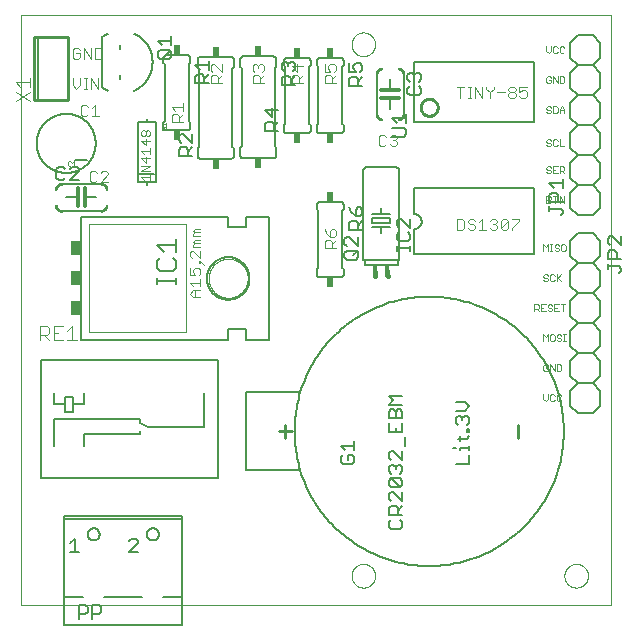
<source format=gto>
G75*
%MOIN*%
%OFA0B0*%
%FSLAX25Y25*%
%IPPOS*%
%LPD*%
%AMOC8*
5,1,8,0,0,1.08239X$1,22.5*
%
%ADD10C,0.00000*%
%ADD11C,0.00200*%
%ADD12C,0.00300*%
%ADD13C,0.00060*%
%ADD14C,0.00600*%
%ADD15C,0.01200*%
%ADD16C,0.00500*%
%ADD17C,0.00800*%
%ADD18C,0.00100*%
%ADD19R,0.02400X0.03400*%
%ADD20C,0.01000*%
%ADD21C,0.01600*%
%ADD22R,0.01600X0.02300*%
%ADD23C,0.00400*%
%ADD24C,0.00700*%
%ADD25R,0.03500X0.05000*%
D10*
X0004541Y0018008D02*
X0201391Y0018008D01*
X0201391Y0214858D01*
X0004541Y0214858D01*
X0004541Y0018008D01*
X0067167Y0127000D02*
X0067169Y0127161D01*
X0067175Y0127321D01*
X0067185Y0127482D01*
X0067199Y0127642D01*
X0067217Y0127802D01*
X0067238Y0127961D01*
X0067264Y0128120D01*
X0067294Y0128278D01*
X0067327Y0128435D01*
X0067365Y0128592D01*
X0067406Y0128747D01*
X0067451Y0128901D01*
X0067500Y0129054D01*
X0067553Y0129206D01*
X0067609Y0129357D01*
X0067670Y0129506D01*
X0067733Y0129654D01*
X0067801Y0129800D01*
X0067872Y0129944D01*
X0067946Y0130086D01*
X0068024Y0130227D01*
X0068106Y0130365D01*
X0068191Y0130502D01*
X0068279Y0130636D01*
X0068371Y0130768D01*
X0068466Y0130898D01*
X0068564Y0131026D01*
X0068665Y0131151D01*
X0068769Y0131273D01*
X0068876Y0131393D01*
X0068986Y0131510D01*
X0069099Y0131625D01*
X0069215Y0131736D01*
X0069334Y0131845D01*
X0069455Y0131950D01*
X0069579Y0132053D01*
X0069705Y0132153D01*
X0069833Y0132249D01*
X0069964Y0132342D01*
X0070098Y0132432D01*
X0070233Y0132519D01*
X0070371Y0132602D01*
X0070510Y0132682D01*
X0070652Y0132758D01*
X0070795Y0132831D01*
X0070940Y0132900D01*
X0071087Y0132966D01*
X0071235Y0133028D01*
X0071385Y0133086D01*
X0071536Y0133141D01*
X0071689Y0133192D01*
X0071843Y0133239D01*
X0071998Y0133282D01*
X0072154Y0133321D01*
X0072310Y0133357D01*
X0072468Y0133388D01*
X0072626Y0133416D01*
X0072785Y0133440D01*
X0072945Y0133460D01*
X0073105Y0133476D01*
X0073265Y0133488D01*
X0073426Y0133496D01*
X0073587Y0133500D01*
X0073747Y0133500D01*
X0073908Y0133496D01*
X0074069Y0133488D01*
X0074229Y0133476D01*
X0074389Y0133460D01*
X0074549Y0133440D01*
X0074708Y0133416D01*
X0074866Y0133388D01*
X0075024Y0133357D01*
X0075180Y0133321D01*
X0075336Y0133282D01*
X0075491Y0133239D01*
X0075645Y0133192D01*
X0075798Y0133141D01*
X0075949Y0133086D01*
X0076099Y0133028D01*
X0076247Y0132966D01*
X0076394Y0132900D01*
X0076539Y0132831D01*
X0076682Y0132758D01*
X0076824Y0132682D01*
X0076963Y0132602D01*
X0077101Y0132519D01*
X0077236Y0132432D01*
X0077370Y0132342D01*
X0077501Y0132249D01*
X0077629Y0132153D01*
X0077755Y0132053D01*
X0077879Y0131950D01*
X0078000Y0131845D01*
X0078119Y0131736D01*
X0078235Y0131625D01*
X0078348Y0131510D01*
X0078458Y0131393D01*
X0078565Y0131273D01*
X0078669Y0131151D01*
X0078770Y0131026D01*
X0078868Y0130898D01*
X0078963Y0130768D01*
X0079055Y0130636D01*
X0079143Y0130502D01*
X0079228Y0130365D01*
X0079310Y0130227D01*
X0079388Y0130086D01*
X0079462Y0129944D01*
X0079533Y0129800D01*
X0079601Y0129654D01*
X0079664Y0129506D01*
X0079725Y0129357D01*
X0079781Y0129206D01*
X0079834Y0129054D01*
X0079883Y0128901D01*
X0079928Y0128747D01*
X0079969Y0128592D01*
X0080007Y0128435D01*
X0080040Y0128278D01*
X0080070Y0128120D01*
X0080096Y0127961D01*
X0080117Y0127802D01*
X0080135Y0127642D01*
X0080149Y0127482D01*
X0080159Y0127321D01*
X0080165Y0127161D01*
X0080167Y0127000D01*
X0080165Y0126839D01*
X0080159Y0126679D01*
X0080149Y0126518D01*
X0080135Y0126358D01*
X0080117Y0126198D01*
X0080096Y0126039D01*
X0080070Y0125880D01*
X0080040Y0125722D01*
X0080007Y0125565D01*
X0079969Y0125408D01*
X0079928Y0125253D01*
X0079883Y0125099D01*
X0079834Y0124946D01*
X0079781Y0124794D01*
X0079725Y0124643D01*
X0079664Y0124494D01*
X0079601Y0124346D01*
X0079533Y0124200D01*
X0079462Y0124056D01*
X0079388Y0123914D01*
X0079310Y0123773D01*
X0079228Y0123635D01*
X0079143Y0123498D01*
X0079055Y0123364D01*
X0078963Y0123232D01*
X0078868Y0123102D01*
X0078770Y0122974D01*
X0078669Y0122849D01*
X0078565Y0122727D01*
X0078458Y0122607D01*
X0078348Y0122490D01*
X0078235Y0122375D01*
X0078119Y0122264D01*
X0078000Y0122155D01*
X0077879Y0122050D01*
X0077755Y0121947D01*
X0077629Y0121847D01*
X0077501Y0121751D01*
X0077370Y0121658D01*
X0077236Y0121568D01*
X0077101Y0121481D01*
X0076963Y0121398D01*
X0076824Y0121318D01*
X0076682Y0121242D01*
X0076539Y0121169D01*
X0076394Y0121100D01*
X0076247Y0121034D01*
X0076099Y0120972D01*
X0075949Y0120914D01*
X0075798Y0120859D01*
X0075645Y0120808D01*
X0075491Y0120761D01*
X0075336Y0120718D01*
X0075180Y0120679D01*
X0075024Y0120643D01*
X0074866Y0120612D01*
X0074708Y0120584D01*
X0074549Y0120560D01*
X0074389Y0120540D01*
X0074229Y0120524D01*
X0074069Y0120512D01*
X0073908Y0120504D01*
X0073747Y0120500D01*
X0073587Y0120500D01*
X0073426Y0120504D01*
X0073265Y0120512D01*
X0073105Y0120524D01*
X0072945Y0120540D01*
X0072785Y0120560D01*
X0072626Y0120584D01*
X0072468Y0120612D01*
X0072310Y0120643D01*
X0072154Y0120679D01*
X0071998Y0120718D01*
X0071843Y0120761D01*
X0071689Y0120808D01*
X0071536Y0120859D01*
X0071385Y0120914D01*
X0071235Y0120972D01*
X0071087Y0121034D01*
X0070940Y0121100D01*
X0070795Y0121169D01*
X0070652Y0121242D01*
X0070510Y0121318D01*
X0070371Y0121398D01*
X0070233Y0121481D01*
X0070098Y0121568D01*
X0069964Y0121658D01*
X0069833Y0121751D01*
X0069705Y0121847D01*
X0069579Y0121947D01*
X0069455Y0122050D01*
X0069334Y0122155D01*
X0069215Y0122264D01*
X0069099Y0122375D01*
X0068986Y0122490D01*
X0068876Y0122607D01*
X0068769Y0122727D01*
X0068665Y0122849D01*
X0068564Y0122974D01*
X0068466Y0123102D01*
X0068371Y0123232D01*
X0068279Y0123364D01*
X0068191Y0123498D01*
X0068106Y0123635D01*
X0068024Y0123773D01*
X0067946Y0123914D01*
X0067872Y0124056D01*
X0067801Y0124200D01*
X0067733Y0124346D01*
X0067670Y0124494D01*
X0067609Y0124643D01*
X0067553Y0124794D01*
X0067500Y0124946D01*
X0067451Y0125099D01*
X0067406Y0125253D01*
X0067365Y0125408D01*
X0067327Y0125565D01*
X0067294Y0125722D01*
X0067264Y0125880D01*
X0067238Y0126039D01*
X0067217Y0126198D01*
X0067199Y0126358D01*
X0067185Y0126518D01*
X0067175Y0126679D01*
X0067169Y0126839D01*
X0067167Y0127000D01*
X0114777Y0205016D02*
X0114779Y0205141D01*
X0114785Y0205266D01*
X0114795Y0205390D01*
X0114809Y0205514D01*
X0114826Y0205638D01*
X0114848Y0205761D01*
X0114874Y0205883D01*
X0114903Y0206005D01*
X0114936Y0206125D01*
X0114974Y0206244D01*
X0115014Y0206363D01*
X0115059Y0206479D01*
X0115107Y0206594D01*
X0115159Y0206708D01*
X0115215Y0206820D01*
X0115274Y0206930D01*
X0115336Y0207038D01*
X0115402Y0207145D01*
X0115471Y0207249D01*
X0115544Y0207350D01*
X0115619Y0207450D01*
X0115698Y0207547D01*
X0115780Y0207641D01*
X0115865Y0207733D01*
X0115952Y0207822D01*
X0116043Y0207908D01*
X0116136Y0207991D01*
X0116232Y0208072D01*
X0116330Y0208149D01*
X0116430Y0208223D01*
X0116533Y0208294D01*
X0116638Y0208361D01*
X0116746Y0208426D01*
X0116855Y0208486D01*
X0116966Y0208544D01*
X0117079Y0208597D01*
X0117193Y0208647D01*
X0117309Y0208694D01*
X0117426Y0208736D01*
X0117545Y0208775D01*
X0117665Y0208811D01*
X0117786Y0208842D01*
X0117908Y0208870D01*
X0118030Y0208893D01*
X0118154Y0208913D01*
X0118278Y0208929D01*
X0118402Y0208941D01*
X0118527Y0208949D01*
X0118652Y0208953D01*
X0118776Y0208953D01*
X0118901Y0208949D01*
X0119026Y0208941D01*
X0119150Y0208929D01*
X0119274Y0208913D01*
X0119398Y0208893D01*
X0119520Y0208870D01*
X0119642Y0208842D01*
X0119763Y0208811D01*
X0119883Y0208775D01*
X0120002Y0208736D01*
X0120119Y0208694D01*
X0120235Y0208647D01*
X0120349Y0208597D01*
X0120462Y0208544D01*
X0120573Y0208486D01*
X0120683Y0208426D01*
X0120790Y0208361D01*
X0120895Y0208294D01*
X0120998Y0208223D01*
X0121098Y0208149D01*
X0121196Y0208072D01*
X0121292Y0207991D01*
X0121385Y0207908D01*
X0121476Y0207822D01*
X0121563Y0207733D01*
X0121648Y0207641D01*
X0121730Y0207547D01*
X0121809Y0207450D01*
X0121884Y0207350D01*
X0121957Y0207249D01*
X0122026Y0207145D01*
X0122092Y0207038D01*
X0122154Y0206930D01*
X0122213Y0206820D01*
X0122269Y0206708D01*
X0122321Y0206594D01*
X0122369Y0206479D01*
X0122414Y0206363D01*
X0122454Y0206244D01*
X0122492Y0206125D01*
X0122525Y0206005D01*
X0122554Y0205883D01*
X0122580Y0205761D01*
X0122602Y0205638D01*
X0122619Y0205514D01*
X0122633Y0205390D01*
X0122643Y0205266D01*
X0122649Y0205141D01*
X0122651Y0205016D01*
X0122649Y0204891D01*
X0122643Y0204766D01*
X0122633Y0204642D01*
X0122619Y0204518D01*
X0122602Y0204394D01*
X0122580Y0204271D01*
X0122554Y0204149D01*
X0122525Y0204027D01*
X0122492Y0203907D01*
X0122454Y0203788D01*
X0122414Y0203669D01*
X0122369Y0203553D01*
X0122321Y0203438D01*
X0122269Y0203324D01*
X0122213Y0203212D01*
X0122154Y0203102D01*
X0122092Y0202994D01*
X0122026Y0202887D01*
X0121957Y0202783D01*
X0121884Y0202682D01*
X0121809Y0202582D01*
X0121730Y0202485D01*
X0121648Y0202391D01*
X0121563Y0202299D01*
X0121476Y0202210D01*
X0121385Y0202124D01*
X0121292Y0202041D01*
X0121196Y0201960D01*
X0121098Y0201883D01*
X0120998Y0201809D01*
X0120895Y0201738D01*
X0120790Y0201671D01*
X0120682Y0201606D01*
X0120573Y0201546D01*
X0120462Y0201488D01*
X0120349Y0201435D01*
X0120235Y0201385D01*
X0120119Y0201338D01*
X0120002Y0201296D01*
X0119883Y0201257D01*
X0119763Y0201221D01*
X0119642Y0201190D01*
X0119520Y0201162D01*
X0119398Y0201139D01*
X0119274Y0201119D01*
X0119150Y0201103D01*
X0119026Y0201091D01*
X0118901Y0201083D01*
X0118776Y0201079D01*
X0118652Y0201079D01*
X0118527Y0201083D01*
X0118402Y0201091D01*
X0118278Y0201103D01*
X0118154Y0201119D01*
X0118030Y0201139D01*
X0117908Y0201162D01*
X0117786Y0201190D01*
X0117665Y0201221D01*
X0117545Y0201257D01*
X0117426Y0201296D01*
X0117309Y0201338D01*
X0117193Y0201385D01*
X0117079Y0201435D01*
X0116966Y0201488D01*
X0116855Y0201546D01*
X0116745Y0201606D01*
X0116638Y0201671D01*
X0116533Y0201738D01*
X0116430Y0201809D01*
X0116330Y0201883D01*
X0116232Y0201960D01*
X0116136Y0202041D01*
X0116043Y0202124D01*
X0115952Y0202210D01*
X0115865Y0202299D01*
X0115780Y0202391D01*
X0115698Y0202485D01*
X0115619Y0202582D01*
X0115544Y0202682D01*
X0115471Y0202783D01*
X0115402Y0202887D01*
X0115336Y0202994D01*
X0115274Y0203102D01*
X0115215Y0203212D01*
X0115159Y0203324D01*
X0115107Y0203438D01*
X0115059Y0203553D01*
X0115014Y0203669D01*
X0114974Y0203788D01*
X0114936Y0203907D01*
X0114903Y0204027D01*
X0114874Y0204149D01*
X0114848Y0204271D01*
X0114826Y0204394D01*
X0114809Y0204518D01*
X0114795Y0204642D01*
X0114785Y0204766D01*
X0114779Y0204891D01*
X0114777Y0205016D01*
X0114777Y0027850D02*
X0114779Y0027975D01*
X0114785Y0028100D01*
X0114795Y0028224D01*
X0114809Y0028348D01*
X0114826Y0028472D01*
X0114848Y0028595D01*
X0114874Y0028717D01*
X0114903Y0028839D01*
X0114936Y0028959D01*
X0114974Y0029078D01*
X0115014Y0029197D01*
X0115059Y0029313D01*
X0115107Y0029428D01*
X0115159Y0029542D01*
X0115215Y0029654D01*
X0115274Y0029764D01*
X0115336Y0029872D01*
X0115402Y0029979D01*
X0115471Y0030083D01*
X0115544Y0030184D01*
X0115619Y0030284D01*
X0115698Y0030381D01*
X0115780Y0030475D01*
X0115865Y0030567D01*
X0115952Y0030656D01*
X0116043Y0030742D01*
X0116136Y0030825D01*
X0116232Y0030906D01*
X0116330Y0030983D01*
X0116430Y0031057D01*
X0116533Y0031128D01*
X0116638Y0031195D01*
X0116746Y0031260D01*
X0116855Y0031320D01*
X0116966Y0031378D01*
X0117079Y0031431D01*
X0117193Y0031481D01*
X0117309Y0031528D01*
X0117426Y0031570D01*
X0117545Y0031609D01*
X0117665Y0031645D01*
X0117786Y0031676D01*
X0117908Y0031704D01*
X0118030Y0031727D01*
X0118154Y0031747D01*
X0118278Y0031763D01*
X0118402Y0031775D01*
X0118527Y0031783D01*
X0118652Y0031787D01*
X0118776Y0031787D01*
X0118901Y0031783D01*
X0119026Y0031775D01*
X0119150Y0031763D01*
X0119274Y0031747D01*
X0119398Y0031727D01*
X0119520Y0031704D01*
X0119642Y0031676D01*
X0119763Y0031645D01*
X0119883Y0031609D01*
X0120002Y0031570D01*
X0120119Y0031528D01*
X0120235Y0031481D01*
X0120349Y0031431D01*
X0120462Y0031378D01*
X0120573Y0031320D01*
X0120683Y0031260D01*
X0120790Y0031195D01*
X0120895Y0031128D01*
X0120998Y0031057D01*
X0121098Y0030983D01*
X0121196Y0030906D01*
X0121292Y0030825D01*
X0121385Y0030742D01*
X0121476Y0030656D01*
X0121563Y0030567D01*
X0121648Y0030475D01*
X0121730Y0030381D01*
X0121809Y0030284D01*
X0121884Y0030184D01*
X0121957Y0030083D01*
X0122026Y0029979D01*
X0122092Y0029872D01*
X0122154Y0029764D01*
X0122213Y0029654D01*
X0122269Y0029542D01*
X0122321Y0029428D01*
X0122369Y0029313D01*
X0122414Y0029197D01*
X0122454Y0029078D01*
X0122492Y0028959D01*
X0122525Y0028839D01*
X0122554Y0028717D01*
X0122580Y0028595D01*
X0122602Y0028472D01*
X0122619Y0028348D01*
X0122633Y0028224D01*
X0122643Y0028100D01*
X0122649Y0027975D01*
X0122651Y0027850D01*
X0122649Y0027725D01*
X0122643Y0027600D01*
X0122633Y0027476D01*
X0122619Y0027352D01*
X0122602Y0027228D01*
X0122580Y0027105D01*
X0122554Y0026983D01*
X0122525Y0026861D01*
X0122492Y0026741D01*
X0122454Y0026622D01*
X0122414Y0026503D01*
X0122369Y0026387D01*
X0122321Y0026272D01*
X0122269Y0026158D01*
X0122213Y0026046D01*
X0122154Y0025936D01*
X0122092Y0025828D01*
X0122026Y0025721D01*
X0121957Y0025617D01*
X0121884Y0025516D01*
X0121809Y0025416D01*
X0121730Y0025319D01*
X0121648Y0025225D01*
X0121563Y0025133D01*
X0121476Y0025044D01*
X0121385Y0024958D01*
X0121292Y0024875D01*
X0121196Y0024794D01*
X0121098Y0024717D01*
X0120998Y0024643D01*
X0120895Y0024572D01*
X0120790Y0024505D01*
X0120682Y0024440D01*
X0120573Y0024380D01*
X0120462Y0024322D01*
X0120349Y0024269D01*
X0120235Y0024219D01*
X0120119Y0024172D01*
X0120002Y0024130D01*
X0119883Y0024091D01*
X0119763Y0024055D01*
X0119642Y0024024D01*
X0119520Y0023996D01*
X0119398Y0023973D01*
X0119274Y0023953D01*
X0119150Y0023937D01*
X0119026Y0023925D01*
X0118901Y0023917D01*
X0118776Y0023913D01*
X0118652Y0023913D01*
X0118527Y0023917D01*
X0118402Y0023925D01*
X0118278Y0023937D01*
X0118154Y0023953D01*
X0118030Y0023973D01*
X0117908Y0023996D01*
X0117786Y0024024D01*
X0117665Y0024055D01*
X0117545Y0024091D01*
X0117426Y0024130D01*
X0117309Y0024172D01*
X0117193Y0024219D01*
X0117079Y0024269D01*
X0116966Y0024322D01*
X0116855Y0024380D01*
X0116745Y0024440D01*
X0116638Y0024505D01*
X0116533Y0024572D01*
X0116430Y0024643D01*
X0116330Y0024717D01*
X0116232Y0024794D01*
X0116136Y0024875D01*
X0116043Y0024958D01*
X0115952Y0025044D01*
X0115865Y0025133D01*
X0115780Y0025225D01*
X0115698Y0025319D01*
X0115619Y0025416D01*
X0115544Y0025516D01*
X0115471Y0025617D01*
X0115402Y0025721D01*
X0115336Y0025828D01*
X0115274Y0025936D01*
X0115215Y0026046D01*
X0115159Y0026158D01*
X0115107Y0026272D01*
X0115059Y0026387D01*
X0115014Y0026503D01*
X0114974Y0026622D01*
X0114936Y0026741D01*
X0114903Y0026861D01*
X0114874Y0026983D01*
X0114848Y0027105D01*
X0114826Y0027228D01*
X0114809Y0027352D01*
X0114795Y0027476D01*
X0114785Y0027600D01*
X0114779Y0027725D01*
X0114777Y0027850D01*
X0185730Y0027850D02*
X0185732Y0027975D01*
X0185738Y0028100D01*
X0185748Y0028224D01*
X0185762Y0028348D01*
X0185779Y0028472D01*
X0185801Y0028595D01*
X0185827Y0028717D01*
X0185856Y0028839D01*
X0185889Y0028959D01*
X0185927Y0029078D01*
X0185967Y0029197D01*
X0186012Y0029313D01*
X0186060Y0029428D01*
X0186112Y0029542D01*
X0186168Y0029654D01*
X0186227Y0029764D01*
X0186289Y0029872D01*
X0186355Y0029979D01*
X0186424Y0030083D01*
X0186497Y0030184D01*
X0186572Y0030284D01*
X0186651Y0030381D01*
X0186733Y0030475D01*
X0186818Y0030567D01*
X0186905Y0030656D01*
X0186996Y0030742D01*
X0187089Y0030825D01*
X0187185Y0030906D01*
X0187283Y0030983D01*
X0187383Y0031057D01*
X0187486Y0031128D01*
X0187591Y0031195D01*
X0187699Y0031260D01*
X0187808Y0031320D01*
X0187919Y0031378D01*
X0188032Y0031431D01*
X0188146Y0031481D01*
X0188262Y0031528D01*
X0188379Y0031570D01*
X0188498Y0031609D01*
X0188618Y0031645D01*
X0188739Y0031676D01*
X0188861Y0031704D01*
X0188983Y0031727D01*
X0189107Y0031747D01*
X0189231Y0031763D01*
X0189355Y0031775D01*
X0189480Y0031783D01*
X0189605Y0031787D01*
X0189729Y0031787D01*
X0189854Y0031783D01*
X0189979Y0031775D01*
X0190103Y0031763D01*
X0190227Y0031747D01*
X0190351Y0031727D01*
X0190473Y0031704D01*
X0190595Y0031676D01*
X0190716Y0031645D01*
X0190836Y0031609D01*
X0190955Y0031570D01*
X0191072Y0031528D01*
X0191188Y0031481D01*
X0191302Y0031431D01*
X0191415Y0031378D01*
X0191526Y0031320D01*
X0191636Y0031260D01*
X0191743Y0031195D01*
X0191848Y0031128D01*
X0191951Y0031057D01*
X0192051Y0030983D01*
X0192149Y0030906D01*
X0192245Y0030825D01*
X0192338Y0030742D01*
X0192429Y0030656D01*
X0192516Y0030567D01*
X0192601Y0030475D01*
X0192683Y0030381D01*
X0192762Y0030284D01*
X0192837Y0030184D01*
X0192910Y0030083D01*
X0192979Y0029979D01*
X0193045Y0029872D01*
X0193107Y0029764D01*
X0193166Y0029654D01*
X0193222Y0029542D01*
X0193274Y0029428D01*
X0193322Y0029313D01*
X0193367Y0029197D01*
X0193407Y0029078D01*
X0193445Y0028959D01*
X0193478Y0028839D01*
X0193507Y0028717D01*
X0193533Y0028595D01*
X0193555Y0028472D01*
X0193572Y0028348D01*
X0193586Y0028224D01*
X0193596Y0028100D01*
X0193602Y0027975D01*
X0193604Y0027850D01*
X0193602Y0027725D01*
X0193596Y0027600D01*
X0193586Y0027476D01*
X0193572Y0027352D01*
X0193555Y0027228D01*
X0193533Y0027105D01*
X0193507Y0026983D01*
X0193478Y0026861D01*
X0193445Y0026741D01*
X0193407Y0026622D01*
X0193367Y0026503D01*
X0193322Y0026387D01*
X0193274Y0026272D01*
X0193222Y0026158D01*
X0193166Y0026046D01*
X0193107Y0025936D01*
X0193045Y0025828D01*
X0192979Y0025721D01*
X0192910Y0025617D01*
X0192837Y0025516D01*
X0192762Y0025416D01*
X0192683Y0025319D01*
X0192601Y0025225D01*
X0192516Y0025133D01*
X0192429Y0025044D01*
X0192338Y0024958D01*
X0192245Y0024875D01*
X0192149Y0024794D01*
X0192051Y0024717D01*
X0191951Y0024643D01*
X0191848Y0024572D01*
X0191743Y0024505D01*
X0191635Y0024440D01*
X0191526Y0024380D01*
X0191415Y0024322D01*
X0191302Y0024269D01*
X0191188Y0024219D01*
X0191072Y0024172D01*
X0190955Y0024130D01*
X0190836Y0024091D01*
X0190716Y0024055D01*
X0190595Y0024024D01*
X0190473Y0023996D01*
X0190351Y0023973D01*
X0190227Y0023953D01*
X0190103Y0023937D01*
X0189979Y0023925D01*
X0189854Y0023917D01*
X0189729Y0023913D01*
X0189605Y0023913D01*
X0189480Y0023917D01*
X0189355Y0023925D01*
X0189231Y0023937D01*
X0189107Y0023953D01*
X0188983Y0023973D01*
X0188861Y0023996D01*
X0188739Y0024024D01*
X0188618Y0024055D01*
X0188498Y0024091D01*
X0188379Y0024130D01*
X0188262Y0024172D01*
X0188146Y0024219D01*
X0188032Y0024269D01*
X0187919Y0024322D01*
X0187808Y0024380D01*
X0187698Y0024440D01*
X0187591Y0024505D01*
X0187486Y0024572D01*
X0187383Y0024643D01*
X0187283Y0024717D01*
X0187185Y0024794D01*
X0187089Y0024875D01*
X0186996Y0024958D01*
X0186905Y0025044D01*
X0186818Y0025133D01*
X0186733Y0025225D01*
X0186651Y0025319D01*
X0186572Y0025416D01*
X0186497Y0025516D01*
X0186424Y0025617D01*
X0186355Y0025721D01*
X0186289Y0025828D01*
X0186227Y0025936D01*
X0186168Y0026046D01*
X0186112Y0026158D01*
X0186060Y0026272D01*
X0186012Y0026387D01*
X0185967Y0026503D01*
X0185927Y0026622D01*
X0185889Y0026741D01*
X0185856Y0026861D01*
X0185827Y0026983D01*
X0185801Y0027105D01*
X0185779Y0027228D01*
X0185762Y0027352D01*
X0185748Y0027476D01*
X0185738Y0027600D01*
X0185732Y0027725D01*
X0185730Y0027850D01*
D11*
X0184287Y0086100D02*
X0184654Y0086467D01*
X0184287Y0086100D02*
X0183553Y0086100D01*
X0183186Y0086467D01*
X0183186Y0087935D01*
X0183553Y0088302D01*
X0184287Y0088302D01*
X0184654Y0087935D01*
X0182444Y0087935D02*
X0182077Y0088302D01*
X0181344Y0088302D01*
X0180977Y0087935D01*
X0180977Y0086467D01*
X0181344Y0086100D01*
X0182077Y0086100D01*
X0182444Y0086467D01*
X0180235Y0086834D02*
X0180235Y0088302D01*
X0180235Y0086834D02*
X0179501Y0086100D01*
X0178767Y0086834D01*
X0178767Y0088302D01*
X0179134Y0096100D02*
X0179868Y0096100D01*
X0180235Y0096467D01*
X0180235Y0097201D01*
X0179501Y0097201D01*
X0180235Y0097935D02*
X0179868Y0098302D01*
X0179134Y0098302D01*
X0178767Y0097935D01*
X0178767Y0096467D01*
X0179134Y0096100D01*
X0180977Y0096100D02*
X0180977Y0098302D01*
X0182444Y0096100D01*
X0182444Y0098302D01*
X0183186Y0098302D02*
X0183186Y0096100D01*
X0184287Y0096100D01*
X0184654Y0096467D01*
X0184654Y0097935D01*
X0184287Y0098302D01*
X0183186Y0098302D01*
X0183553Y0106100D02*
X0183186Y0106467D01*
X0183553Y0106100D02*
X0184287Y0106100D01*
X0184654Y0106467D01*
X0184654Y0106834D01*
X0184287Y0107201D01*
X0183553Y0107201D01*
X0183186Y0107568D01*
X0183186Y0107935D01*
X0183553Y0108302D01*
X0184287Y0108302D01*
X0184654Y0107935D01*
X0185396Y0108302D02*
X0186130Y0108302D01*
X0185763Y0108302D02*
X0185763Y0106100D01*
X0185396Y0106100D02*
X0186130Y0106100D01*
X0182444Y0106467D02*
X0182077Y0106100D01*
X0181344Y0106100D01*
X0180977Y0106467D01*
X0180977Y0107935D01*
X0181344Y0108302D01*
X0182077Y0108302D01*
X0182444Y0107935D01*
X0182444Y0106467D01*
X0180235Y0106100D02*
X0180235Y0108302D01*
X0179501Y0107568D01*
X0178767Y0108302D01*
X0178767Y0106100D01*
X0179444Y0116100D02*
X0177977Y0116100D01*
X0177977Y0118302D01*
X0179444Y0118302D01*
X0180186Y0117935D02*
X0180186Y0117568D01*
X0180553Y0117201D01*
X0181287Y0117201D01*
X0181654Y0116834D01*
X0181654Y0116467D01*
X0181287Y0116100D01*
X0180553Y0116100D01*
X0180186Y0116467D01*
X0180186Y0117935D02*
X0180553Y0118302D01*
X0181287Y0118302D01*
X0181654Y0117935D01*
X0182396Y0118302D02*
X0182396Y0116100D01*
X0183864Y0116100D01*
X0183130Y0117201D02*
X0182396Y0117201D01*
X0182396Y0118302D02*
X0183864Y0118302D01*
X0184606Y0118302D02*
X0186074Y0118302D01*
X0185340Y0118302D02*
X0185340Y0116100D01*
X0178710Y0117201D02*
X0177977Y0117201D01*
X0177235Y0117201D02*
X0176868Y0116834D01*
X0175767Y0116834D01*
X0176501Y0116834D02*
X0177235Y0116100D01*
X0177235Y0117201D02*
X0177235Y0117935D01*
X0176868Y0118302D01*
X0175767Y0118302D01*
X0175767Y0116100D01*
X0179134Y0126100D02*
X0178767Y0126467D01*
X0179134Y0126100D02*
X0179868Y0126100D01*
X0180235Y0126467D01*
X0180235Y0126834D01*
X0179868Y0127201D01*
X0179134Y0127201D01*
X0178767Y0127568D01*
X0178767Y0127935D01*
X0179134Y0128302D01*
X0179868Y0128302D01*
X0180235Y0127935D01*
X0180977Y0127935D02*
X0180977Y0126467D01*
X0181344Y0126100D01*
X0182077Y0126100D01*
X0182444Y0126467D01*
X0183186Y0126834D02*
X0184654Y0128302D01*
X0183186Y0128302D02*
X0183186Y0126100D01*
X0183553Y0127201D02*
X0184654Y0126100D01*
X0182444Y0127935D02*
X0182077Y0128302D01*
X0181344Y0128302D01*
X0180977Y0127935D01*
X0180977Y0136100D02*
X0181710Y0136100D01*
X0181344Y0136100D02*
X0181344Y0138302D01*
X0181710Y0138302D02*
X0180977Y0138302D01*
X0180235Y0138302D02*
X0180235Y0136100D01*
X0178767Y0136100D02*
X0178767Y0138302D01*
X0179501Y0137568D01*
X0180235Y0138302D01*
X0182450Y0137935D02*
X0182450Y0137568D01*
X0182817Y0137201D01*
X0183551Y0137201D01*
X0183918Y0136834D01*
X0183918Y0136467D01*
X0183551Y0136100D01*
X0182817Y0136100D01*
X0182450Y0136467D01*
X0182450Y0137935D02*
X0182817Y0138302D01*
X0183551Y0138302D01*
X0183918Y0137935D01*
X0184660Y0137935D02*
X0184660Y0136467D01*
X0185027Y0136100D01*
X0185761Y0136100D01*
X0186128Y0136467D01*
X0186128Y0137935D01*
X0185761Y0138302D01*
X0185027Y0138302D01*
X0184660Y0137935D01*
X0184186Y0152100D02*
X0184186Y0154302D01*
X0185654Y0152100D01*
X0185654Y0154302D01*
X0183444Y0154302D02*
X0181977Y0154302D01*
X0182710Y0154302D02*
X0182710Y0152100D01*
X0181235Y0152467D02*
X0180868Y0152100D01*
X0179767Y0152100D01*
X0179767Y0154302D01*
X0180868Y0154302D01*
X0181235Y0153935D01*
X0181235Y0153568D01*
X0180868Y0153201D01*
X0179767Y0153201D01*
X0180868Y0153201D02*
X0181235Y0152834D01*
X0181235Y0152467D01*
X0180868Y0162100D02*
X0180134Y0162100D01*
X0179767Y0162467D01*
X0180134Y0163201D02*
X0180868Y0163201D01*
X0181235Y0162834D01*
X0181235Y0162467D01*
X0180868Y0162100D01*
X0181977Y0162100D02*
X0183444Y0162100D01*
X0184186Y0162100D02*
X0184186Y0164302D01*
X0185287Y0164302D01*
X0185654Y0163935D01*
X0185654Y0163201D01*
X0185287Y0162834D01*
X0184186Y0162834D01*
X0184920Y0162834D02*
X0185654Y0162100D01*
X0183444Y0164302D02*
X0181977Y0164302D01*
X0181977Y0162100D01*
X0181977Y0163201D02*
X0182710Y0163201D01*
X0181235Y0163935D02*
X0180868Y0164302D01*
X0180134Y0164302D01*
X0179767Y0163935D01*
X0179767Y0163568D01*
X0180134Y0163201D01*
X0180134Y0171100D02*
X0179767Y0171467D01*
X0180134Y0171100D02*
X0180868Y0171100D01*
X0181235Y0171467D01*
X0181235Y0171834D01*
X0180868Y0172201D01*
X0180134Y0172201D01*
X0179767Y0172568D01*
X0179767Y0172935D01*
X0180134Y0173302D01*
X0180868Y0173302D01*
X0181235Y0172935D01*
X0181977Y0172935D02*
X0181977Y0171467D01*
X0182344Y0171100D01*
X0183077Y0171100D01*
X0183444Y0171467D01*
X0184186Y0171100D02*
X0184186Y0173302D01*
X0183444Y0172935D02*
X0183077Y0173302D01*
X0182344Y0173302D01*
X0181977Y0172935D01*
X0184186Y0171100D02*
X0185654Y0171100D01*
X0185654Y0182100D02*
X0185654Y0183568D01*
X0184920Y0184302D01*
X0184186Y0183568D01*
X0184186Y0182100D01*
X0183444Y0182467D02*
X0183077Y0182100D01*
X0181977Y0182100D01*
X0181977Y0184302D01*
X0183077Y0184302D01*
X0183444Y0183935D01*
X0183444Y0182467D01*
X0184186Y0183201D02*
X0185654Y0183201D01*
X0181235Y0182834D02*
X0181235Y0182467D01*
X0180868Y0182100D01*
X0180134Y0182100D01*
X0179767Y0182467D01*
X0180134Y0183201D02*
X0180868Y0183201D01*
X0181235Y0182834D01*
X0181235Y0183935D02*
X0180868Y0184302D01*
X0180134Y0184302D01*
X0179767Y0183935D01*
X0179767Y0183568D01*
X0180134Y0183201D01*
X0180134Y0192100D02*
X0180868Y0192100D01*
X0181235Y0192467D01*
X0181235Y0193201D01*
X0180501Y0193201D01*
X0181235Y0193935D02*
X0180868Y0194302D01*
X0180134Y0194302D01*
X0179767Y0193935D01*
X0179767Y0192467D01*
X0180134Y0192100D01*
X0181977Y0192100D02*
X0181977Y0194302D01*
X0183444Y0192100D01*
X0183444Y0194302D01*
X0184186Y0194302D02*
X0185287Y0194302D01*
X0185654Y0193935D01*
X0185654Y0192467D01*
X0185287Y0192100D01*
X0184186Y0192100D01*
X0184186Y0194302D01*
X0184553Y0202100D02*
X0185287Y0202100D01*
X0185654Y0202467D01*
X0184553Y0202100D02*
X0184186Y0202467D01*
X0184186Y0203935D01*
X0184553Y0204302D01*
X0185287Y0204302D01*
X0185654Y0203935D01*
X0183444Y0203935D02*
X0183077Y0204302D01*
X0182344Y0204302D01*
X0181977Y0203935D01*
X0181977Y0202467D01*
X0182344Y0202100D01*
X0183077Y0202100D01*
X0183444Y0202467D01*
X0181235Y0202834D02*
X0181235Y0204302D01*
X0181235Y0202834D02*
X0180501Y0202100D01*
X0179767Y0202834D01*
X0179767Y0204302D01*
X0059667Y0145000D02*
X0059667Y0109000D01*
X0027167Y0109000D01*
X0027167Y0145000D01*
X0059667Y0145000D01*
D12*
X0047559Y0159691D02*
X0047559Y0161626D01*
X0047559Y0160659D02*
X0044657Y0160659D01*
X0045624Y0159691D01*
X0044657Y0162638D02*
X0047559Y0164573D01*
X0044657Y0164573D01*
X0046108Y0165584D02*
X0046108Y0167519D01*
X0045624Y0168531D02*
X0044657Y0169498D01*
X0047559Y0169498D01*
X0047559Y0168531D02*
X0047559Y0170466D01*
X0046108Y0171477D02*
X0044657Y0172929D01*
X0047559Y0172929D01*
X0046108Y0173412D02*
X0046108Y0171477D01*
X0046592Y0174424D02*
X0046108Y0174908D01*
X0046108Y0175875D01*
X0046592Y0176359D01*
X0047075Y0176359D01*
X0047559Y0175875D01*
X0047559Y0174908D01*
X0047075Y0174424D01*
X0046592Y0174424D01*
X0046108Y0174908D02*
X0045624Y0174424D01*
X0045140Y0174424D01*
X0044657Y0174908D01*
X0044657Y0175875D01*
X0045140Y0176359D01*
X0045624Y0176359D01*
X0046108Y0175875D01*
X0047559Y0167036D02*
X0044657Y0167036D01*
X0046108Y0165584D01*
X0047559Y0162638D02*
X0044657Y0162638D01*
X0033602Y0162236D02*
X0032985Y0162853D01*
X0031751Y0162853D01*
X0031134Y0162236D01*
X0029919Y0162236D02*
X0029302Y0162853D01*
X0028068Y0162853D01*
X0027450Y0162236D01*
X0027450Y0159767D01*
X0028068Y0159150D01*
X0029302Y0159150D01*
X0029919Y0159767D01*
X0031134Y0159150D02*
X0033602Y0161619D01*
X0033602Y0162236D01*
X0033602Y0159150D02*
X0031134Y0159150D01*
X0030602Y0181150D02*
X0028134Y0181150D01*
X0029368Y0181150D02*
X0029368Y0184853D01*
X0028134Y0183619D01*
X0026919Y0184236D02*
X0026302Y0184853D01*
X0025068Y0184853D01*
X0024450Y0184236D01*
X0024450Y0181767D01*
X0025068Y0181150D01*
X0026302Y0181150D01*
X0026919Y0181767D01*
X0026734Y0190150D02*
X0025500Y0190150D01*
X0026117Y0190150D02*
X0026117Y0193853D01*
X0025500Y0193853D02*
X0026734Y0193853D01*
X0027955Y0193853D02*
X0030424Y0190150D01*
X0030424Y0193853D01*
X0027955Y0193853D02*
X0027955Y0190150D01*
X0024285Y0191384D02*
X0024285Y0193853D01*
X0021817Y0193853D02*
X0021817Y0191384D01*
X0023051Y0190150D01*
X0024285Y0191384D01*
X0023668Y0200150D02*
X0022434Y0200150D01*
X0021817Y0200767D01*
X0021817Y0203236D01*
X0022434Y0203853D01*
X0023668Y0203853D01*
X0024285Y0203236D01*
X0024285Y0202002D02*
X0023051Y0202002D01*
X0024285Y0202002D02*
X0024285Y0200767D01*
X0023668Y0200150D01*
X0025500Y0200150D02*
X0025500Y0203853D01*
X0027969Y0200150D01*
X0027969Y0203853D01*
X0029183Y0203853D02*
X0031035Y0203853D01*
X0031652Y0203236D01*
X0031652Y0200767D01*
X0031035Y0200150D01*
X0029183Y0200150D01*
X0029183Y0203853D01*
X0054813Y0184068D02*
X0058517Y0184068D01*
X0058517Y0185302D02*
X0058517Y0182833D01*
X0058517Y0181619D02*
X0057282Y0180384D01*
X0057282Y0181002D02*
X0057282Y0179150D01*
X0058517Y0179150D02*
X0054813Y0179150D01*
X0054813Y0181002D01*
X0055431Y0181619D01*
X0056665Y0181619D01*
X0057282Y0181002D01*
X0056048Y0182833D02*
X0054813Y0184068D01*
X0067813Y0192150D02*
X0067813Y0194002D01*
X0068431Y0194619D01*
X0069665Y0194619D01*
X0070282Y0194002D01*
X0070282Y0192150D01*
X0070282Y0193384D02*
X0071517Y0194619D01*
X0071517Y0195833D02*
X0069048Y0198302D01*
X0068431Y0198302D01*
X0067813Y0197685D01*
X0067813Y0196450D01*
X0068431Y0195833D01*
X0071517Y0195833D02*
X0071517Y0198302D01*
X0071517Y0192150D02*
X0067813Y0192150D01*
X0081813Y0192150D02*
X0081813Y0194002D01*
X0082431Y0194619D01*
X0083665Y0194619D01*
X0084282Y0194002D01*
X0084282Y0192150D01*
X0084282Y0193384D02*
X0085517Y0194619D01*
X0084899Y0195833D02*
X0085517Y0196450D01*
X0085517Y0197685D01*
X0084899Y0198302D01*
X0084282Y0198302D01*
X0083665Y0197685D01*
X0083665Y0197068D01*
X0083665Y0197685D02*
X0083048Y0198302D01*
X0082431Y0198302D01*
X0081813Y0197685D01*
X0081813Y0196450D01*
X0082431Y0195833D01*
X0081813Y0192150D02*
X0085517Y0192150D01*
X0094813Y0192150D02*
X0094813Y0194002D01*
X0095431Y0194619D01*
X0096665Y0194619D01*
X0097282Y0194002D01*
X0097282Y0192150D01*
X0097282Y0193384D02*
X0098517Y0194619D01*
X0096665Y0195833D02*
X0096665Y0198302D01*
X0094813Y0197685D02*
X0096665Y0195833D01*
X0098517Y0197685D02*
X0094813Y0197685D01*
X0094813Y0192150D02*
X0098517Y0192150D01*
X0105813Y0192150D02*
X0105813Y0194002D01*
X0106431Y0194619D01*
X0107665Y0194619D01*
X0108282Y0194002D01*
X0108282Y0192150D01*
X0108282Y0193384D02*
X0109517Y0194619D01*
X0108899Y0195833D02*
X0109517Y0196450D01*
X0109517Y0197685D01*
X0108899Y0198302D01*
X0107665Y0198302D01*
X0107048Y0197685D01*
X0107048Y0197068D01*
X0107665Y0195833D01*
X0105813Y0195833D01*
X0105813Y0198302D01*
X0105813Y0192150D02*
X0109517Y0192150D01*
X0124434Y0174853D02*
X0123817Y0174236D01*
X0123817Y0171767D01*
X0124434Y0171150D01*
X0125668Y0171150D01*
X0126285Y0171767D01*
X0127500Y0171767D02*
X0128117Y0171150D01*
X0129351Y0171150D01*
X0129969Y0171767D01*
X0129969Y0172384D01*
X0129351Y0173002D01*
X0128734Y0173002D01*
X0129351Y0173002D02*
X0129969Y0173619D01*
X0129969Y0174236D01*
X0129351Y0174853D01*
X0128117Y0174853D01*
X0127500Y0174236D01*
X0126285Y0174236D02*
X0125668Y0174853D01*
X0124434Y0174853D01*
X0151051Y0187150D02*
X0151051Y0190853D01*
X0149817Y0190853D02*
X0152285Y0190853D01*
X0153500Y0190853D02*
X0154734Y0190853D01*
X0154117Y0190853D02*
X0154117Y0187150D01*
X0153500Y0187150D02*
X0154734Y0187150D01*
X0155955Y0187150D02*
X0155955Y0190853D01*
X0158424Y0187150D01*
X0158424Y0190853D01*
X0159638Y0190853D02*
X0159638Y0190236D01*
X0160873Y0189002D01*
X0160873Y0187150D01*
X0160873Y0189002D02*
X0162107Y0190236D01*
X0162107Y0190853D01*
X0163322Y0189002D02*
X0165790Y0189002D01*
X0167005Y0189619D02*
X0167005Y0190236D01*
X0167622Y0190853D01*
X0168856Y0190853D01*
X0169473Y0190236D01*
X0169473Y0189619D01*
X0168856Y0189002D01*
X0167622Y0189002D01*
X0167005Y0189619D01*
X0167622Y0189002D02*
X0167005Y0188384D01*
X0167005Y0187767D01*
X0167622Y0187150D01*
X0168856Y0187150D01*
X0169473Y0187767D01*
X0169473Y0188384D01*
X0168856Y0189002D01*
X0170688Y0189002D02*
X0170688Y0190853D01*
X0173157Y0190853D01*
X0172539Y0189619D02*
X0171922Y0189619D01*
X0170688Y0189002D01*
X0170688Y0187767D02*
X0171305Y0187150D01*
X0172539Y0187150D01*
X0173157Y0187767D01*
X0173157Y0189002D01*
X0172539Y0189619D01*
X0170701Y0146853D02*
X0168232Y0146853D01*
X0167018Y0146236D02*
X0167018Y0143767D01*
X0166401Y0143150D01*
X0165166Y0143150D01*
X0164549Y0143767D01*
X0167018Y0146236D01*
X0166401Y0146853D01*
X0165166Y0146853D01*
X0164549Y0146236D01*
X0164549Y0143767D01*
X0163335Y0143767D02*
X0162718Y0143150D01*
X0161483Y0143150D01*
X0160866Y0143767D01*
X0159652Y0143150D02*
X0157183Y0143150D01*
X0158417Y0143150D02*
X0158417Y0146853D01*
X0157183Y0145619D01*
X0155969Y0146236D02*
X0155351Y0146853D01*
X0154117Y0146853D01*
X0153500Y0146236D01*
X0153500Y0145619D01*
X0154117Y0145002D01*
X0155351Y0145002D01*
X0155969Y0144384D01*
X0155969Y0143767D01*
X0155351Y0143150D01*
X0154117Y0143150D01*
X0153500Y0143767D01*
X0152285Y0143767D02*
X0152285Y0146236D01*
X0151668Y0146853D01*
X0149817Y0146853D01*
X0149817Y0143150D01*
X0151668Y0143150D01*
X0152285Y0143767D01*
X0160866Y0146236D02*
X0161483Y0146853D01*
X0162718Y0146853D01*
X0163335Y0146236D01*
X0163335Y0145619D01*
X0162718Y0145002D01*
X0163335Y0144384D01*
X0163335Y0143767D01*
X0162718Y0145002D02*
X0162100Y0145002D01*
X0168232Y0143767D02*
X0168232Y0143150D01*
X0168232Y0143767D02*
X0170701Y0146236D01*
X0170701Y0146853D01*
X0109517Y0142685D02*
X0108899Y0143302D01*
X0108282Y0143302D01*
X0107665Y0142685D01*
X0107665Y0140833D01*
X0108899Y0140833D01*
X0109517Y0141450D01*
X0109517Y0142685D01*
X0107665Y0140833D02*
X0106431Y0142068D01*
X0105813Y0143302D01*
X0106431Y0139619D02*
X0105813Y0139002D01*
X0105813Y0137150D01*
X0109517Y0137150D01*
X0108282Y0137150D02*
X0108282Y0139002D01*
X0107665Y0139619D01*
X0106431Y0139619D01*
X0108282Y0138384D02*
X0109517Y0139619D01*
D13*
X0122850Y0181920D02*
X0123390Y0181920D01*
X0123389Y0181919D02*
X0123393Y0181839D01*
X0123400Y0181758D01*
X0123410Y0181679D01*
X0123425Y0181599D01*
X0123443Y0181521D01*
X0123465Y0181443D01*
X0123490Y0181367D01*
X0123519Y0181292D01*
X0123551Y0181218D01*
X0123587Y0181146D01*
X0123626Y0181075D01*
X0123668Y0181007D01*
X0123713Y0180940D01*
X0123762Y0180876D01*
X0123813Y0180814D01*
X0123868Y0180755D01*
X0123925Y0180698D01*
X0123984Y0180643D01*
X0124046Y0180592D01*
X0124110Y0180543D01*
X0124177Y0180498D01*
X0124245Y0180456D01*
X0124316Y0180417D01*
X0124388Y0180381D01*
X0124462Y0180349D01*
X0124537Y0180320D01*
X0124613Y0180295D01*
X0124691Y0180273D01*
X0124769Y0180255D01*
X0124849Y0180240D01*
X0124928Y0180230D01*
X0125009Y0180223D01*
X0125089Y0180219D01*
X0125090Y0179680D01*
X0125089Y0179679D01*
X0124994Y0179682D01*
X0124900Y0179690D01*
X0124806Y0179701D01*
X0124712Y0179716D01*
X0124619Y0179735D01*
X0124527Y0179757D01*
X0124436Y0179784D01*
X0124347Y0179814D01*
X0124258Y0179848D01*
X0124171Y0179886D01*
X0124086Y0179928D01*
X0124003Y0179972D01*
X0123921Y0180021D01*
X0123842Y0180072D01*
X0123765Y0180127D01*
X0123690Y0180185D01*
X0123617Y0180247D01*
X0123548Y0180311D01*
X0123481Y0180378D01*
X0123417Y0180447D01*
X0123355Y0180520D01*
X0123297Y0180595D01*
X0123242Y0180672D01*
X0123191Y0180751D01*
X0123142Y0180833D01*
X0123098Y0180916D01*
X0123056Y0181001D01*
X0123018Y0181088D01*
X0122984Y0181177D01*
X0122954Y0181266D01*
X0122927Y0181357D01*
X0122905Y0181449D01*
X0122886Y0181542D01*
X0122871Y0181636D01*
X0122860Y0181730D01*
X0122852Y0181824D01*
X0122849Y0181919D01*
X0122905Y0181919D01*
X0122908Y0181827D01*
X0122915Y0181735D01*
X0122926Y0181643D01*
X0122941Y0181552D01*
X0122959Y0181461D01*
X0122982Y0181372D01*
X0123008Y0181283D01*
X0123037Y0181195D01*
X0123070Y0181109D01*
X0123107Y0181025D01*
X0123148Y0180941D01*
X0123191Y0180860D01*
X0123238Y0180781D01*
X0123289Y0180703D01*
X0123342Y0180628D01*
X0123399Y0180555D01*
X0123459Y0180484D01*
X0123521Y0180416D01*
X0123586Y0180351D01*
X0123654Y0180289D01*
X0123725Y0180229D01*
X0123798Y0180172D01*
X0123873Y0180119D01*
X0123951Y0180068D01*
X0124030Y0180021D01*
X0124111Y0179978D01*
X0124195Y0179937D01*
X0124279Y0179900D01*
X0124365Y0179867D01*
X0124453Y0179838D01*
X0124542Y0179812D01*
X0124631Y0179789D01*
X0124722Y0179771D01*
X0124813Y0179756D01*
X0124905Y0179745D01*
X0124997Y0179738D01*
X0125089Y0179735D01*
X0125089Y0179791D01*
X0124997Y0179794D01*
X0124904Y0179802D01*
X0124813Y0179813D01*
X0124721Y0179828D01*
X0124631Y0179847D01*
X0124541Y0179870D01*
X0124453Y0179896D01*
X0124365Y0179927D01*
X0124279Y0179961D01*
X0124195Y0179999D01*
X0124112Y0180040D01*
X0124031Y0180085D01*
X0123952Y0180133D01*
X0123876Y0180185D01*
X0123801Y0180240D01*
X0123729Y0180298D01*
X0123660Y0180359D01*
X0123593Y0180423D01*
X0123529Y0180490D01*
X0123468Y0180559D01*
X0123410Y0180631D01*
X0123355Y0180706D01*
X0123303Y0180782D01*
X0123255Y0180861D01*
X0123210Y0180942D01*
X0123169Y0181025D01*
X0123131Y0181109D01*
X0123097Y0181195D01*
X0123066Y0181283D01*
X0123040Y0181371D01*
X0123017Y0181461D01*
X0122998Y0181551D01*
X0122983Y0181643D01*
X0122972Y0181734D01*
X0122964Y0181827D01*
X0122961Y0181919D01*
X0123017Y0181919D01*
X0123020Y0181829D01*
X0123027Y0181739D01*
X0123038Y0181650D01*
X0123053Y0181561D01*
X0123072Y0181473D01*
X0123094Y0181386D01*
X0123120Y0181299D01*
X0123150Y0181214D01*
X0123183Y0181131D01*
X0123220Y0181049D01*
X0123260Y0180968D01*
X0123304Y0180889D01*
X0123351Y0180813D01*
X0123401Y0180738D01*
X0123454Y0180665D01*
X0123511Y0180595D01*
X0123570Y0180528D01*
X0123633Y0180463D01*
X0123698Y0180400D01*
X0123765Y0180341D01*
X0123835Y0180284D01*
X0123908Y0180231D01*
X0123983Y0180181D01*
X0124059Y0180134D01*
X0124138Y0180090D01*
X0124219Y0180050D01*
X0124301Y0180013D01*
X0124384Y0179980D01*
X0124469Y0179950D01*
X0124556Y0179924D01*
X0124643Y0179902D01*
X0124731Y0179883D01*
X0124820Y0179868D01*
X0124909Y0179857D01*
X0124999Y0179850D01*
X0125089Y0179847D01*
X0125089Y0179903D01*
X0125001Y0179906D01*
X0124914Y0179913D01*
X0124827Y0179924D01*
X0124741Y0179938D01*
X0124655Y0179956D01*
X0124570Y0179978D01*
X0124486Y0180003D01*
X0124404Y0180032D01*
X0124322Y0180065D01*
X0124242Y0180100D01*
X0124164Y0180140D01*
X0124087Y0180182D01*
X0124013Y0180228D01*
X0123940Y0180277D01*
X0123870Y0180329D01*
X0123801Y0180384D01*
X0123736Y0180442D01*
X0123672Y0180502D01*
X0123612Y0180566D01*
X0123554Y0180631D01*
X0123499Y0180700D01*
X0123447Y0180770D01*
X0123398Y0180843D01*
X0123352Y0180917D01*
X0123310Y0180994D01*
X0123270Y0181072D01*
X0123235Y0181152D01*
X0123202Y0181234D01*
X0123173Y0181316D01*
X0123148Y0181400D01*
X0123126Y0181485D01*
X0123108Y0181571D01*
X0123094Y0181657D01*
X0123083Y0181744D01*
X0123076Y0181831D01*
X0123073Y0181919D01*
X0123129Y0181919D01*
X0123132Y0181831D01*
X0123140Y0181744D01*
X0123151Y0181657D01*
X0123165Y0181571D01*
X0123184Y0181485D01*
X0123206Y0181401D01*
X0123232Y0181317D01*
X0123262Y0181235D01*
X0123295Y0181154D01*
X0123332Y0181074D01*
X0123372Y0180996D01*
X0123416Y0180920D01*
X0123462Y0180846D01*
X0123513Y0180774D01*
X0123566Y0180705D01*
X0123622Y0180638D01*
X0123681Y0180573D01*
X0123743Y0180511D01*
X0123808Y0180452D01*
X0123875Y0180396D01*
X0123944Y0180343D01*
X0124016Y0180292D01*
X0124090Y0180246D01*
X0124166Y0180202D01*
X0124244Y0180162D01*
X0124324Y0180125D01*
X0124405Y0180092D01*
X0124487Y0180062D01*
X0124571Y0180036D01*
X0124655Y0180014D01*
X0124741Y0179995D01*
X0124827Y0179981D01*
X0124914Y0179970D01*
X0125001Y0179962D01*
X0125089Y0179959D01*
X0125089Y0180015D01*
X0125004Y0180018D01*
X0124919Y0180025D01*
X0124835Y0180036D01*
X0124751Y0180050D01*
X0124668Y0180068D01*
X0124586Y0180090D01*
X0124504Y0180115D01*
X0124424Y0180144D01*
X0124346Y0180176D01*
X0124268Y0180212D01*
X0124193Y0180251D01*
X0124119Y0180294D01*
X0124047Y0180339D01*
X0123977Y0180388D01*
X0123910Y0180440D01*
X0123845Y0180494D01*
X0123782Y0180552D01*
X0123722Y0180612D01*
X0123664Y0180675D01*
X0123610Y0180740D01*
X0123558Y0180807D01*
X0123509Y0180877D01*
X0123464Y0180949D01*
X0123421Y0181023D01*
X0123382Y0181098D01*
X0123346Y0181176D01*
X0123314Y0181254D01*
X0123285Y0181334D01*
X0123260Y0181416D01*
X0123238Y0181498D01*
X0123220Y0181581D01*
X0123206Y0181665D01*
X0123195Y0181749D01*
X0123188Y0181834D01*
X0123185Y0181919D01*
X0123241Y0181919D01*
X0123245Y0181834D01*
X0123252Y0181749D01*
X0123263Y0181665D01*
X0123277Y0181581D01*
X0123296Y0181498D01*
X0123318Y0181416D01*
X0123344Y0181335D01*
X0123374Y0181256D01*
X0123407Y0181178D01*
X0123443Y0181101D01*
X0123484Y0181026D01*
X0123527Y0180953D01*
X0123574Y0180882D01*
X0123624Y0180813D01*
X0123676Y0180747D01*
X0123732Y0180682D01*
X0123791Y0180621D01*
X0123852Y0180562D01*
X0123917Y0180506D01*
X0123983Y0180454D01*
X0124052Y0180404D01*
X0124123Y0180357D01*
X0124196Y0180314D01*
X0124271Y0180273D01*
X0124348Y0180237D01*
X0124426Y0180204D01*
X0124505Y0180174D01*
X0124586Y0180148D01*
X0124668Y0180126D01*
X0124751Y0180107D01*
X0124835Y0180093D01*
X0124919Y0180082D01*
X0125004Y0180075D01*
X0125089Y0180071D01*
X0125089Y0180127D01*
X0125007Y0180130D01*
X0124925Y0180137D01*
X0124843Y0180148D01*
X0124762Y0180162D01*
X0124681Y0180180D01*
X0124602Y0180202D01*
X0124523Y0180227D01*
X0124446Y0180256D01*
X0124370Y0180288D01*
X0124296Y0180324D01*
X0124223Y0180362D01*
X0124152Y0180405D01*
X0124084Y0180450D01*
X0124017Y0180498D01*
X0123952Y0180550D01*
X0123890Y0180604D01*
X0123831Y0180661D01*
X0123774Y0180720D01*
X0123720Y0180782D01*
X0123668Y0180847D01*
X0123620Y0180914D01*
X0123575Y0180982D01*
X0123532Y0181053D01*
X0123494Y0181126D01*
X0123458Y0181200D01*
X0123426Y0181276D01*
X0123397Y0181353D01*
X0123372Y0181432D01*
X0123350Y0181511D01*
X0123332Y0181592D01*
X0123318Y0181673D01*
X0123307Y0181755D01*
X0123300Y0181837D01*
X0123297Y0181919D01*
X0123353Y0181919D01*
X0123357Y0181837D01*
X0123364Y0181755D01*
X0123375Y0181673D01*
X0123389Y0181592D01*
X0123408Y0181512D01*
X0123430Y0181433D01*
X0123456Y0181355D01*
X0123485Y0181278D01*
X0123518Y0181203D01*
X0123555Y0181129D01*
X0123595Y0181057D01*
X0123638Y0180987D01*
X0123684Y0180919D01*
X0123734Y0180854D01*
X0123786Y0180790D01*
X0123842Y0180730D01*
X0123900Y0180672D01*
X0123960Y0180616D01*
X0124024Y0180564D01*
X0124089Y0180514D01*
X0124157Y0180468D01*
X0124227Y0180425D01*
X0124299Y0180385D01*
X0124373Y0180348D01*
X0124448Y0180315D01*
X0124525Y0180286D01*
X0124603Y0180260D01*
X0124682Y0180238D01*
X0124762Y0180219D01*
X0124843Y0180205D01*
X0124925Y0180194D01*
X0125007Y0180187D01*
X0125089Y0180183D01*
X0130148Y0179680D02*
X0130148Y0180220D01*
X0130149Y0180219D02*
X0130229Y0180223D01*
X0130310Y0180230D01*
X0130389Y0180240D01*
X0130469Y0180255D01*
X0130547Y0180273D01*
X0130625Y0180295D01*
X0130701Y0180320D01*
X0130776Y0180349D01*
X0130850Y0180381D01*
X0130922Y0180417D01*
X0130993Y0180456D01*
X0131061Y0180498D01*
X0131128Y0180543D01*
X0131192Y0180592D01*
X0131254Y0180643D01*
X0131313Y0180698D01*
X0131370Y0180755D01*
X0131425Y0180814D01*
X0131476Y0180876D01*
X0131525Y0180940D01*
X0131570Y0181007D01*
X0131612Y0181075D01*
X0131651Y0181146D01*
X0131687Y0181218D01*
X0131719Y0181292D01*
X0131748Y0181367D01*
X0131773Y0181443D01*
X0131795Y0181521D01*
X0131813Y0181599D01*
X0131828Y0181679D01*
X0131838Y0181758D01*
X0131845Y0181839D01*
X0131849Y0181919D01*
X0132388Y0181920D01*
X0132389Y0181919D01*
X0132386Y0181824D01*
X0132378Y0181730D01*
X0132367Y0181636D01*
X0132352Y0181542D01*
X0132333Y0181449D01*
X0132311Y0181357D01*
X0132284Y0181266D01*
X0132254Y0181177D01*
X0132220Y0181088D01*
X0132182Y0181001D01*
X0132140Y0180916D01*
X0132096Y0180833D01*
X0132047Y0180751D01*
X0131996Y0180672D01*
X0131941Y0180595D01*
X0131883Y0180520D01*
X0131821Y0180447D01*
X0131757Y0180378D01*
X0131690Y0180311D01*
X0131621Y0180247D01*
X0131548Y0180185D01*
X0131473Y0180127D01*
X0131396Y0180072D01*
X0131317Y0180021D01*
X0131235Y0179972D01*
X0131152Y0179928D01*
X0131067Y0179886D01*
X0130980Y0179848D01*
X0130891Y0179814D01*
X0130802Y0179784D01*
X0130711Y0179757D01*
X0130619Y0179735D01*
X0130526Y0179716D01*
X0130432Y0179701D01*
X0130338Y0179690D01*
X0130244Y0179682D01*
X0130149Y0179679D01*
X0130149Y0179735D01*
X0130241Y0179738D01*
X0130333Y0179745D01*
X0130425Y0179756D01*
X0130516Y0179771D01*
X0130607Y0179789D01*
X0130696Y0179812D01*
X0130785Y0179838D01*
X0130873Y0179867D01*
X0130959Y0179900D01*
X0131043Y0179937D01*
X0131127Y0179978D01*
X0131208Y0180021D01*
X0131287Y0180068D01*
X0131365Y0180119D01*
X0131440Y0180172D01*
X0131513Y0180229D01*
X0131584Y0180289D01*
X0131652Y0180351D01*
X0131717Y0180416D01*
X0131779Y0180484D01*
X0131839Y0180555D01*
X0131896Y0180628D01*
X0131949Y0180703D01*
X0132000Y0180781D01*
X0132047Y0180860D01*
X0132090Y0180941D01*
X0132131Y0181025D01*
X0132168Y0181109D01*
X0132201Y0181195D01*
X0132230Y0181283D01*
X0132256Y0181372D01*
X0132279Y0181461D01*
X0132297Y0181552D01*
X0132312Y0181643D01*
X0132323Y0181735D01*
X0132330Y0181827D01*
X0132333Y0181919D01*
X0132277Y0181919D01*
X0132274Y0181827D01*
X0132266Y0181734D01*
X0132255Y0181643D01*
X0132240Y0181551D01*
X0132221Y0181461D01*
X0132198Y0181371D01*
X0132172Y0181283D01*
X0132141Y0181195D01*
X0132107Y0181109D01*
X0132069Y0181025D01*
X0132028Y0180942D01*
X0131983Y0180861D01*
X0131935Y0180782D01*
X0131883Y0180706D01*
X0131828Y0180631D01*
X0131770Y0180559D01*
X0131709Y0180490D01*
X0131645Y0180423D01*
X0131578Y0180359D01*
X0131509Y0180298D01*
X0131437Y0180240D01*
X0131362Y0180185D01*
X0131286Y0180133D01*
X0131207Y0180085D01*
X0131126Y0180040D01*
X0131043Y0179999D01*
X0130959Y0179961D01*
X0130873Y0179927D01*
X0130785Y0179896D01*
X0130697Y0179870D01*
X0130607Y0179847D01*
X0130517Y0179828D01*
X0130425Y0179813D01*
X0130334Y0179802D01*
X0130241Y0179794D01*
X0130149Y0179791D01*
X0130149Y0179847D01*
X0130239Y0179850D01*
X0130329Y0179857D01*
X0130418Y0179868D01*
X0130507Y0179883D01*
X0130595Y0179902D01*
X0130682Y0179924D01*
X0130769Y0179950D01*
X0130854Y0179980D01*
X0130937Y0180013D01*
X0131019Y0180050D01*
X0131100Y0180090D01*
X0131179Y0180134D01*
X0131255Y0180181D01*
X0131330Y0180231D01*
X0131403Y0180284D01*
X0131473Y0180341D01*
X0131540Y0180400D01*
X0131605Y0180463D01*
X0131668Y0180528D01*
X0131727Y0180595D01*
X0131784Y0180665D01*
X0131837Y0180738D01*
X0131887Y0180813D01*
X0131934Y0180889D01*
X0131978Y0180968D01*
X0132018Y0181049D01*
X0132055Y0181131D01*
X0132088Y0181214D01*
X0132118Y0181299D01*
X0132144Y0181386D01*
X0132166Y0181473D01*
X0132185Y0181561D01*
X0132200Y0181650D01*
X0132211Y0181739D01*
X0132218Y0181829D01*
X0132221Y0181919D01*
X0132165Y0181919D01*
X0132162Y0181831D01*
X0132155Y0181744D01*
X0132144Y0181657D01*
X0132130Y0181571D01*
X0132112Y0181485D01*
X0132090Y0181400D01*
X0132065Y0181316D01*
X0132036Y0181234D01*
X0132003Y0181152D01*
X0131968Y0181072D01*
X0131928Y0180994D01*
X0131886Y0180917D01*
X0131840Y0180843D01*
X0131791Y0180770D01*
X0131739Y0180700D01*
X0131684Y0180631D01*
X0131626Y0180566D01*
X0131566Y0180502D01*
X0131502Y0180442D01*
X0131437Y0180384D01*
X0131368Y0180329D01*
X0131298Y0180277D01*
X0131225Y0180228D01*
X0131151Y0180182D01*
X0131074Y0180140D01*
X0130996Y0180100D01*
X0130916Y0180065D01*
X0130834Y0180032D01*
X0130752Y0180003D01*
X0130668Y0179978D01*
X0130583Y0179956D01*
X0130497Y0179938D01*
X0130411Y0179924D01*
X0130324Y0179913D01*
X0130237Y0179906D01*
X0130149Y0179903D01*
X0130149Y0179959D01*
X0130237Y0179962D01*
X0130324Y0179970D01*
X0130411Y0179981D01*
X0130497Y0179995D01*
X0130583Y0180014D01*
X0130667Y0180036D01*
X0130751Y0180062D01*
X0130833Y0180092D01*
X0130914Y0180125D01*
X0130994Y0180162D01*
X0131072Y0180202D01*
X0131148Y0180246D01*
X0131222Y0180292D01*
X0131294Y0180343D01*
X0131363Y0180396D01*
X0131430Y0180452D01*
X0131495Y0180511D01*
X0131557Y0180573D01*
X0131616Y0180638D01*
X0131672Y0180705D01*
X0131725Y0180774D01*
X0131776Y0180846D01*
X0131822Y0180920D01*
X0131866Y0180996D01*
X0131906Y0181074D01*
X0131943Y0181154D01*
X0131976Y0181235D01*
X0132006Y0181317D01*
X0132032Y0181401D01*
X0132054Y0181485D01*
X0132073Y0181571D01*
X0132087Y0181657D01*
X0132098Y0181744D01*
X0132106Y0181831D01*
X0132109Y0181919D01*
X0132053Y0181919D01*
X0132050Y0181834D01*
X0132043Y0181749D01*
X0132032Y0181665D01*
X0132018Y0181581D01*
X0132000Y0181498D01*
X0131978Y0181416D01*
X0131953Y0181334D01*
X0131924Y0181254D01*
X0131892Y0181176D01*
X0131856Y0181098D01*
X0131817Y0181023D01*
X0131774Y0180949D01*
X0131729Y0180877D01*
X0131680Y0180807D01*
X0131628Y0180740D01*
X0131574Y0180675D01*
X0131516Y0180612D01*
X0131456Y0180552D01*
X0131393Y0180494D01*
X0131328Y0180440D01*
X0131261Y0180388D01*
X0131191Y0180339D01*
X0131119Y0180294D01*
X0131045Y0180251D01*
X0130970Y0180212D01*
X0130892Y0180176D01*
X0130814Y0180144D01*
X0130734Y0180115D01*
X0130652Y0180090D01*
X0130570Y0180068D01*
X0130487Y0180050D01*
X0130403Y0180036D01*
X0130319Y0180025D01*
X0130234Y0180018D01*
X0130149Y0180015D01*
X0130149Y0180071D01*
X0130234Y0180075D01*
X0130319Y0180082D01*
X0130403Y0180093D01*
X0130487Y0180107D01*
X0130570Y0180126D01*
X0130652Y0180148D01*
X0130733Y0180174D01*
X0130812Y0180204D01*
X0130890Y0180237D01*
X0130967Y0180273D01*
X0131042Y0180314D01*
X0131115Y0180357D01*
X0131186Y0180404D01*
X0131255Y0180454D01*
X0131321Y0180506D01*
X0131386Y0180562D01*
X0131447Y0180621D01*
X0131506Y0180682D01*
X0131562Y0180747D01*
X0131614Y0180813D01*
X0131664Y0180882D01*
X0131711Y0180953D01*
X0131754Y0181026D01*
X0131795Y0181101D01*
X0131831Y0181178D01*
X0131864Y0181256D01*
X0131894Y0181335D01*
X0131920Y0181416D01*
X0131942Y0181498D01*
X0131961Y0181581D01*
X0131975Y0181665D01*
X0131986Y0181749D01*
X0131993Y0181834D01*
X0131997Y0181919D01*
X0131941Y0181919D01*
X0131938Y0181837D01*
X0131931Y0181755D01*
X0131920Y0181673D01*
X0131906Y0181592D01*
X0131888Y0181511D01*
X0131866Y0181432D01*
X0131841Y0181353D01*
X0131812Y0181276D01*
X0131780Y0181200D01*
X0131744Y0181126D01*
X0131706Y0181053D01*
X0131663Y0180982D01*
X0131618Y0180914D01*
X0131570Y0180847D01*
X0131518Y0180782D01*
X0131464Y0180720D01*
X0131407Y0180661D01*
X0131348Y0180604D01*
X0131286Y0180550D01*
X0131221Y0180498D01*
X0131154Y0180450D01*
X0131086Y0180405D01*
X0131015Y0180362D01*
X0130942Y0180324D01*
X0130868Y0180288D01*
X0130792Y0180256D01*
X0130715Y0180227D01*
X0130636Y0180202D01*
X0130557Y0180180D01*
X0130476Y0180162D01*
X0130395Y0180148D01*
X0130313Y0180137D01*
X0130231Y0180130D01*
X0130149Y0180127D01*
X0130149Y0180183D01*
X0130231Y0180187D01*
X0130313Y0180194D01*
X0130395Y0180205D01*
X0130476Y0180219D01*
X0130556Y0180238D01*
X0130635Y0180260D01*
X0130713Y0180286D01*
X0130790Y0180315D01*
X0130865Y0180348D01*
X0130939Y0180385D01*
X0131011Y0180425D01*
X0131081Y0180468D01*
X0131149Y0180514D01*
X0131214Y0180564D01*
X0131278Y0180616D01*
X0131338Y0180672D01*
X0131396Y0180730D01*
X0131452Y0180790D01*
X0131504Y0180854D01*
X0131554Y0180919D01*
X0131600Y0180987D01*
X0131643Y0181057D01*
X0131683Y0181129D01*
X0131720Y0181203D01*
X0131753Y0181278D01*
X0131782Y0181355D01*
X0131808Y0181433D01*
X0131830Y0181512D01*
X0131849Y0181592D01*
X0131863Y0181673D01*
X0131874Y0181755D01*
X0131881Y0181837D01*
X0131885Y0181919D01*
X0132388Y0194978D02*
X0131848Y0194978D01*
X0131849Y0194979D02*
X0131845Y0195059D01*
X0131838Y0195140D01*
X0131828Y0195219D01*
X0131813Y0195299D01*
X0131795Y0195377D01*
X0131773Y0195455D01*
X0131748Y0195531D01*
X0131719Y0195606D01*
X0131687Y0195680D01*
X0131651Y0195752D01*
X0131612Y0195823D01*
X0131570Y0195891D01*
X0131525Y0195958D01*
X0131476Y0196022D01*
X0131425Y0196084D01*
X0131370Y0196143D01*
X0131313Y0196200D01*
X0131254Y0196255D01*
X0131192Y0196306D01*
X0131128Y0196355D01*
X0131061Y0196400D01*
X0130993Y0196442D01*
X0130922Y0196481D01*
X0130850Y0196517D01*
X0130776Y0196549D01*
X0130701Y0196578D01*
X0130625Y0196603D01*
X0130547Y0196625D01*
X0130469Y0196643D01*
X0130389Y0196658D01*
X0130310Y0196668D01*
X0130229Y0196675D01*
X0130149Y0196679D01*
X0130148Y0197218D01*
X0130149Y0197219D01*
X0130244Y0197216D01*
X0130338Y0197208D01*
X0130432Y0197197D01*
X0130526Y0197182D01*
X0130619Y0197163D01*
X0130711Y0197141D01*
X0130802Y0197114D01*
X0130891Y0197084D01*
X0130980Y0197050D01*
X0131067Y0197012D01*
X0131152Y0196970D01*
X0131235Y0196926D01*
X0131317Y0196877D01*
X0131396Y0196826D01*
X0131473Y0196771D01*
X0131548Y0196713D01*
X0131621Y0196651D01*
X0131690Y0196587D01*
X0131757Y0196520D01*
X0131821Y0196451D01*
X0131883Y0196378D01*
X0131941Y0196303D01*
X0131996Y0196226D01*
X0132047Y0196147D01*
X0132096Y0196065D01*
X0132140Y0195982D01*
X0132182Y0195897D01*
X0132220Y0195810D01*
X0132254Y0195721D01*
X0132284Y0195632D01*
X0132311Y0195541D01*
X0132333Y0195449D01*
X0132352Y0195356D01*
X0132367Y0195262D01*
X0132378Y0195168D01*
X0132386Y0195074D01*
X0132389Y0194979D01*
X0132333Y0194979D01*
X0132330Y0195071D01*
X0132323Y0195163D01*
X0132312Y0195255D01*
X0132297Y0195346D01*
X0132279Y0195437D01*
X0132256Y0195526D01*
X0132230Y0195615D01*
X0132201Y0195703D01*
X0132168Y0195789D01*
X0132131Y0195873D01*
X0132090Y0195957D01*
X0132047Y0196038D01*
X0132000Y0196117D01*
X0131949Y0196195D01*
X0131896Y0196270D01*
X0131839Y0196343D01*
X0131779Y0196414D01*
X0131717Y0196482D01*
X0131652Y0196547D01*
X0131584Y0196609D01*
X0131513Y0196669D01*
X0131440Y0196726D01*
X0131365Y0196779D01*
X0131287Y0196830D01*
X0131208Y0196877D01*
X0131127Y0196920D01*
X0131043Y0196961D01*
X0130959Y0196998D01*
X0130873Y0197031D01*
X0130785Y0197060D01*
X0130696Y0197086D01*
X0130607Y0197109D01*
X0130516Y0197127D01*
X0130425Y0197142D01*
X0130333Y0197153D01*
X0130241Y0197160D01*
X0130149Y0197163D01*
X0130149Y0197107D01*
X0130241Y0197104D01*
X0130334Y0197096D01*
X0130425Y0197085D01*
X0130517Y0197070D01*
X0130607Y0197051D01*
X0130697Y0197028D01*
X0130785Y0197002D01*
X0130873Y0196971D01*
X0130959Y0196937D01*
X0131043Y0196899D01*
X0131126Y0196858D01*
X0131207Y0196813D01*
X0131286Y0196765D01*
X0131362Y0196713D01*
X0131437Y0196658D01*
X0131509Y0196600D01*
X0131578Y0196539D01*
X0131645Y0196475D01*
X0131709Y0196408D01*
X0131770Y0196339D01*
X0131828Y0196267D01*
X0131883Y0196192D01*
X0131935Y0196116D01*
X0131983Y0196037D01*
X0132028Y0195956D01*
X0132069Y0195873D01*
X0132107Y0195789D01*
X0132141Y0195703D01*
X0132172Y0195615D01*
X0132198Y0195527D01*
X0132221Y0195437D01*
X0132240Y0195347D01*
X0132255Y0195255D01*
X0132266Y0195164D01*
X0132274Y0195071D01*
X0132277Y0194979D01*
X0132221Y0194979D01*
X0132218Y0195069D01*
X0132211Y0195159D01*
X0132200Y0195248D01*
X0132185Y0195337D01*
X0132166Y0195425D01*
X0132144Y0195512D01*
X0132118Y0195599D01*
X0132088Y0195684D01*
X0132055Y0195767D01*
X0132018Y0195849D01*
X0131978Y0195930D01*
X0131934Y0196009D01*
X0131887Y0196085D01*
X0131837Y0196160D01*
X0131784Y0196233D01*
X0131727Y0196303D01*
X0131668Y0196370D01*
X0131605Y0196435D01*
X0131540Y0196498D01*
X0131473Y0196557D01*
X0131403Y0196614D01*
X0131330Y0196667D01*
X0131255Y0196717D01*
X0131179Y0196764D01*
X0131100Y0196808D01*
X0131019Y0196848D01*
X0130937Y0196885D01*
X0130854Y0196918D01*
X0130769Y0196948D01*
X0130682Y0196974D01*
X0130595Y0196996D01*
X0130507Y0197015D01*
X0130418Y0197030D01*
X0130329Y0197041D01*
X0130239Y0197048D01*
X0130149Y0197051D01*
X0130149Y0196995D01*
X0130237Y0196992D01*
X0130324Y0196985D01*
X0130411Y0196974D01*
X0130497Y0196960D01*
X0130583Y0196942D01*
X0130668Y0196920D01*
X0130752Y0196895D01*
X0130834Y0196866D01*
X0130916Y0196833D01*
X0130996Y0196798D01*
X0131074Y0196758D01*
X0131151Y0196716D01*
X0131225Y0196670D01*
X0131298Y0196621D01*
X0131368Y0196569D01*
X0131437Y0196514D01*
X0131502Y0196456D01*
X0131566Y0196396D01*
X0131626Y0196332D01*
X0131684Y0196267D01*
X0131739Y0196198D01*
X0131791Y0196128D01*
X0131840Y0196055D01*
X0131886Y0195981D01*
X0131928Y0195904D01*
X0131968Y0195826D01*
X0132003Y0195746D01*
X0132036Y0195664D01*
X0132065Y0195582D01*
X0132090Y0195498D01*
X0132112Y0195413D01*
X0132130Y0195327D01*
X0132144Y0195241D01*
X0132155Y0195154D01*
X0132162Y0195067D01*
X0132165Y0194979D01*
X0132109Y0194979D01*
X0132106Y0195067D01*
X0132098Y0195154D01*
X0132087Y0195241D01*
X0132073Y0195327D01*
X0132054Y0195413D01*
X0132032Y0195497D01*
X0132006Y0195581D01*
X0131976Y0195663D01*
X0131943Y0195744D01*
X0131906Y0195824D01*
X0131866Y0195902D01*
X0131822Y0195978D01*
X0131776Y0196052D01*
X0131725Y0196124D01*
X0131672Y0196193D01*
X0131616Y0196260D01*
X0131557Y0196325D01*
X0131495Y0196387D01*
X0131430Y0196446D01*
X0131363Y0196502D01*
X0131294Y0196555D01*
X0131222Y0196606D01*
X0131148Y0196652D01*
X0131072Y0196696D01*
X0130994Y0196736D01*
X0130914Y0196773D01*
X0130833Y0196806D01*
X0130751Y0196836D01*
X0130667Y0196862D01*
X0130583Y0196884D01*
X0130497Y0196903D01*
X0130411Y0196917D01*
X0130324Y0196928D01*
X0130237Y0196936D01*
X0130149Y0196939D01*
X0130149Y0196883D01*
X0130234Y0196880D01*
X0130319Y0196873D01*
X0130403Y0196862D01*
X0130487Y0196848D01*
X0130570Y0196830D01*
X0130652Y0196808D01*
X0130734Y0196783D01*
X0130814Y0196754D01*
X0130892Y0196722D01*
X0130970Y0196686D01*
X0131045Y0196647D01*
X0131119Y0196604D01*
X0131191Y0196559D01*
X0131261Y0196510D01*
X0131328Y0196458D01*
X0131393Y0196404D01*
X0131456Y0196346D01*
X0131516Y0196286D01*
X0131574Y0196223D01*
X0131628Y0196158D01*
X0131680Y0196091D01*
X0131729Y0196021D01*
X0131774Y0195949D01*
X0131817Y0195875D01*
X0131856Y0195800D01*
X0131892Y0195722D01*
X0131924Y0195644D01*
X0131953Y0195564D01*
X0131978Y0195482D01*
X0132000Y0195400D01*
X0132018Y0195317D01*
X0132032Y0195233D01*
X0132043Y0195149D01*
X0132050Y0195064D01*
X0132053Y0194979D01*
X0131997Y0194979D01*
X0131993Y0195064D01*
X0131986Y0195149D01*
X0131975Y0195233D01*
X0131961Y0195317D01*
X0131942Y0195400D01*
X0131920Y0195482D01*
X0131894Y0195563D01*
X0131864Y0195642D01*
X0131831Y0195720D01*
X0131795Y0195797D01*
X0131754Y0195872D01*
X0131711Y0195945D01*
X0131664Y0196016D01*
X0131614Y0196085D01*
X0131562Y0196151D01*
X0131506Y0196216D01*
X0131447Y0196277D01*
X0131386Y0196336D01*
X0131321Y0196392D01*
X0131255Y0196444D01*
X0131186Y0196494D01*
X0131115Y0196541D01*
X0131042Y0196584D01*
X0130967Y0196625D01*
X0130890Y0196661D01*
X0130812Y0196694D01*
X0130733Y0196724D01*
X0130652Y0196750D01*
X0130570Y0196772D01*
X0130487Y0196791D01*
X0130403Y0196805D01*
X0130319Y0196816D01*
X0130234Y0196823D01*
X0130149Y0196827D01*
X0130149Y0196771D01*
X0130231Y0196768D01*
X0130313Y0196761D01*
X0130395Y0196750D01*
X0130476Y0196736D01*
X0130557Y0196718D01*
X0130636Y0196696D01*
X0130715Y0196671D01*
X0130792Y0196642D01*
X0130868Y0196610D01*
X0130942Y0196574D01*
X0131015Y0196536D01*
X0131086Y0196493D01*
X0131154Y0196448D01*
X0131221Y0196400D01*
X0131286Y0196348D01*
X0131348Y0196294D01*
X0131407Y0196237D01*
X0131464Y0196178D01*
X0131518Y0196116D01*
X0131570Y0196051D01*
X0131618Y0195984D01*
X0131663Y0195916D01*
X0131706Y0195845D01*
X0131744Y0195772D01*
X0131780Y0195698D01*
X0131812Y0195622D01*
X0131841Y0195545D01*
X0131866Y0195466D01*
X0131888Y0195387D01*
X0131906Y0195306D01*
X0131920Y0195225D01*
X0131931Y0195143D01*
X0131938Y0195061D01*
X0131941Y0194979D01*
X0131885Y0194979D01*
X0131881Y0195061D01*
X0131874Y0195143D01*
X0131863Y0195225D01*
X0131849Y0195306D01*
X0131830Y0195386D01*
X0131808Y0195465D01*
X0131782Y0195543D01*
X0131753Y0195620D01*
X0131720Y0195695D01*
X0131683Y0195769D01*
X0131643Y0195841D01*
X0131600Y0195911D01*
X0131554Y0195979D01*
X0131504Y0196044D01*
X0131452Y0196108D01*
X0131396Y0196168D01*
X0131338Y0196226D01*
X0131278Y0196282D01*
X0131214Y0196334D01*
X0131149Y0196384D01*
X0131081Y0196430D01*
X0131011Y0196473D01*
X0130939Y0196513D01*
X0130865Y0196550D01*
X0130790Y0196583D01*
X0130713Y0196612D01*
X0130635Y0196638D01*
X0130556Y0196660D01*
X0130476Y0196679D01*
X0130395Y0196693D01*
X0130313Y0196704D01*
X0130231Y0196711D01*
X0130149Y0196715D01*
X0125090Y0197218D02*
X0125090Y0196678D01*
X0125089Y0196679D02*
X0125009Y0196675D01*
X0124928Y0196668D01*
X0124849Y0196658D01*
X0124769Y0196643D01*
X0124691Y0196625D01*
X0124613Y0196603D01*
X0124537Y0196578D01*
X0124462Y0196549D01*
X0124388Y0196517D01*
X0124316Y0196481D01*
X0124245Y0196442D01*
X0124177Y0196400D01*
X0124110Y0196355D01*
X0124046Y0196306D01*
X0123984Y0196255D01*
X0123925Y0196200D01*
X0123868Y0196143D01*
X0123813Y0196084D01*
X0123762Y0196022D01*
X0123713Y0195958D01*
X0123668Y0195891D01*
X0123626Y0195823D01*
X0123587Y0195752D01*
X0123551Y0195680D01*
X0123519Y0195606D01*
X0123490Y0195531D01*
X0123465Y0195455D01*
X0123443Y0195377D01*
X0123425Y0195299D01*
X0123410Y0195219D01*
X0123400Y0195140D01*
X0123393Y0195059D01*
X0123389Y0194979D01*
X0122850Y0194978D01*
X0122849Y0194979D01*
X0122852Y0195074D01*
X0122860Y0195168D01*
X0122871Y0195262D01*
X0122886Y0195356D01*
X0122905Y0195449D01*
X0122927Y0195541D01*
X0122954Y0195632D01*
X0122984Y0195721D01*
X0123018Y0195810D01*
X0123056Y0195897D01*
X0123098Y0195982D01*
X0123142Y0196065D01*
X0123191Y0196147D01*
X0123242Y0196226D01*
X0123297Y0196303D01*
X0123355Y0196378D01*
X0123417Y0196451D01*
X0123481Y0196520D01*
X0123548Y0196587D01*
X0123617Y0196651D01*
X0123690Y0196713D01*
X0123765Y0196771D01*
X0123842Y0196826D01*
X0123921Y0196877D01*
X0124003Y0196926D01*
X0124086Y0196970D01*
X0124171Y0197012D01*
X0124258Y0197050D01*
X0124347Y0197084D01*
X0124436Y0197114D01*
X0124527Y0197141D01*
X0124619Y0197163D01*
X0124712Y0197182D01*
X0124806Y0197197D01*
X0124900Y0197208D01*
X0124994Y0197216D01*
X0125089Y0197219D01*
X0125089Y0197163D01*
X0124997Y0197160D01*
X0124905Y0197153D01*
X0124813Y0197142D01*
X0124722Y0197127D01*
X0124631Y0197109D01*
X0124542Y0197086D01*
X0124453Y0197060D01*
X0124365Y0197031D01*
X0124279Y0196998D01*
X0124195Y0196961D01*
X0124111Y0196920D01*
X0124030Y0196877D01*
X0123951Y0196830D01*
X0123873Y0196779D01*
X0123798Y0196726D01*
X0123725Y0196669D01*
X0123654Y0196609D01*
X0123586Y0196547D01*
X0123521Y0196482D01*
X0123459Y0196414D01*
X0123399Y0196343D01*
X0123342Y0196270D01*
X0123289Y0196195D01*
X0123238Y0196117D01*
X0123191Y0196038D01*
X0123148Y0195957D01*
X0123107Y0195873D01*
X0123070Y0195789D01*
X0123037Y0195703D01*
X0123008Y0195615D01*
X0122982Y0195526D01*
X0122959Y0195437D01*
X0122941Y0195346D01*
X0122926Y0195255D01*
X0122915Y0195163D01*
X0122908Y0195071D01*
X0122905Y0194979D01*
X0122961Y0194979D01*
X0122964Y0195071D01*
X0122972Y0195164D01*
X0122983Y0195255D01*
X0122998Y0195347D01*
X0123017Y0195437D01*
X0123040Y0195527D01*
X0123066Y0195615D01*
X0123097Y0195703D01*
X0123131Y0195789D01*
X0123169Y0195873D01*
X0123210Y0195956D01*
X0123255Y0196037D01*
X0123303Y0196116D01*
X0123355Y0196192D01*
X0123410Y0196267D01*
X0123468Y0196339D01*
X0123529Y0196408D01*
X0123593Y0196475D01*
X0123660Y0196539D01*
X0123729Y0196600D01*
X0123801Y0196658D01*
X0123876Y0196713D01*
X0123952Y0196765D01*
X0124031Y0196813D01*
X0124112Y0196858D01*
X0124195Y0196899D01*
X0124279Y0196937D01*
X0124365Y0196971D01*
X0124453Y0197002D01*
X0124541Y0197028D01*
X0124631Y0197051D01*
X0124721Y0197070D01*
X0124813Y0197085D01*
X0124904Y0197096D01*
X0124997Y0197104D01*
X0125089Y0197107D01*
X0125089Y0197051D01*
X0124999Y0197048D01*
X0124909Y0197041D01*
X0124820Y0197030D01*
X0124731Y0197015D01*
X0124643Y0196996D01*
X0124556Y0196974D01*
X0124469Y0196948D01*
X0124384Y0196918D01*
X0124301Y0196885D01*
X0124219Y0196848D01*
X0124138Y0196808D01*
X0124059Y0196764D01*
X0123983Y0196717D01*
X0123908Y0196667D01*
X0123835Y0196614D01*
X0123765Y0196557D01*
X0123698Y0196498D01*
X0123633Y0196435D01*
X0123570Y0196370D01*
X0123511Y0196303D01*
X0123454Y0196233D01*
X0123401Y0196160D01*
X0123351Y0196085D01*
X0123304Y0196009D01*
X0123260Y0195930D01*
X0123220Y0195849D01*
X0123183Y0195767D01*
X0123150Y0195684D01*
X0123120Y0195599D01*
X0123094Y0195512D01*
X0123072Y0195425D01*
X0123053Y0195337D01*
X0123038Y0195248D01*
X0123027Y0195159D01*
X0123020Y0195069D01*
X0123017Y0194979D01*
X0123073Y0194979D01*
X0123076Y0195067D01*
X0123083Y0195154D01*
X0123094Y0195241D01*
X0123108Y0195327D01*
X0123126Y0195413D01*
X0123148Y0195498D01*
X0123173Y0195582D01*
X0123202Y0195664D01*
X0123235Y0195746D01*
X0123270Y0195826D01*
X0123310Y0195904D01*
X0123352Y0195981D01*
X0123398Y0196055D01*
X0123447Y0196128D01*
X0123499Y0196198D01*
X0123554Y0196267D01*
X0123612Y0196332D01*
X0123672Y0196396D01*
X0123736Y0196456D01*
X0123801Y0196514D01*
X0123870Y0196569D01*
X0123940Y0196621D01*
X0124013Y0196670D01*
X0124087Y0196716D01*
X0124164Y0196758D01*
X0124242Y0196798D01*
X0124322Y0196833D01*
X0124404Y0196866D01*
X0124486Y0196895D01*
X0124570Y0196920D01*
X0124655Y0196942D01*
X0124741Y0196960D01*
X0124827Y0196974D01*
X0124914Y0196985D01*
X0125001Y0196992D01*
X0125089Y0196995D01*
X0125089Y0196939D01*
X0125001Y0196936D01*
X0124914Y0196928D01*
X0124827Y0196917D01*
X0124741Y0196903D01*
X0124655Y0196884D01*
X0124571Y0196862D01*
X0124487Y0196836D01*
X0124405Y0196806D01*
X0124324Y0196773D01*
X0124244Y0196736D01*
X0124166Y0196696D01*
X0124090Y0196652D01*
X0124016Y0196606D01*
X0123944Y0196555D01*
X0123875Y0196502D01*
X0123808Y0196446D01*
X0123743Y0196387D01*
X0123681Y0196325D01*
X0123622Y0196260D01*
X0123566Y0196193D01*
X0123513Y0196124D01*
X0123462Y0196052D01*
X0123416Y0195978D01*
X0123372Y0195902D01*
X0123332Y0195824D01*
X0123295Y0195744D01*
X0123262Y0195663D01*
X0123232Y0195581D01*
X0123206Y0195497D01*
X0123184Y0195413D01*
X0123165Y0195327D01*
X0123151Y0195241D01*
X0123140Y0195154D01*
X0123132Y0195067D01*
X0123129Y0194979D01*
X0123185Y0194979D01*
X0123188Y0195064D01*
X0123195Y0195149D01*
X0123206Y0195233D01*
X0123220Y0195317D01*
X0123238Y0195400D01*
X0123260Y0195482D01*
X0123285Y0195564D01*
X0123314Y0195644D01*
X0123346Y0195722D01*
X0123382Y0195800D01*
X0123421Y0195875D01*
X0123464Y0195949D01*
X0123509Y0196021D01*
X0123558Y0196091D01*
X0123610Y0196158D01*
X0123664Y0196223D01*
X0123722Y0196286D01*
X0123782Y0196346D01*
X0123845Y0196404D01*
X0123910Y0196458D01*
X0123977Y0196510D01*
X0124047Y0196559D01*
X0124119Y0196604D01*
X0124193Y0196647D01*
X0124268Y0196686D01*
X0124346Y0196722D01*
X0124424Y0196754D01*
X0124504Y0196783D01*
X0124586Y0196808D01*
X0124668Y0196830D01*
X0124751Y0196848D01*
X0124835Y0196862D01*
X0124919Y0196873D01*
X0125004Y0196880D01*
X0125089Y0196883D01*
X0125089Y0196827D01*
X0125004Y0196823D01*
X0124919Y0196816D01*
X0124835Y0196805D01*
X0124751Y0196791D01*
X0124668Y0196772D01*
X0124586Y0196750D01*
X0124505Y0196724D01*
X0124426Y0196694D01*
X0124348Y0196661D01*
X0124271Y0196625D01*
X0124196Y0196584D01*
X0124123Y0196541D01*
X0124052Y0196494D01*
X0123983Y0196444D01*
X0123917Y0196392D01*
X0123852Y0196336D01*
X0123791Y0196277D01*
X0123732Y0196216D01*
X0123676Y0196151D01*
X0123624Y0196085D01*
X0123574Y0196016D01*
X0123527Y0195945D01*
X0123484Y0195872D01*
X0123443Y0195797D01*
X0123407Y0195720D01*
X0123374Y0195642D01*
X0123344Y0195563D01*
X0123318Y0195482D01*
X0123296Y0195400D01*
X0123277Y0195317D01*
X0123263Y0195233D01*
X0123252Y0195149D01*
X0123245Y0195064D01*
X0123241Y0194979D01*
X0123297Y0194979D01*
X0123300Y0195061D01*
X0123307Y0195143D01*
X0123318Y0195225D01*
X0123332Y0195306D01*
X0123350Y0195387D01*
X0123372Y0195466D01*
X0123397Y0195545D01*
X0123426Y0195622D01*
X0123458Y0195698D01*
X0123494Y0195772D01*
X0123532Y0195845D01*
X0123575Y0195916D01*
X0123620Y0195984D01*
X0123668Y0196051D01*
X0123720Y0196116D01*
X0123774Y0196178D01*
X0123831Y0196237D01*
X0123890Y0196294D01*
X0123952Y0196348D01*
X0124017Y0196400D01*
X0124084Y0196448D01*
X0124152Y0196493D01*
X0124223Y0196536D01*
X0124296Y0196574D01*
X0124370Y0196610D01*
X0124446Y0196642D01*
X0124523Y0196671D01*
X0124602Y0196696D01*
X0124681Y0196718D01*
X0124762Y0196736D01*
X0124843Y0196750D01*
X0124925Y0196761D01*
X0125007Y0196768D01*
X0125089Y0196771D01*
X0125089Y0196715D01*
X0125007Y0196711D01*
X0124925Y0196704D01*
X0124843Y0196693D01*
X0124762Y0196679D01*
X0124682Y0196660D01*
X0124603Y0196638D01*
X0124525Y0196612D01*
X0124448Y0196583D01*
X0124373Y0196550D01*
X0124299Y0196513D01*
X0124227Y0196473D01*
X0124157Y0196430D01*
X0124089Y0196384D01*
X0124024Y0196334D01*
X0123960Y0196282D01*
X0123900Y0196226D01*
X0123842Y0196168D01*
X0123786Y0196108D01*
X0123734Y0196044D01*
X0123684Y0195979D01*
X0123638Y0195911D01*
X0123595Y0195841D01*
X0123555Y0195769D01*
X0123518Y0195695D01*
X0123485Y0195620D01*
X0123456Y0195543D01*
X0123430Y0195465D01*
X0123408Y0195386D01*
X0123389Y0195306D01*
X0123375Y0195225D01*
X0123364Y0195143D01*
X0123357Y0195061D01*
X0123353Y0194979D01*
X0033436Y0156529D02*
X0032896Y0156529D01*
X0032897Y0156530D02*
X0032893Y0156610D01*
X0032886Y0156691D01*
X0032876Y0156770D01*
X0032861Y0156850D01*
X0032843Y0156928D01*
X0032821Y0157006D01*
X0032796Y0157082D01*
X0032767Y0157157D01*
X0032735Y0157231D01*
X0032699Y0157303D01*
X0032660Y0157374D01*
X0032618Y0157442D01*
X0032573Y0157509D01*
X0032524Y0157573D01*
X0032473Y0157635D01*
X0032418Y0157694D01*
X0032361Y0157751D01*
X0032302Y0157806D01*
X0032240Y0157857D01*
X0032176Y0157906D01*
X0032109Y0157951D01*
X0032041Y0157993D01*
X0031970Y0158032D01*
X0031898Y0158068D01*
X0031824Y0158100D01*
X0031749Y0158129D01*
X0031673Y0158154D01*
X0031595Y0158176D01*
X0031517Y0158194D01*
X0031437Y0158209D01*
X0031358Y0158219D01*
X0031277Y0158226D01*
X0031197Y0158230D01*
X0031196Y0158769D01*
X0031197Y0158770D01*
X0031292Y0158767D01*
X0031386Y0158759D01*
X0031480Y0158748D01*
X0031574Y0158733D01*
X0031667Y0158714D01*
X0031759Y0158692D01*
X0031850Y0158665D01*
X0031939Y0158635D01*
X0032028Y0158601D01*
X0032115Y0158563D01*
X0032200Y0158521D01*
X0032283Y0158477D01*
X0032365Y0158428D01*
X0032444Y0158377D01*
X0032521Y0158322D01*
X0032596Y0158264D01*
X0032669Y0158202D01*
X0032738Y0158138D01*
X0032805Y0158071D01*
X0032869Y0158002D01*
X0032931Y0157929D01*
X0032989Y0157854D01*
X0033044Y0157777D01*
X0033095Y0157698D01*
X0033144Y0157616D01*
X0033188Y0157533D01*
X0033230Y0157448D01*
X0033268Y0157361D01*
X0033302Y0157272D01*
X0033332Y0157183D01*
X0033359Y0157092D01*
X0033381Y0157000D01*
X0033400Y0156907D01*
X0033415Y0156813D01*
X0033426Y0156719D01*
X0033434Y0156625D01*
X0033437Y0156530D01*
X0033381Y0156530D01*
X0033378Y0156622D01*
X0033371Y0156714D01*
X0033360Y0156806D01*
X0033345Y0156897D01*
X0033327Y0156988D01*
X0033304Y0157077D01*
X0033278Y0157166D01*
X0033249Y0157254D01*
X0033216Y0157340D01*
X0033179Y0157424D01*
X0033138Y0157508D01*
X0033095Y0157589D01*
X0033048Y0157668D01*
X0032997Y0157746D01*
X0032944Y0157821D01*
X0032887Y0157894D01*
X0032827Y0157965D01*
X0032765Y0158033D01*
X0032700Y0158098D01*
X0032632Y0158160D01*
X0032561Y0158220D01*
X0032488Y0158277D01*
X0032413Y0158330D01*
X0032335Y0158381D01*
X0032256Y0158428D01*
X0032175Y0158471D01*
X0032091Y0158512D01*
X0032007Y0158549D01*
X0031921Y0158582D01*
X0031833Y0158611D01*
X0031744Y0158637D01*
X0031655Y0158660D01*
X0031564Y0158678D01*
X0031473Y0158693D01*
X0031381Y0158704D01*
X0031289Y0158711D01*
X0031197Y0158714D01*
X0031197Y0158658D01*
X0031289Y0158655D01*
X0031382Y0158647D01*
X0031473Y0158636D01*
X0031565Y0158621D01*
X0031655Y0158602D01*
X0031745Y0158579D01*
X0031833Y0158553D01*
X0031921Y0158522D01*
X0032007Y0158488D01*
X0032091Y0158450D01*
X0032174Y0158409D01*
X0032255Y0158364D01*
X0032334Y0158316D01*
X0032410Y0158264D01*
X0032485Y0158209D01*
X0032557Y0158151D01*
X0032626Y0158090D01*
X0032693Y0158026D01*
X0032757Y0157959D01*
X0032818Y0157890D01*
X0032876Y0157818D01*
X0032931Y0157743D01*
X0032983Y0157667D01*
X0033031Y0157588D01*
X0033076Y0157507D01*
X0033117Y0157424D01*
X0033155Y0157340D01*
X0033189Y0157254D01*
X0033220Y0157166D01*
X0033246Y0157078D01*
X0033269Y0156988D01*
X0033288Y0156898D01*
X0033303Y0156806D01*
X0033314Y0156715D01*
X0033322Y0156622D01*
X0033325Y0156530D01*
X0033269Y0156530D01*
X0033266Y0156620D01*
X0033259Y0156710D01*
X0033248Y0156799D01*
X0033233Y0156888D01*
X0033214Y0156976D01*
X0033192Y0157063D01*
X0033166Y0157150D01*
X0033136Y0157235D01*
X0033103Y0157318D01*
X0033066Y0157400D01*
X0033026Y0157481D01*
X0032982Y0157560D01*
X0032935Y0157636D01*
X0032885Y0157711D01*
X0032832Y0157784D01*
X0032775Y0157854D01*
X0032716Y0157921D01*
X0032653Y0157986D01*
X0032588Y0158049D01*
X0032521Y0158108D01*
X0032451Y0158165D01*
X0032378Y0158218D01*
X0032303Y0158268D01*
X0032227Y0158315D01*
X0032148Y0158359D01*
X0032067Y0158399D01*
X0031985Y0158436D01*
X0031902Y0158469D01*
X0031817Y0158499D01*
X0031730Y0158525D01*
X0031643Y0158547D01*
X0031555Y0158566D01*
X0031466Y0158581D01*
X0031377Y0158592D01*
X0031287Y0158599D01*
X0031197Y0158602D01*
X0031197Y0158546D01*
X0031285Y0158543D01*
X0031372Y0158536D01*
X0031459Y0158525D01*
X0031545Y0158511D01*
X0031631Y0158493D01*
X0031716Y0158471D01*
X0031800Y0158446D01*
X0031882Y0158417D01*
X0031964Y0158384D01*
X0032044Y0158349D01*
X0032122Y0158309D01*
X0032199Y0158267D01*
X0032273Y0158221D01*
X0032346Y0158172D01*
X0032416Y0158120D01*
X0032485Y0158065D01*
X0032550Y0158007D01*
X0032614Y0157947D01*
X0032674Y0157883D01*
X0032732Y0157818D01*
X0032787Y0157749D01*
X0032839Y0157679D01*
X0032888Y0157606D01*
X0032934Y0157532D01*
X0032976Y0157455D01*
X0033016Y0157377D01*
X0033051Y0157297D01*
X0033084Y0157215D01*
X0033113Y0157133D01*
X0033138Y0157049D01*
X0033160Y0156964D01*
X0033178Y0156878D01*
X0033192Y0156792D01*
X0033203Y0156705D01*
X0033210Y0156618D01*
X0033213Y0156530D01*
X0033157Y0156530D01*
X0033154Y0156618D01*
X0033146Y0156705D01*
X0033135Y0156792D01*
X0033121Y0156878D01*
X0033102Y0156964D01*
X0033080Y0157048D01*
X0033054Y0157132D01*
X0033024Y0157214D01*
X0032991Y0157295D01*
X0032954Y0157375D01*
X0032914Y0157453D01*
X0032870Y0157529D01*
X0032824Y0157603D01*
X0032773Y0157675D01*
X0032720Y0157744D01*
X0032664Y0157811D01*
X0032605Y0157876D01*
X0032543Y0157938D01*
X0032478Y0157997D01*
X0032411Y0158053D01*
X0032342Y0158106D01*
X0032270Y0158157D01*
X0032196Y0158203D01*
X0032120Y0158247D01*
X0032042Y0158287D01*
X0031962Y0158324D01*
X0031881Y0158357D01*
X0031799Y0158387D01*
X0031715Y0158413D01*
X0031631Y0158435D01*
X0031545Y0158454D01*
X0031459Y0158468D01*
X0031372Y0158479D01*
X0031285Y0158487D01*
X0031197Y0158490D01*
X0031197Y0158434D01*
X0031282Y0158431D01*
X0031367Y0158424D01*
X0031451Y0158413D01*
X0031535Y0158399D01*
X0031618Y0158381D01*
X0031700Y0158359D01*
X0031782Y0158334D01*
X0031862Y0158305D01*
X0031940Y0158273D01*
X0032018Y0158237D01*
X0032093Y0158198D01*
X0032167Y0158155D01*
X0032239Y0158110D01*
X0032309Y0158061D01*
X0032376Y0158009D01*
X0032441Y0157955D01*
X0032504Y0157897D01*
X0032564Y0157837D01*
X0032622Y0157774D01*
X0032676Y0157709D01*
X0032728Y0157642D01*
X0032777Y0157572D01*
X0032822Y0157500D01*
X0032865Y0157426D01*
X0032904Y0157351D01*
X0032940Y0157273D01*
X0032972Y0157195D01*
X0033001Y0157115D01*
X0033026Y0157033D01*
X0033048Y0156951D01*
X0033066Y0156868D01*
X0033080Y0156784D01*
X0033091Y0156700D01*
X0033098Y0156615D01*
X0033101Y0156530D01*
X0033045Y0156530D01*
X0033041Y0156615D01*
X0033034Y0156700D01*
X0033023Y0156784D01*
X0033009Y0156868D01*
X0032990Y0156951D01*
X0032968Y0157033D01*
X0032942Y0157114D01*
X0032912Y0157193D01*
X0032879Y0157271D01*
X0032843Y0157348D01*
X0032802Y0157423D01*
X0032759Y0157496D01*
X0032712Y0157567D01*
X0032662Y0157636D01*
X0032610Y0157702D01*
X0032554Y0157767D01*
X0032495Y0157828D01*
X0032434Y0157887D01*
X0032369Y0157943D01*
X0032303Y0157995D01*
X0032234Y0158045D01*
X0032163Y0158092D01*
X0032090Y0158135D01*
X0032015Y0158176D01*
X0031938Y0158212D01*
X0031860Y0158245D01*
X0031781Y0158275D01*
X0031700Y0158301D01*
X0031618Y0158323D01*
X0031535Y0158342D01*
X0031451Y0158356D01*
X0031367Y0158367D01*
X0031282Y0158374D01*
X0031197Y0158378D01*
X0031197Y0158322D01*
X0031279Y0158319D01*
X0031361Y0158312D01*
X0031443Y0158301D01*
X0031524Y0158287D01*
X0031605Y0158269D01*
X0031684Y0158247D01*
X0031763Y0158222D01*
X0031840Y0158193D01*
X0031916Y0158161D01*
X0031990Y0158125D01*
X0032063Y0158087D01*
X0032134Y0158044D01*
X0032202Y0157999D01*
X0032269Y0157951D01*
X0032334Y0157899D01*
X0032396Y0157845D01*
X0032455Y0157788D01*
X0032512Y0157729D01*
X0032566Y0157667D01*
X0032618Y0157602D01*
X0032666Y0157535D01*
X0032711Y0157467D01*
X0032754Y0157396D01*
X0032792Y0157323D01*
X0032828Y0157249D01*
X0032860Y0157173D01*
X0032889Y0157096D01*
X0032914Y0157017D01*
X0032936Y0156938D01*
X0032954Y0156857D01*
X0032968Y0156776D01*
X0032979Y0156694D01*
X0032986Y0156612D01*
X0032989Y0156530D01*
X0032933Y0156530D01*
X0032929Y0156612D01*
X0032922Y0156694D01*
X0032911Y0156776D01*
X0032897Y0156857D01*
X0032878Y0156937D01*
X0032856Y0157016D01*
X0032830Y0157094D01*
X0032801Y0157171D01*
X0032768Y0157246D01*
X0032731Y0157320D01*
X0032691Y0157392D01*
X0032648Y0157462D01*
X0032602Y0157530D01*
X0032552Y0157595D01*
X0032500Y0157659D01*
X0032444Y0157719D01*
X0032386Y0157777D01*
X0032326Y0157833D01*
X0032262Y0157885D01*
X0032197Y0157935D01*
X0032129Y0157981D01*
X0032059Y0158024D01*
X0031987Y0158064D01*
X0031913Y0158101D01*
X0031838Y0158134D01*
X0031761Y0158163D01*
X0031683Y0158189D01*
X0031604Y0158211D01*
X0031524Y0158230D01*
X0031443Y0158244D01*
X0031361Y0158255D01*
X0031279Y0158262D01*
X0031197Y0158266D01*
X0031196Y0149231D02*
X0031196Y0149771D01*
X0031197Y0149770D02*
X0031277Y0149774D01*
X0031358Y0149781D01*
X0031437Y0149791D01*
X0031517Y0149806D01*
X0031595Y0149824D01*
X0031673Y0149846D01*
X0031749Y0149871D01*
X0031824Y0149900D01*
X0031898Y0149932D01*
X0031970Y0149968D01*
X0032041Y0150007D01*
X0032109Y0150049D01*
X0032176Y0150094D01*
X0032240Y0150143D01*
X0032302Y0150194D01*
X0032361Y0150249D01*
X0032418Y0150306D01*
X0032473Y0150365D01*
X0032524Y0150427D01*
X0032573Y0150491D01*
X0032618Y0150558D01*
X0032660Y0150626D01*
X0032699Y0150697D01*
X0032735Y0150769D01*
X0032767Y0150843D01*
X0032796Y0150918D01*
X0032821Y0150994D01*
X0032843Y0151072D01*
X0032861Y0151150D01*
X0032876Y0151230D01*
X0032886Y0151309D01*
X0032893Y0151390D01*
X0032897Y0151470D01*
X0033436Y0151471D01*
X0033437Y0151470D01*
X0033434Y0151375D01*
X0033426Y0151281D01*
X0033415Y0151187D01*
X0033400Y0151093D01*
X0033381Y0151000D01*
X0033359Y0150908D01*
X0033332Y0150817D01*
X0033302Y0150728D01*
X0033268Y0150639D01*
X0033230Y0150552D01*
X0033188Y0150467D01*
X0033144Y0150384D01*
X0033095Y0150302D01*
X0033044Y0150223D01*
X0032989Y0150146D01*
X0032931Y0150071D01*
X0032869Y0149998D01*
X0032805Y0149929D01*
X0032738Y0149862D01*
X0032669Y0149798D01*
X0032596Y0149736D01*
X0032521Y0149678D01*
X0032444Y0149623D01*
X0032365Y0149572D01*
X0032283Y0149523D01*
X0032200Y0149479D01*
X0032115Y0149437D01*
X0032028Y0149399D01*
X0031939Y0149365D01*
X0031850Y0149335D01*
X0031759Y0149308D01*
X0031667Y0149286D01*
X0031574Y0149267D01*
X0031480Y0149252D01*
X0031386Y0149241D01*
X0031292Y0149233D01*
X0031197Y0149230D01*
X0031197Y0149286D01*
X0031289Y0149289D01*
X0031381Y0149296D01*
X0031473Y0149307D01*
X0031564Y0149322D01*
X0031655Y0149340D01*
X0031744Y0149363D01*
X0031833Y0149389D01*
X0031921Y0149418D01*
X0032007Y0149451D01*
X0032091Y0149488D01*
X0032175Y0149529D01*
X0032256Y0149572D01*
X0032335Y0149619D01*
X0032413Y0149670D01*
X0032488Y0149723D01*
X0032561Y0149780D01*
X0032632Y0149840D01*
X0032700Y0149902D01*
X0032765Y0149967D01*
X0032827Y0150035D01*
X0032887Y0150106D01*
X0032944Y0150179D01*
X0032997Y0150254D01*
X0033048Y0150332D01*
X0033095Y0150411D01*
X0033138Y0150492D01*
X0033179Y0150576D01*
X0033216Y0150660D01*
X0033249Y0150746D01*
X0033278Y0150834D01*
X0033304Y0150923D01*
X0033327Y0151012D01*
X0033345Y0151103D01*
X0033360Y0151194D01*
X0033371Y0151286D01*
X0033378Y0151378D01*
X0033381Y0151470D01*
X0033325Y0151470D01*
X0033322Y0151378D01*
X0033314Y0151285D01*
X0033303Y0151194D01*
X0033288Y0151102D01*
X0033269Y0151012D01*
X0033246Y0150922D01*
X0033220Y0150834D01*
X0033189Y0150746D01*
X0033155Y0150660D01*
X0033117Y0150576D01*
X0033076Y0150493D01*
X0033031Y0150412D01*
X0032983Y0150333D01*
X0032931Y0150257D01*
X0032876Y0150182D01*
X0032818Y0150110D01*
X0032757Y0150041D01*
X0032693Y0149974D01*
X0032626Y0149910D01*
X0032557Y0149849D01*
X0032485Y0149791D01*
X0032410Y0149736D01*
X0032334Y0149684D01*
X0032255Y0149636D01*
X0032174Y0149591D01*
X0032091Y0149550D01*
X0032007Y0149512D01*
X0031921Y0149478D01*
X0031833Y0149447D01*
X0031745Y0149421D01*
X0031655Y0149398D01*
X0031565Y0149379D01*
X0031473Y0149364D01*
X0031382Y0149353D01*
X0031289Y0149345D01*
X0031197Y0149342D01*
X0031197Y0149398D01*
X0031287Y0149401D01*
X0031377Y0149408D01*
X0031466Y0149419D01*
X0031555Y0149434D01*
X0031643Y0149453D01*
X0031730Y0149475D01*
X0031817Y0149501D01*
X0031902Y0149531D01*
X0031985Y0149564D01*
X0032067Y0149601D01*
X0032148Y0149641D01*
X0032227Y0149685D01*
X0032303Y0149732D01*
X0032378Y0149782D01*
X0032451Y0149835D01*
X0032521Y0149892D01*
X0032588Y0149951D01*
X0032653Y0150014D01*
X0032716Y0150079D01*
X0032775Y0150146D01*
X0032832Y0150216D01*
X0032885Y0150289D01*
X0032935Y0150364D01*
X0032982Y0150440D01*
X0033026Y0150519D01*
X0033066Y0150600D01*
X0033103Y0150682D01*
X0033136Y0150765D01*
X0033166Y0150850D01*
X0033192Y0150937D01*
X0033214Y0151024D01*
X0033233Y0151112D01*
X0033248Y0151201D01*
X0033259Y0151290D01*
X0033266Y0151380D01*
X0033269Y0151470D01*
X0033213Y0151470D01*
X0033210Y0151382D01*
X0033203Y0151295D01*
X0033192Y0151208D01*
X0033178Y0151122D01*
X0033160Y0151036D01*
X0033138Y0150951D01*
X0033113Y0150867D01*
X0033084Y0150785D01*
X0033051Y0150703D01*
X0033016Y0150623D01*
X0032976Y0150545D01*
X0032934Y0150468D01*
X0032888Y0150394D01*
X0032839Y0150321D01*
X0032787Y0150251D01*
X0032732Y0150182D01*
X0032674Y0150117D01*
X0032614Y0150053D01*
X0032550Y0149993D01*
X0032485Y0149935D01*
X0032416Y0149880D01*
X0032346Y0149828D01*
X0032273Y0149779D01*
X0032199Y0149733D01*
X0032122Y0149691D01*
X0032044Y0149651D01*
X0031964Y0149616D01*
X0031882Y0149583D01*
X0031800Y0149554D01*
X0031716Y0149529D01*
X0031631Y0149507D01*
X0031545Y0149489D01*
X0031459Y0149475D01*
X0031372Y0149464D01*
X0031285Y0149457D01*
X0031197Y0149454D01*
X0031197Y0149510D01*
X0031285Y0149513D01*
X0031372Y0149521D01*
X0031459Y0149532D01*
X0031545Y0149546D01*
X0031631Y0149565D01*
X0031715Y0149587D01*
X0031799Y0149613D01*
X0031881Y0149643D01*
X0031962Y0149676D01*
X0032042Y0149713D01*
X0032120Y0149753D01*
X0032196Y0149797D01*
X0032270Y0149843D01*
X0032342Y0149894D01*
X0032411Y0149947D01*
X0032478Y0150003D01*
X0032543Y0150062D01*
X0032605Y0150124D01*
X0032664Y0150189D01*
X0032720Y0150256D01*
X0032773Y0150325D01*
X0032824Y0150397D01*
X0032870Y0150471D01*
X0032914Y0150547D01*
X0032954Y0150625D01*
X0032991Y0150705D01*
X0033024Y0150786D01*
X0033054Y0150868D01*
X0033080Y0150952D01*
X0033102Y0151036D01*
X0033121Y0151122D01*
X0033135Y0151208D01*
X0033146Y0151295D01*
X0033154Y0151382D01*
X0033157Y0151470D01*
X0033101Y0151470D01*
X0033098Y0151385D01*
X0033091Y0151300D01*
X0033080Y0151216D01*
X0033066Y0151132D01*
X0033048Y0151049D01*
X0033026Y0150967D01*
X0033001Y0150885D01*
X0032972Y0150805D01*
X0032940Y0150727D01*
X0032904Y0150649D01*
X0032865Y0150574D01*
X0032822Y0150500D01*
X0032777Y0150428D01*
X0032728Y0150358D01*
X0032676Y0150291D01*
X0032622Y0150226D01*
X0032564Y0150163D01*
X0032504Y0150103D01*
X0032441Y0150045D01*
X0032376Y0149991D01*
X0032309Y0149939D01*
X0032239Y0149890D01*
X0032167Y0149845D01*
X0032093Y0149802D01*
X0032018Y0149763D01*
X0031940Y0149727D01*
X0031862Y0149695D01*
X0031782Y0149666D01*
X0031700Y0149641D01*
X0031618Y0149619D01*
X0031535Y0149601D01*
X0031451Y0149587D01*
X0031367Y0149576D01*
X0031282Y0149569D01*
X0031197Y0149566D01*
X0031197Y0149622D01*
X0031282Y0149626D01*
X0031367Y0149633D01*
X0031451Y0149644D01*
X0031535Y0149658D01*
X0031618Y0149677D01*
X0031700Y0149699D01*
X0031781Y0149725D01*
X0031860Y0149755D01*
X0031938Y0149788D01*
X0032015Y0149824D01*
X0032090Y0149865D01*
X0032163Y0149908D01*
X0032234Y0149955D01*
X0032303Y0150005D01*
X0032369Y0150057D01*
X0032434Y0150113D01*
X0032495Y0150172D01*
X0032554Y0150233D01*
X0032610Y0150298D01*
X0032662Y0150364D01*
X0032712Y0150433D01*
X0032759Y0150504D01*
X0032802Y0150577D01*
X0032843Y0150652D01*
X0032879Y0150729D01*
X0032912Y0150807D01*
X0032942Y0150886D01*
X0032968Y0150967D01*
X0032990Y0151049D01*
X0033009Y0151132D01*
X0033023Y0151216D01*
X0033034Y0151300D01*
X0033041Y0151385D01*
X0033045Y0151470D01*
X0032989Y0151470D01*
X0032986Y0151388D01*
X0032979Y0151306D01*
X0032968Y0151224D01*
X0032954Y0151143D01*
X0032936Y0151062D01*
X0032914Y0150983D01*
X0032889Y0150904D01*
X0032860Y0150827D01*
X0032828Y0150751D01*
X0032792Y0150677D01*
X0032754Y0150604D01*
X0032711Y0150533D01*
X0032666Y0150465D01*
X0032618Y0150398D01*
X0032566Y0150333D01*
X0032512Y0150271D01*
X0032455Y0150212D01*
X0032396Y0150155D01*
X0032334Y0150101D01*
X0032269Y0150049D01*
X0032202Y0150001D01*
X0032134Y0149956D01*
X0032063Y0149913D01*
X0031990Y0149875D01*
X0031916Y0149839D01*
X0031840Y0149807D01*
X0031763Y0149778D01*
X0031684Y0149753D01*
X0031605Y0149731D01*
X0031524Y0149713D01*
X0031443Y0149699D01*
X0031361Y0149688D01*
X0031279Y0149681D01*
X0031197Y0149678D01*
X0031197Y0149734D01*
X0031279Y0149738D01*
X0031361Y0149745D01*
X0031443Y0149756D01*
X0031524Y0149770D01*
X0031604Y0149789D01*
X0031683Y0149811D01*
X0031761Y0149837D01*
X0031838Y0149866D01*
X0031913Y0149899D01*
X0031987Y0149936D01*
X0032059Y0149976D01*
X0032129Y0150019D01*
X0032197Y0150065D01*
X0032262Y0150115D01*
X0032326Y0150167D01*
X0032386Y0150223D01*
X0032444Y0150281D01*
X0032500Y0150341D01*
X0032552Y0150405D01*
X0032602Y0150470D01*
X0032648Y0150538D01*
X0032691Y0150608D01*
X0032731Y0150680D01*
X0032768Y0150754D01*
X0032801Y0150829D01*
X0032830Y0150906D01*
X0032856Y0150984D01*
X0032878Y0151063D01*
X0032897Y0151143D01*
X0032911Y0151224D01*
X0032922Y0151306D01*
X0032929Y0151388D01*
X0032933Y0151470D01*
X0015898Y0151471D02*
X0016438Y0151471D01*
X0016437Y0151470D02*
X0016441Y0151390D01*
X0016448Y0151309D01*
X0016458Y0151230D01*
X0016473Y0151150D01*
X0016491Y0151072D01*
X0016513Y0150994D01*
X0016538Y0150918D01*
X0016567Y0150843D01*
X0016599Y0150769D01*
X0016635Y0150697D01*
X0016674Y0150626D01*
X0016716Y0150558D01*
X0016761Y0150491D01*
X0016810Y0150427D01*
X0016861Y0150365D01*
X0016916Y0150306D01*
X0016973Y0150249D01*
X0017032Y0150194D01*
X0017094Y0150143D01*
X0017158Y0150094D01*
X0017225Y0150049D01*
X0017293Y0150007D01*
X0017364Y0149968D01*
X0017436Y0149932D01*
X0017510Y0149900D01*
X0017585Y0149871D01*
X0017661Y0149846D01*
X0017739Y0149824D01*
X0017817Y0149806D01*
X0017897Y0149791D01*
X0017976Y0149781D01*
X0018057Y0149774D01*
X0018137Y0149770D01*
X0018138Y0149231D01*
X0018137Y0149230D01*
X0018042Y0149233D01*
X0017948Y0149241D01*
X0017854Y0149252D01*
X0017760Y0149267D01*
X0017667Y0149286D01*
X0017575Y0149308D01*
X0017484Y0149335D01*
X0017395Y0149365D01*
X0017306Y0149399D01*
X0017219Y0149437D01*
X0017134Y0149479D01*
X0017051Y0149523D01*
X0016969Y0149572D01*
X0016890Y0149623D01*
X0016813Y0149678D01*
X0016738Y0149736D01*
X0016665Y0149798D01*
X0016596Y0149862D01*
X0016529Y0149929D01*
X0016465Y0149998D01*
X0016403Y0150071D01*
X0016345Y0150146D01*
X0016290Y0150223D01*
X0016239Y0150302D01*
X0016190Y0150384D01*
X0016146Y0150467D01*
X0016104Y0150552D01*
X0016066Y0150639D01*
X0016032Y0150728D01*
X0016002Y0150817D01*
X0015975Y0150908D01*
X0015953Y0151000D01*
X0015934Y0151093D01*
X0015919Y0151187D01*
X0015908Y0151281D01*
X0015900Y0151375D01*
X0015897Y0151470D01*
X0015953Y0151470D01*
X0015956Y0151378D01*
X0015963Y0151286D01*
X0015974Y0151194D01*
X0015989Y0151103D01*
X0016007Y0151012D01*
X0016030Y0150923D01*
X0016056Y0150834D01*
X0016085Y0150746D01*
X0016118Y0150660D01*
X0016155Y0150576D01*
X0016196Y0150492D01*
X0016239Y0150411D01*
X0016286Y0150332D01*
X0016337Y0150254D01*
X0016390Y0150179D01*
X0016447Y0150106D01*
X0016507Y0150035D01*
X0016569Y0149967D01*
X0016634Y0149902D01*
X0016702Y0149840D01*
X0016773Y0149780D01*
X0016846Y0149723D01*
X0016921Y0149670D01*
X0016999Y0149619D01*
X0017078Y0149572D01*
X0017159Y0149529D01*
X0017243Y0149488D01*
X0017327Y0149451D01*
X0017413Y0149418D01*
X0017501Y0149389D01*
X0017590Y0149363D01*
X0017679Y0149340D01*
X0017770Y0149322D01*
X0017861Y0149307D01*
X0017953Y0149296D01*
X0018045Y0149289D01*
X0018137Y0149286D01*
X0018137Y0149342D01*
X0018045Y0149345D01*
X0017952Y0149353D01*
X0017861Y0149364D01*
X0017769Y0149379D01*
X0017679Y0149398D01*
X0017589Y0149421D01*
X0017501Y0149447D01*
X0017413Y0149478D01*
X0017327Y0149512D01*
X0017243Y0149550D01*
X0017160Y0149591D01*
X0017079Y0149636D01*
X0017000Y0149684D01*
X0016924Y0149736D01*
X0016849Y0149791D01*
X0016777Y0149849D01*
X0016708Y0149910D01*
X0016641Y0149974D01*
X0016577Y0150041D01*
X0016516Y0150110D01*
X0016458Y0150182D01*
X0016403Y0150257D01*
X0016351Y0150333D01*
X0016303Y0150412D01*
X0016258Y0150493D01*
X0016217Y0150576D01*
X0016179Y0150660D01*
X0016145Y0150746D01*
X0016114Y0150834D01*
X0016088Y0150922D01*
X0016065Y0151012D01*
X0016046Y0151102D01*
X0016031Y0151194D01*
X0016020Y0151285D01*
X0016012Y0151378D01*
X0016009Y0151470D01*
X0016065Y0151470D01*
X0016068Y0151380D01*
X0016075Y0151290D01*
X0016086Y0151201D01*
X0016101Y0151112D01*
X0016120Y0151024D01*
X0016142Y0150937D01*
X0016168Y0150850D01*
X0016198Y0150765D01*
X0016231Y0150682D01*
X0016268Y0150600D01*
X0016308Y0150519D01*
X0016352Y0150440D01*
X0016399Y0150364D01*
X0016449Y0150289D01*
X0016502Y0150216D01*
X0016559Y0150146D01*
X0016618Y0150079D01*
X0016681Y0150014D01*
X0016746Y0149951D01*
X0016813Y0149892D01*
X0016883Y0149835D01*
X0016956Y0149782D01*
X0017031Y0149732D01*
X0017107Y0149685D01*
X0017186Y0149641D01*
X0017267Y0149601D01*
X0017349Y0149564D01*
X0017432Y0149531D01*
X0017517Y0149501D01*
X0017604Y0149475D01*
X0017691Y0149453D01*
X0017779Y0149434D01*
X0017868Y0149419D01*
X0017957Y0149408D01*
X0018047Y0149401D01*
X0018137Y0149398D01*
X0018137Y0149454D01*
X0018049Y0149457D01*
X0017962Y0149464D01*
X0017875Y0149475D01*
X0017789Y0149489D01*
X0017703Y0149507D01*
X0017618Y0149529D01*
X0017534Y0149554D01*
X0017452Y0149583D01*
X0017370Y0149616D01*
X0017290Y0149651D01*
X0017212Y0149691D01*
X0017135Y0149733D01*
X0017061Y0149779D01*
X0016988Y0149828D01*
X0016918Y0149880D01*
X0016849Y0149935D01*
X0016784Y0149993D01*
X0016720Y0150053D01*
X0016660Y0150117D01*
X0016602Y0150182D01*
X0016547Y0150251D01*
X0016495Y0150321D01*
X0016446Y0150394D01*
X0016400Y0150468D01*
X0016358Y0150545D01*
X0016318Y0150623D01*
X0016283Y0150703D01*
X0016250Y0150785D01*
X0016221Y0150867D01*
X0016196Y0150951D01*
X0016174Y0151036D01*
X0016156Y0151122D01*
X0016142Y0151208D01*
X0016131Y0151295D01*
X0016124Y0151382D01*
X0016121Y0151470D01*
X0016177Y0151470D01*
X0016180Y0151382D01*
X0016188Y0151295D01*
X0016199Y0151208D01*
X0016213Y0151122D01*
X0016232Y0151036D01*
X0016254Y0150952D01*
X0016280Y0150868D01*
X0016310Y0150786D01*
X0016343Y0150705D01*
X0016380Y0150625D01*
X0016420Y0150547D01*
X0016464Y0150471D01*
X0016510Y0150397D01*
X0016561Y0150325D01*
X0016614Y0150256D01*
X0016670Y0150189D01*
X0016729Y0150124D01*
X0016791Y0150062D01*
X0016856Y0150003D01*
X0016923Y0149947D01*
X0016992Y0149894D01*
X0017064Y0149843D01*
X0017138Y0149797D01*
X0017214Y0149753D01*
X0017292Y0149713D01*
X0017372Y0149676D01*
X0017453Y0149643D01*
X0017535Y0149613D01*
X0017619Y0149587D01*
X0017703Y0149565D01*
X0017789Y0149546D01*
X0017875Y0149532D01*
X0017962Y0149521D01*
X0018049Y0149513D01*
X0018137Y0149510D01*
X0018137Y0149566D01*
X0018052Y0149569D01*
X0017967Y0149576D01*
X0017883Y0149587D01*
X0017799Y0149601D01*
X0017716Y0149619D01*
X0017634Y0149641D01*
X0017552Y0149666D01*
X0017472Y0149695D01*
X0017394Y0149727D01*
X0017316Y0149763D01*
X0017241Y0149802D01*
X0017167Y0149845D01*
X0017095Y0149890D01*
X0017025Y0149939D01*
X0016958Y0149991D01*
X0016893Y0150045D01*
X0016830Y0150103D01*
X0016770Y0150163D01*
X0016712Y0150226D01*
X0016658Y0150291D01*
X0016606Y0150358D01*
X0016557Y0150428D01*
X0016512Y0150500D01*
X0016469Y0150574D01*
X0016430Y0150649D01*
X0016394Y0150727D01*
X0016362Y0150805D01*
X0016333Y0150885D01*
X0016308Y0150967D01*
X0016286Y0151049D01*
X0016268Y0151132D01*
X0016254Y0151216D01*
X0016243Y0151300D01*
X0016236Y0151385D01*
X0016233Y0151470D01*
X0016289Y0151470D01*
X0016293Y0151385D01*
X0016300Y0151300D01*
X0016311Y0151216D01*
X0016325Y0151132D01*
X0016344Y0151049D01*
X0016366Y0150967D01*
X0016392Y0150886D01*
X0016422Y0150807D01*
X0016455Y0150729D01*
X0016491Y0150652D01*
X0016532Y0150577D01*
X0016575Y0150504D01*
X0016622Y0150433D01*
X0016672Y0150364D01*
X0016724Y0150298D01*
X0016780Y0150233D01*
X0016839Y0150172D01*
X0016900Y0150113D01*
X0016965Y0150057D01*
X0017031Y0150005D01*
X0017100Y0149955D01*
X0017171Y0149908D01*
X0017244Y0149865D01*
X0017319Y0149824D01*
X0017396Y0149788D01*
X0017474Y0149755D01*
X0017553Y0149725D01*
X0017634Y0149699D01*
X0017716Y0149677D01*
X0017799Y0149658D01*
X0017883Y0149644D01*
X0017967Y0149633D01*
X0018052Y0149626D01*
X0018137Y0149622D01*
X0018137Y0149678D01*
X0018055Y0149681D01*
X0017973Y0149688D01*
X0017891Y0149699D01*
X0017810Y0149713D01*
X0017729Y0149731D01*
X0017650Y0149753D01*
X0017571Y0149778D01*
X0017494Y0149807D01*
X0017418Y0149839D01*
X0017344Y0149875D01*
X0017271Y0149913D01*
X0017200Y0149956D01*
X0017132Y0150001D01*
X0017065Y0150049D01*
X0017000Y0150101D01*
X0016938Y0150155D01*
X0016879Y0150212D01*
X0016822Y0150271D01*
X0016768Y0150333D01*
X0016716Y0150398D01*
X0016668Y0150465D01*
X0016623Y0150533D01*
X0016580Y0150604D01*
X0016542Y0150677D01*
X0016506Y0150751D01*
X0016474Y0150827D01*
X0016445Y0150904D01*
X0016420Y0150983D01*
X0016398Y0151062D01*
X0016380Y0151143D01*
X0016366Y0151224D01*
X0016355Y0151306D01*
X0016348Y0151388D01*
X0016345Y0151470D01*
X0016401Y0151470D01*
X0016405Y0151388D01*
X0016412Y0151306D01*
X0016423Y0151224D01*
X0016437Y0151143D01*
X0016456Y0151063D01*
X0016478Y0150984D01*
X0016504Y0150906D01*
X0016533Y0150829D01*
X0016566Y0150754D01*
X0016603Y0150680D01*
X0016643Y0150608D01*
X0016686Y0150538D01*
X0016732Y0150470D01*
X0016782Y0150405D01*
X0016834Y0150341D01*
X0016890Y0150281D01*
X0016948Y0150223D01*
X0017008Y0150167D01*
X0017072Y0150115D01*
X0017137Y0150065D01*
X0017205Y0150019D01*
X0017275Y0149976D01*
X0017347Y0149936D01*
X0017421Y0149899D01*
X0017496Y0149866D01*
X0017573Y0149837D01*
X0017651Y0149811D01*
X0017730Y0149789D01*
X0017810Y0149770D01*
X0017891Y0149756D01*
X0017973Y0149745D01*
X0018055Y0149738D01*
X0018137Y0149734D01*
X0018138Y0158769D02*
X0018138Y0158229D01*
X0018137Y0158230D02*
X0018057Y0158226D01*
X0017976Y0158219D01*
X0017897Y0158209D01*
X0017817Y0158194D01*
X0017739Y0158176D01*
X0017661Y0158154D01*
X0017585Y0158129D01*
X0017510Y0158100D01*
X0017436Y0158068D01*
X0017364Y0158032D01*
X0017293Y0157993D01*
X0017225Y0157951D01*
X0017158Y0157906D01*
X0017094Y0157857D01*
X0017032Y0157806D01*
X0016973Y0157751D01*
X0016916Y0157694D01*
X0016861Y0157635D01*
X0016810Y0157573D01*
X0016761Y0157509D01*
X0016716Y0157442D01*
X0016674Y0157374D01*
X0016635Y0157303D01*
X0016599Y0157231D01*
X0016567Y0157157D01*
X0016538Y0157082D01*
X0016513Y0157006D01*
X0016491Y0156928D01*
X0016473Y0156850D01*
X0016458Y0156770D01*
X0016448Y0156691D01*
X0016441Y0156610D01*
X0016437Y0156530D01*
X0015898Y0156529D01*
X0015897Y0156530D01*
X0015900Y0156625D01*
X0015908Y0156719D01*
X0015919Y0156813D01*
X0015934Y0156907D01*
X0015953Y0157000D01*
X0015975Y0157092D01*
X0016002Y0157183D01*
X0016032Y0157272D01*
X0016066Y0157361D01*
X0016104Y0157448D01*
X0016146Y0157533D01*
X0016190Y0157616D01*
X0016239Y0157698D01*
X0016290Y0157777D01*
X0016345Y0157854D01*
X0016403Y0157929D01*
X0016465Y0158002D01*
X0016529Y0158071D01*
X0016596Y0158138D01*
X0016665Y0158202D01*
X0016738Y0158264D01*
X0016813Y0158322D01*
X0016890Y0158377D01*
X0016969Y0158428D01*
X0017051Y0158477D01*
X0017134Y0158521D01*
X0017219Y0158563D01*
X0017306Y0158601D01*
X0017395Y0158635D01*
X0017484Y0158665D01*
X0017575Y0158692D01*
X0017667Y0158714D01*
X0017760Y0158733D01*
X0017854Y0158748D01*
X0017948Y0158759D01*
X0018042Y0158767D01*
X0018137Y0158770D01*
X0018137Y0158714D01*
X0018045Y0158711D01*
X0017953Y0158704D01*
X0017861Y0158693D01*
X0017770Y0158678D01*
X0017679Y0158660D01*
X0017590Y0158637D01*
X0017501Y0158611D01*
X0017413Y0158582D01*
X0017327Y0158549D01*
X0017243Y0158512D01*
X0017159Y0158471D01*
X0017078Y0158428D01*
X0016999Y0158381D01*
X0016921Y0158330D01*
X0016846Y0158277D01*
X0016773Y0158220D01*
X0016702Y0158160D01*
X0016634Y0158098D01*
X0016569Y0158033D01*
X0016507Y0157965D01*
X0016447Y0157894D01*
X0016390Y0157821D01*
X0016337Y0157746D01*
X0016286Y0157668D01*
X0016239Y0157589D01*
X0016196Y0157508D01*
X0016155Y0157424D01*
X0016118Y0157340D01*
X0016085Y0157254D01*
X0016056Y0157166D01*
X0016030Y0157077D01*
X0016007Y0156988D01*
X0015989Y0156897D01*
X0015974Y0156806D01*
X0015963Y0156714D01*
X0015956Y0156622D01*
X0015953Y0156530D01*
X0016009Y0156530D01*
X0016012Y0156622D01*
X0016020Y0156715D01*
X0016031Y0156806D01*
X0016046Y0156898D01*
X0016065Y0156988D01*
X0016088Y0157078D01*
X0016114Y0157166D01*
X0016145Y0157254D01*
X0016179Y0157340D01*
X0016217Y0157424D01*
X0016258Y0157507D01*
X0016303Y0157588D01*
X0016351Y0157667D01*
X0016403Y0157743D01*
X0016458Y0157818D01*
X0016516Y0157890D01*
X0016577Y0157959D01*
X0016641Y0158026D01*
X0016708Y0158090D01*
X0016777Y0158151D01*
X0016849Y0158209D01*
X0016924Y0158264D01*
X0017000Y0158316D01*
X0017079Y0158364D01*
X0017160Y0158409D01*
X0017243Y0158450D01*
X0017327Y0158488D01*
X0017413Y0158522D01*
X0017501Y0158553D01*
X0017589Y0158579D01*
X0017679Y0158602D01*
X0017769Y0158621D01*
X0017861Y0158636D01*
X0017952Y0158647D01*
X0018045Y0158655D01*
X0018137Y0158658D01*
X0018137Y0158602D01*
X0018047Y0158599D01*
X0017957Y0158592D01*
X0017868Y0158581D01*
X0017779Y0158566D01*
X0017691Y0158547D01*
X0017604Y0158525D01*
X0017517Y0158499D01*
X0017432Y0158469D01*
X0017349Y0158436D01*
X0017267Y0158399D01*
X0017186Y0158359D01*
X0017107Y0158315D01*
X0017031Y0158268D01*
X0016956Y0158218D01*
X0016883Y0158165D01*
X0016813Y0158108D01*
X0016746Y0158049D01*
X0016681Y0157986D01*
X0016618Y0157921D01*
X0016559Y0157854D01*
X0016502Y0157784D01*
X0016449Y0157711D01*
X0016399Y0157636D01*
X0016352Y0157560D01*
X0016308Y0157481D01*
X0016268Y0157400D01*
X0016231Y0157318D01*
X0016198Y0157235D01*
X0016168Y0157150D01*
X0016142Y0157063D01*
X0016120Y0156976D01*
X0016101Y0156888D01*
X0016086Y0156799D01*
X0016075Y0156710D01*
X0016068Y0156620D01*
X0016065Y0156530D01*
X0016121Y0156530D01*
X0016124Y0156618D01*
X0016131Y0156705D01*
X0016142Y0156792D01*
X0016156Y0156878D01*
X0016174Y0156964D01*
X0016196Y0157049D01*
X0016221Y0157133D01*
X0016250Y0157215D01*
X0016283Y0157297D01*
X0016318Y0157377D01*
X0016358Y0157455D01*
X0016400Y0157532D01*
X0016446Y0157606D01*
X0016495Y0157679D01*
X0016547Y0157749D01*
X0016602Y0157818D01*
X0016660Y0157883D01*
X0016720Y0157947D01*
X0016784Y0158007D01*
X0016849Y0158065D01*
X0016918Y0158120D01*
X0016988Y0158172D01*
X0017061Y0158221D01*
X0017135Y0158267D01*
X0017212Y0158309D01*
X0017290Y0158349D01*
X0017370Y0158384D01*
X0017452Y0158417D01*
X0017534Y0158446D01*
X0017618Y0158471D01*
X0017703Y0158493D01*
X0017789Y0158511D01*
X0017875Y0158525D01*
X0017962Y0158536D01*
X0018049Y0158543D01*
X0018137Y0158546D01*
X0018137Y0158490D01*
X0018049Y0158487D01*
X0017962Y0158479D01*
X0017875Y0158468D01*
X0017789Y0158454D01*
X0017703Y0158435D01*
X0017619Y0158413D01*
X0017535Y0158387D01*
X0017453Y0158357D01*
X0017372Y0158324D01*
X0017292Y0158287D01*
X0017214Y0158247D01*
X0017138Y0158203D01*
X0017064Y0158157D01*
X0016992Y0158106D01*
X0016923Y0158053D01*
X0016856Y0157997D01*
X0016791Y0157938D01*
X0016729Y0157876D01*
X0016670Y0157811D01*
X0016614Y0157744D01*
X0016561Y0157675D01*
X0016510Y0157603D01*
X0016464Y0157529D01*
X0016420Y0157453D01*
X0016380Y0157375D01*
X0016343Y0157295D01*
X0016310Y0157214D01*
X0016280Y0157132D01*
X0016254Y0157048D01*
X0016232Y0156964D01*
X0016213Y0156878D01*
X0016199Y0156792D01*
X0016188Y0156705D01*
X0016180Y0156618D01*
X0016177Y0156530D01*
X0016233Y0156530D01*
X0016236Y0156615D01*
X0016243Y0156700D01*
X0016254Y0156784D01*
X0016268Y0156868D01*
X0016286Y0156951D01*
X0016308Y0157033D01*
X0016333Y0157115D01*
X0016362Y0157195D01*
X0016394Y0157273D01*
X0016430Y0157351D01*
X0016469Y0157426D01*
X0016512Y0157500D01*
X0016557Y0157572D01*
X0016606Y0157642D01*
X0016658Y0157709D01*
X0016712Y0157774D01*
X0016770Y0157837D01*
X0016830Y0157897D01*
X0016893Y0157955D01*
X0016958Y0158009D01*
X0017025Y0158061D01*
X0017095Y0158110D01*
X0017167Y0158155D01*
X0017241Y0158198D01*
X0017316Y0158237D01*
X0017394Y0158273D01*
X0017472Y0158305D01*
X0017552Y0158334D01*
X0017634Y0158359D01*
X0017716Y0158381D01*
X0017799Y0158399D01*
X0017883Y0158413D01*
X0017967Y0158424D01*
X0018052Y0158431D01*
X0018137Y0158434D01*
X0018137Y0158378D01*
X0018052Y0158374D01*
X0017967Y0158367D01*
X0017883Y0158356D01*
X0017799Y0158342D01*
X0017716Y0158323D01*
X0017634Y0158301D01*
X0017553Y0158275D01*
X0017474Y0158245D01*
X0017396Y0158212D01*
X0017319Y0158176D01*
X0017244Y0158135D01*
X0017171Y0158092D01*
X0017100Y0158045D01*
X0017031Y0157995D01*
X0016965Y0157943D01*
X0016900Y0157887D01*
X0016839Y0157828D01*
X0016780Y0157767D01*
X0016724Y0157702D01*
X0016672Y0157636D01*
X0016622Y0157567D01*
X0016575Y0157496D01*
X0016532Y0157423D01*
X0016491Y0157348D01*
X0016455Y0157271D01*
X0016422Y0157193D01*
X0016392Y0157114D01*
X0016366Y0157033D01*
X0016344Y0156951D01*
X0016325Y0156868D01*
X0016311Y0156784D01*
X0016300Y0156700D01*
X0016293Y0156615D01*
X0016289Y0156530D01*
X0016345Y0156530D01*
X0016348Y0156612D01*
X0016355Y0156694D01*
X0016366Y0156776D01*
X0016380Y0156857D01*
X0016398Y0156938D01*
X0016420Y0157017D01*
X0016445Y0157096D01*
X0016474Y0157173D01*
X0016506Y0157249D01*
X0016542Y0157323D01*
X0016580Y0157396D01*
X0016623Y0157467D01*
X0016668Y0157535D01*
X0016716Y0157602D01*
X0016768Y0157667D01*
X0016822Y0157729D01*
X0016879Y0157788D01*
X0016938Y0157845D01*
X0017000Y0157899D01*
X0017065Y0157951D01*
X0017132Y0157999D01*
X0017200Y0158044D01*
X0017271Y0158087D01*
X0017344Y0158125D01*
X0017418Y0158161D01*
X0017494Y0158193D01*
X0017571Y0158222D01*
X0017650Y0158247D01*
X0017729Y0158269D01*
X0017810Y0158287D01*
X0017891Y0158301D01*
X0017973Y0158312D01*
X0018055Y0158319D01*
X0018137Y0158322D01*
X0018137Y0158266D01*
X0018055Y0158262D01*
X0017973Y0158255D01*
X0017891Y0158244D01*
X0017810Y0158230D01*
X0017730Y0158211D01*
X0017651Y0158189D01*
X0017573Y0158163D01*
X0017496Y0158134D01*
X0017421Y0158101D01*
X0017347Y0158064D01*
X0017275Y0158024D01*
X0017205Y0157981D01*
X0017137Y0157935D01*
X0017072Y0157885D01*
X0017008Y0157833D01*
X0016948Y0157777D01*
X0016890Y0157719D01*
X0016834Y0157659D01*
X0016782Y0157595D01*
X0016732Y0157530D01*
X0016686Y0157462D01*
X0016643Y0157392D01*
X0016603Y0157320D01*
X0016566Y0157246D01*
X0016533Y0157171D01*
X0016504Y0157094D01*
X0016478Y0157016D01*
X0016456Y0156937D01*
X0016437Y0156857D01*
X0016423Y0156776D01*
X0016412Y0156694D01*
X0016405Y0156612D01*
X0016401Y0156530D01*
D14*
X0018167Y0158500D02*
X0031167Y0158500D01*
X0029667Y0154000D02*
X0025967Y0154000D01*
X0023467Y0154000D02*
X0019667Y0154000D01*
X0018167Y0149500D02*
X0031167Y0149500D01*
X0024667Y0147500D02*
X0073667Y0147500D01*
X0073667Y0144000D01*
X0079667Y0144000D01*
X0079667Y0147500D01*
X0087167Y0147500D01*
X0087167Y0106500D01*
X0079667Y0106500D01*
X0079667Y0110000D01*
X0073667Y0110000D01*
X0073667Y0106500D01*
X0024667Y0106500D01*
X0024667Y0147500D01*
X0053009Y0176406D02*
X0060009Y0176406D01*
X0060069Y0176408D01*
X0060130Y0176413D01*
X0060189Y0176422D01*
X0060248Y0176435D01*
X0060307Y0176451D01*
X0060364Y0176471D01*
X0060419Y0176494D01*
X0060474Y0176521D01*
X0060526Y0176550D01*
X0060577Y0176583D01*
X0060626Y0176619D01*
X0060672Y0176657D01*
X0060716Y0176699D01*
X0060758Y0176743D01*
X0060796Y0176789D01*
X0060832Y0176838D01*
X0060865Y0176889D01*
X0060894Y0176941D01*
X0060921Y0176996D01*
X0060944Y0177051D01*
X0060964Y0177108D01*
X0060980Y0177167D01*
X0060993Y0177226D01*
X0061002Y0177285D01*
X0061007Y0177346D01*
X0061009Y0177406D01*
X0061009Y0178906D01*
X0060509Y0179406D01*
X0060509Y0198406D01*
X0061009Y0198906D01*
X0061009Y0200406D01*
X0061007Y0200466D01*
X0061002Y0200527D01*
X0060993Y0200586D01*
X0060980Y0200645D01*
X0060964Y0200704D01*
X0060944Y0200761D01*
X0060921Y0200816D01*
X0060894Y0200871D01*
X0060865Y0200923D01*
X0060832Y0200974D01*
X0060796Y0201023D01*
X0060758Y0201069D01*
X0060716Y0201113D01*
X0060672Y0201155D01*
X0060626Y0201193D01*
X0060577Y0201229D01*
X0060526Y0201262D01*
X0060474Y0201291D01*
X0060419Y0201318D01*
X0060364Y0201341D01*
X0060307Y0201361D01*
X0060248Y0201377D01*
X0060189Y0201390D01*
X0060130Y0201399D01*
X0060069Y0201404D01*
X0060009Y0201406D01*
X0053009Y0201406D01*
X0052949Y0201404D01*
X0052888Y0201399D01*
X0052829Y0201390D01*
X0052770Y0201377D01*
X0052711Y0201361D01*
X0052654Y0201341D01*
X0052599Y0201318D01*
X0052544Y0201291D01*
X0052492Y0201262D01*
X0052441Y0201229D01*
X0052392Y0201193D01*
X0052346Y0201155D01*
X0052302Y0201113D01*
X0052260Y0201069D01*
X0052222Y0201023D01*
X0052186Y0200974D01*
X0052153Y0200923D01*
X0052124Y0200871D01*
X0052097Y0200816D01*
X0052074Y0200761D01*
X0052054Y0200704D01*
X0052038Y0200645D01*
X0052025Y0200586D01*
X0052016Y0200527D01*
X0052011Y0200466D01*
X0052009Y0200406D01*
X0052009Y0198906D01*
X0052509Y0198406D01*
X0052509Y0179406D01*
X0052009Y0178906D01*
X0052009Y0177406D01*
X0052011Y0177346D01*
X0052016Y0177285D01*
X0052025Y0177226D01*
X0052038Y0177167D01*
X0052054Y0177108D01*
X0052074Y0177051D01*
X0052097Y0176996D01*
X0052124Y0176941D01*
X0052153Y0176889D01*
X0052186Y0176838D01*
X0052222Y0176789D01*
X0052260Y0176743D01*
X0052302Y0176699D01*
X0052346Y0176657D01*
X0052392Y0176619D01*
X0052441Y0176583D01*
X0052492Y0176550D01*
X0052544Y0176521D01*
X0052599Y0176494D01*
X0052654Y0176471D01*
X0052711Y0176451D01*
X0052770Y0176435D01*
X0052829Y0176422D01*
X0052888Y0176413D01*
X0052949Y0176408D01*
X0053009Y0176406D01*
X0063509Y0170406D02*
X0063509Y0167906D01*
X0063511Y0167846D01*
X0063516Y0167785D01*
X0063525Y0167726D01*
X0063538Y0167667D01*
X0063554Y0167608D01*
X0063574Y0167551D01*
X0063597Y0167496D01*
X0063624Y0167441D01*
X0063653Y0167389D01*
X0063686Y0167338D01*
X0063722Y0167289D01*
X0063760Y0167243D01*
X0063802Y0167199D01*
X0063846Y0167157D01*
X0063892Y0167119D01*
X0063941Y0167083D01*
X0063992Y0167050D01*
X0064044Y0167021D01*
X0064099Y0166994D01*
X0064154Y0166971D01*
X0064211Y0166951D01*
X0064270Y0166935D01*
X0064329Y0166922D01*
X0064388Y0166913D01*
X0064449Y0166908D01*
X0064509Y0166906D01*
X0074509Y0166906D01*
X0074569Y0166908D01*
X0074630Y0166913D01*
X0074689Y0166922D01*
X0074748Y0166935D01*
X0074807Y0166951D01*
X0074864Y0166971D01*
X0074919Y0166994D01*
X0074974Y0167021D01*
X0075026Y0167050D01*
X0075077Y0167083D01*
X0075126Y0167119D01*
X0075172Y0167157D01*
X0075216Y0167199D01*
X0075258Y0167243D01*
X0075296Y0167289D01*
X0075332Y0167338D01*
X0075365Y0167389D01*
X0075394Y0167441D01*
X0075421Y0167496D01*
X0075444Y0167551D01*
X0075464Y0167608D01*
X0075480Y0167667D01*
X0075493Y0167726D01*
X0075502Y0167785D01*
X0075507Y0167846D01*
X0075509Y0167906D01*
X0075509Y0170406D01*
X0075009Y0170906D01*
X0075009Y0196906D01*
X0075509Y0197406D01*
X0075509Y0199906D01*
X0075507Y0199966D01*
X0075502Y0200027D01*
X0075493Y0200086D01*
X0075480Y0200145D01*
X0075464Y0200204D01*
X0075444Y0200261D01*
X0075421Y0200316D01*
X0075394Y0200371D01*
X0075365Y0200423D01*
X0075332Y0200474D01*
X0075296Y0200523D01*
X0075258Y0200569D01*
X0075216Y0200613D01*
X0075172Y0200655D01*
X0075126Y0200693D01*
X0075077Y0200729D01*
X0075026Y0200762D01*
X0074974Y0200791D01*
X0074919Y0200818D01*
X0074864Y0200841D01*
X0074807Y0200861D01*
X0074748Y0200877D01*
X0074689Y0200890D01*
X0074630Y0200899D01*
X0074569Y0200904D01*
X0074509Y0200906D01*
X0064509Y0200906D01*
X0064449Y0200904D01*
X0064388Y0200899D01*
X0064329Y0200890D01*
X0064270Y0200877D01*
X0064211Y0200861D01*
X0064154Y0200841D01*
X0064099Y0200818D01*
X0064044Y0200791D01*
X0063992Y0200762D01*
X0063941Y0200729D01*
X0063892Y0200693D01*
X0063846Y0200655D01*
X0063802Y0200613D01*
X0063760Y0200569D01*
X0063722Y0200523D01*
X0063686Y0200474D01*
X0063653Y0200423D01*
X0063624Y0200371D01*
X0063597Y0200316D01*
X0063574Y0200261D01*
X0063554Y0200204D01*
X0063538Y0200145D01*
X0063525Y0200086D01*
X0063516Y0200027D01*
X0063511Y0199966D01*
X0063509Y0199906D01*
X0063509Y0197406D01*
X0064009Y0196906D01*
X0064009Y0170906D01*
X0063509Y0170406D01*
X0077698Y0170500D02*
X0077698Y0168000D01*
X0077700Y0167940D01*
X0077705Y0167879D01*
X0077714Y0167820D01*
X0077727Y0167761D01*
X0077743Y0167702D01*
X0077763Y0167645D01*
X0077786Y0167590D01*
X0077813Y0167535D01*
X0077842Y0167483D01*
X0077875Y0167432D01*
X0077911Y0167383D01*
X0077949Y0167337D01*
X0077991Y0167293D01*
X0078035Y0167251D01*
X0078081Y0167213D01*
X0078130Y0167177D01*
X0078181Y0167144D01*
X0078233Y0167115D01*
X0078288Y0167088D01*
X0078343Y0167065D01*
X0078400Y0167045D01*
X0078459Y0167029D01*
X0078518Y0167016D01*
X0078577Y0167007D01*
X0078638Y0167002D01*
X0078698Y0167000D01*
X0088698Y0167000D01*
X0088758Y0167002D01*
X0088819Y0167007D01*
X0088878Y0167016D01*
X0088937Y0167029D01*
X0088996Y0167045D01*
X0089053Y0167065D01*
X0089108Y0167088D01*
X0089163Y0167115D01*
X0089215Y0167144D01*
X0089266Y0167177D01*
X0089315Y0167213D01*
X0089361Y0167251D01*
X0089405Y0167293D01*
X0089447Y0167337D01*
X0089485Y0167383D01*
X0089521Y0167432D01*
X0089554Y0167483D01*
X0089583Y0167535D01*
X0089610Y0167590D01*
X0089633Y0167645D01*
X0089653Y0167702D01*
X0089669Y0167761D01*
X0089682Y0167820D01*
X0089691Y0167879D01*
X0089696Y0167940D01*
X0089698Y0168000D01*
X0089698Y0170500D01*
X0089198Y0171000D01*
X0089198Y0197000D01*
X0089698Y0197500D01*
X0089698Y0200000D01*
X0089696Y0200060D01*
X0089691Y0200121D01*
X0089682Y0200180D01*
X0089669Y0200239D01*
X0089653Y0200298D01*
X0089633Y0200355D01*
X0089610Y0200410D01*
X0089583Y0200465D01*
X0089554Y0200517D01*
X0089521Y0200568D01*
X0089485Y0200617D01*
X0089447Y0200663D01*
X0089405Y0200707D01*
X0089361Y0200749D01*
X0089315Y0200787D01*
X0089266Y0200823D01*
X0089215Y0200856D01*
X0089163Y0200885D01*
X0089108Y0200912D01*
X0089053Y0200935D01*
X0088996Y0200955D01*
X0088937Y0200971D01*
X0088878Y0200984D01*
X0088819Y0200993D01*
X0088758Y0200998D01*
X0088698Y0201000D01*
X0078698Y0201000D01*
X0078638Y0200998D01*
X0078577Y0200993D01*
X0078518Y0200984D01*
X0078459Y0200971D01*
X0078400Y0200955D01*
X0078343Y0200935D01*
X0078288Y0200912D01*
X0078233Y0200885D01*
X0078181Y0200856D01*
X0078130Y0200823D01*
X0078081Y0200787D01*
X0078035Y0200749D01*
X0077991Y0200707D01*
X0077949Y0200663D01*
X0077911Y0200617D01*
X0077875Y0200568D01*
X0077842Y0200517D01*
X0077813Y0200465D01*
X0077786Y0200410D01*
X0077763Y0200355D01*
X0077743Y0200298D01*
X0077727Y0200239D01*
X0077714Y0200180D01*
X0077705Y0200121D01*
X0077700Y0200060D01*
X0077698Y0200000D01*
X0077698Y0197500D01*
X0078198Y0197000D01*
X0078198Y0171000D01*
X0077698Y0170500D01*
X0092167Y0176500D02*
X0092167Y0178000D01*
X0092667Y0178500D01*
X0092667Y0197500D01*
X0092167Y0198000D01*
X0092167Y0199500D01*
X0092169Y0199560D01*
X0092174Y0199621D01*
X0092183Y0199680D01*
X0092196Y0199739D01*
X0092212Y0199798D01*
X0092232Y0199855D01*
X0092255Y0199910D01*
X0092282Y0199965D01*
X0092311Y0200017D01*
X0092344Y0200068D01*
X0092380Y0200117D01*
X0092418Y0200163D01*
X0092460Y0200207D01*
X0092504Y0200249D01*
X0092550Y0200287D01*
X0092599Y0200323D01*
X0092650Y0200356D01*
X0092702Y0200385D01*
X0092757Y0200412D01*
X0092812Y0200435D01*
X0092869Y0200455D01*
X0092928Y0200471D01*
X0092987Y0200484D01*
X0093046Y0200493D01*
X0093107Y0200498D01*
X0093167Y0200500D01*
X0100167Y0200500D01*
X0100227Y0200498D01*
X0100288Y0200493D01*
X0100347Y0200484D01*
X0100406Y0200471D01*
X0100465Y0200455D01*
X0100522Y0200435D01*
X0100577Y0200412D01*
X0100632Y0200385D01*
X0100684Y0200356D01*
X0100735Y0200323D01*
X0100784Y0200287D01*
X0100830Y0200249D01*
X0100874Y0200207D01*
X0100916Y0200163D01*
X0100954Y0200117D01*
X0100990Y0200068D01*
X0101023Y0200017D01*
X0101052Y0199965D01*
X0101079Y0199910D01*
X0101102Y0199855D01*
X0101122Y0199798D01*
X0101138Y0199739D01*
X0101151Y0199680D01*
X0101160Y0199621D01*
X0101165Y0199560D01*
X0101167Y0199500D01*
X0101167Y0198000D01*
X0100667Y0197500D01*
X0100667Y0178500D01*
X0101167Y0178000D01*
X0101167Y0176500D01*
X0101165Y0176440D01*
X0101160Y0176379D01*
X0101151Y0176320D01*
X0101138Y0176261D01*
X0101122Y0176202D01*
X0101102Y0176145D01*
X0101079Y0176090D01*
X0101052Y0176035D01*
X0101023Y0175983D01*
X0100990Y0175932D01*
X0100954Y0175883D01*
X0100916Y0175837D01*
X0100874Y0175793D01*
X0100830Y0175751D01*
X0100784Y0175713D01*
X0100735Y0175677D01*
X0100684Y0175644D01*
X0100632Y0175615D01*
X0100577Y0175588D01*
X0100522Y0175565D01*
X0100465Y0175545D01*
X0100406Y0175529D01*
X0100347Y0175516D01*
X0100288Y0175507D01*
X0100227Y0175502D01*
X0100167Y0175500D01*
X0093167Y0175500D01*
X0093107Y0175502D01*
X0093046Y0175507D01*
X0092987Y0175516D01*
X0092928Y0175529D01*
X0092869Y0175545D01*
X0092812Y0175565D01*
X0092757Y0175588D01*
X0092702Y0175615D01*
X0092650Y0175644D01*
X0092599Y0175677D01*
X0092550Y0175713D01*
X0092504Y0175751D01*
X0092460Y0175793D01*
X0092418Y0175837D01*
X0092380Y0175883D01*
X0092344Y0175932D01*
X0092311Y0175983D01*
X0092282Y0176035D01*
X0092255Y0176090D01*
X0092232Y0176145D01*
X0092212Y0176202D01*
X0092196Y0176261D01*
X0092183Y0176320D01*
X0092174Y0176379D01*
X0092169Y0176440D01*
X0092167Y0176500D01*
X0103167Y0176500D02*
X0103167Y0178000D01*
X0103667Y0178500D01*
X0103667Y0197500D01*
X0103167Y0198000D01*
X0103167Y0199500D01*
X0103169Y0199560D01*
X0103174Y0199621D01*
X0103183Y0199680D01*
X0103196Y0199739D01*
X0103212Y0199798D01*
X0103232Y0199855D01*
X0103255Y0199910D01*
X0103282Y0199965D01*
X0103311Y0200017D01*
X0103344Y0200068D01*
X0103380Y0200117D01*
X0103418Y0200163D01*
X0103460Y0200207D01*
X0103504Y0200249D01*
X0103550Y0200287D01*
X0103599Y0200323D01*
X0103650Y0200356D01*
X0103702Y0200385D01*
X0103757Y0200412D01*
X0103812Y0200435D01*
X0103869Y0200455D01*
X0103928Y0200471D01*
X0103987Y0200484D01*
X0104046Y0200493D01*
X0104107Y0200498D01*
X0104167Y0200500D01*
X0111167Y0200500D01*
X0111227Y0200498D01*
X0111288Y0200493D01*
X0111347Y0200484D01*
X0111406Y0200471D01*
X0111465Y0200455D01*
X0111522Y0200435D01*
X0111577Y0200412D01*
X0111632Y0200385D01*
X0111684Y0200356D01*
X0111735Y0200323D01*
X0111784Y0200287D01*
X0111830Y0200249D01*
X0111874Y0200207D01*
X0111916Y0200163D01*
X0111954Y0200117D01*
X0111990Y0200068D01*
X0112023Y0200017D01*
X0112052Y0199965D01*
X0112079Y0199910D01*
X0112102Y0199855D01*
X0112122Y0199798D01*
X0112138Y0199739D01*
X0112151Y0199680D01*
X0112160Y0199621D01*
X0112165Y0199560D01*
X0112167Y0199500D01*
X0112167Y0198000D01*
X0111667Y0197500D01*
X0111667Y0178500D01*
X0112167Y0178000D01*
X0112167Y0176500D01*
X0112165Y0176440D01*
X0112160Y0176379D01*
X0112151Y0176320D01*
X0112138Y0176261D01*
X0112122Y0176202D01*
X0112102Y0176145D01*
X0112079Y0176090D01*
X0112052Y0176035D01*
X0112023Y0175983D01*
X0111990Y0175932D01*
X0111954Y0175883D01*
X0111916Y0175837D01*
X0111874Y0175793D01*
X0111830Y0175751D01*
X0111784Y0175713D01*
X0111735Y0175677D01*
X0111684Y0175644D01*
X0111632Y0175615D01*
X0111577Y0175588D01*
X0111522Y0175565D01*
X0111465Y0175545D01*
X0111406Y0175529D01*
X0111347Y0175516D01*
X0111288Y0175507D01*
X0111227Y0175502D01*
X0111167Y0175500D01*
X0104167Y0175500D01*
X0104107Y0175502D01*
X0104046Y0175507D01*
X0103987Y0175516D01*
X0103928Y0175529D01*
X0103869Y0175545D01*
X0103812Y0175565D01*
X0103757Y0175588D01*
X0103702Y0175615D01*
X0103650Y0175644D01*
X0103599Y0175677D01*
X0103550Y0175713D01*
X0103504Y0175751D01*
X0103460Y0175793D01*
X0103418Y0175837D01*
X0103380Y0175883D01*
X0103344Y0175932D01*
X0103311Y0175983D01*
X0103282Y0176035D01*
X0103255Y0176090D01*
X0103232Y0176145D01*
X0103212Y0176202D01*
X0103196Y0176261D01*
X0103183Y0176320D01*
X0103174Y0176379D01*
X0103169Y0176440D01*
X0103167Y0176500D01*
X0118667Y0163000D02*
X0118667Y0133000D01*
X0119167Y0133000D01*
X0130167Y0133000D01*
X0130667Y0133000D01*
X0130667Y0163000D01*
X0130665Y0163060D01*
X0130660Y0163121D01*
X0130651Y0163180D01*
X0130638Y0163239D01*
X0130622Y0163298D01*
X0130602Y0163355D01*
X0130579Y0163410D01*
X0130552Y0163465D01*
X0130523Y0163517D01*
X0130490Y0163568D01*
X0130454Y0163617D01*
X0130416Y0163663D01*
X0130374Y0163707D01*
X0130330Y0163749D01*
X0130284Y0163787D01*
X0130235Y0163823D01*
X0130184Y0163856D01*
X0130132Y0163885D01*
X0130077Y0163912D01*
X0130022Y0163935D01*
X0129965Y0163955D01*
X0129906Y0163971D01*
X0129847Y0163984D01*
X0129788Y0163993D01*
X0129727Y0163998D01*
X0129667Y0164000D01*
X0119667Y0164000D01*
X0119607Y0163998D01*
X0119546Y0163993D01*
X0119487Y0163984D01*
X0119428Y0163971D01*
X0119369Y0163955D01*
X0119312Y0163935D01*
X0119257Y0163912D01*
X0119202Y0163885D01*
X0119150Y0163856D01*
X0119099Y0163823D01*
X0119050Y0163787D01*
X0119004Y0163749D01*
X0118960Y0163707D01*
X0118918Y0163663D01*
X0118880Y0163617D01*
X0118844Y0163568D01*
X0118811Y0163517D01*
X0118782Y0163465D01*
X0118755Y0163410D01*
X0118732Y0163355D01*
X0118712Y0163298D01*
X0118696Y0163239D01*
X0118683Y0163180D01*
X0118674Y0163121D01*
X0118669Y0163060D01*
X0118667Y0163000D01*
X0111167Y0152500D02*
X0104167Y0152500D01*
X0104107Y0152498D01*
X0104046Y0152493D01*
X0103987Y0152484D01*
X0103928Y0152471D01*
X0103869Y0152455D01*
X0103812Y0152435D01*
X0103757Y0152412D01*
X0103702Y0152385D01*
X0103650Y0152356D01*
X0103599Y0152323D01*
X0103550Y0152287D01*
X0103504Y0152249D01*
X0103460Y0152207D01*
X0103418Y0152163D01*
X0103380Y0152117D01*
X0103344Y0152068D01*
X0103311Y0152017D01*
X0103282Y0151965D01*
X0103255Y0151910D01*
X0103232Y0151855D01*
X0103212Y0151798D01*
X0103196Y0151739D01*
X0103183Y0151680D01*
X0103174Y0151621D01*
X0103169Y0151560D01*
X0103167Y0151500D01*
X0103167Y0150000D01*
X0103667Y0149500D01*
X0103667Y0130500D01*
X0103167Y0130000D01*
X0103167Y0128500D01*
X0103169Y0128440D01*
X0103174Y0128379D01*
X0103183Y0128320D01*
X0103196Y0128261D01*
X0103212Y0128202D01*
X0103232Y0128145D01*
X0103255Y0128090D01*
X0103282Y0128035D01*
X0103311Y0127983D01*
X0103344Y0127932D01*
X0103380Y0127883D01*
X0103418Y0127837D01*
X0103460Y0127793D01*
X0103504Y0127751D01*
X0103550Y0127713D01*
X0103599Y0127677D01*
X0103650Y0127644D01*
X0103702Y0127615D01*
X0103757Y0127588D01*
X0103812Y0127565D01*
X0103869Y0127545D01*
X0103928Y0127529D01*
X0103987Y0127516D01*
X0104046Y0127507D01*
X0104107Y0127502D01*
X0104167Y0127500D01*
X0111167Y0127500D01*
X0111227Y0127502D01*
X0111288Y0127507D01*
X0111347Y0127516D01*
X0111406Y0127529D01*
X0111465Y0127545D01*
X0111522Y0127565D01*
X0111577Y0127588D01*
X0111632Y0127615D01*
X0111684Y0127644D01*
X0111735Y0127677D01*
X0111784Y0127713D01*
X0111830Y0127751D01*
X0111874Y0127793D01*
X0111916Y0127837D01*
X0111954Y0127883D01*
X0111990Y0127932D01*
X0112023Y0127983D01*
X0112052Y0128035D01*
X0112079Y0128090D01*
X0112102Y0128145D01*
X0112122Y0128202D01*
X0112138Y0128261D01*
X0112151Y0128320D01*
X0112160Y0128379D01*
X0112165Y0128440D01*
X0112167Y0128500D01*
X0112167Y0130000D01*
X0111667Y0130500D01*
X0111667Y0149500D01*
X0112167Y0150000D01*
X0112167Y0151500D01*
X0112165Y0151560D01*
X0112160Y0151621D01*
X0112151Y0151680D01*
X0112138Y0151739D01*
X0112122Y0151798D01*
X0112102Y0151855D01*
X0112079Y0151910D01*
X0112052Y0151965D01*
X0112023Y0152017D01*
X0111990Y0152068D01*
X0111954Y0152117D01*
X0111916Y0152163D01*
X0111874Y0152207D01*
X0111830Y0152249D01*
X0111784Y0152287D01*
X0111735Y0152323D01*
X0111684Y0152356D01*
X0111632Y0152385D01*
X0111577Y0152412D01*
X0111522Y0152435D01*
X0111465Y0152455D01*
X0111406Y0152471D01*
X0111347Y0152484D01*
X0111288Y0152493D01*
X0111227Y0152498D01*
X0111167Y0152500D01*
X0121667Y0148500D02*
X0124667Y0148500D01*
X0127667Y0148500D01*
X0127667Y0147000D02*
X0121667Y0147000D01*
X0121667Y0145500D01*
X0127667Y0145500D01*
X0127667Y0147000D01*
X0127667Y0144000D02*
X0124667Y0144000D01*
X0124667Y0142000D01*
X0124667Y0144000D02*
X0121667Y0144000D01*
X0124667Y0148500D02*
X0124667Y0150500D01*
X0135667Y0148500D02*
X0135667Y0157000D01*
X0175667Y0157000D01*
X0175667Y0135000D01*
X0135667Y0135000D01*
X0135667Y0143500D01*
X0135765Y0143502D01*
X0135863Y0143508D01*
X0135961Y0143517D01*
X0136058Y0143531D01*
X0136155Y0143548D01*
X0136251Y0143569D01*
X0136346Y0143594D01*
X0136440Y0143622D01*
X0136532Y0143655D01*
X0136624Y0143690D01*
X0136714Y0143730D01*
X0136802Y0143772D01*
X0136889Y0143819D01*
X0136973Y0143868D01*
X0137056Y0143921D01*
X0137136Y0143977D01*
X0137215Y0144037D01*
X0137291Y0144099D01*
X0137364Y0144164D01*
X0137435Y0144232D01*
X0137503Y0144303D01*
X0137568Y0144376D01*
X0137630Y0144452D01*
X0137690Y0144531D01*
X0137746Y0144611D01*
X0137799Y0144694D01*
X0137848Y0144778D01*
X0137895Y0144865D01*
X0137937Y0144953D01*
X0137977Y0145043D01*
X0138012Y0145135D01*
X0138045Y0145227D01*
X0138073Y0145321D01*
X0138098Y0145416D01*
X0138119Y0145512D01*
X0138136Y0145609D01*
X0138150Y0145706D01*
X0138159Y0145804D01*
X0138165Y0145902D01*
X0138167Y0146000D01*
X0138165Y0146098D01*
X0138159Y0146196D01*
X0138150Y0146294D01*
X0138136Y0146391D01*
X0138119Y0146488D01*
X0138098Y0146584D01*
X0138073Y0146679D01*
X0138045Y0146773D01*
X0138012Y0146865D01*
X0137977Y0146957D01*
X0137937Y0147047D01*
X0137895Y0147135D01*
X0137848Y0147222D01*
X0137799Y0147306D01*
X0137746Y0147389D01*
X0137690Y0147469D01*
X0137630Y0147548D01*
X0137568Y0147624D01*
X0137503Y0147697D01*
X0137435Y0147768D01*
X0137364Y0147836D01*
X0137291Y0147901D01*
X0137215Y0147963D01*
X0137136Y0148023D01*
X0137056Y0148079D01*
X0136973Y0148132D01*
X0136889Y0148181D01*
X0136802Y0148228D01*
X0136714Y0148270D01*
X0136624Y0148310D01*
X0136532Y0148345D01*
X0136440Y0148378D01*
X0136346Y0148406D01*
X0136251Y0148431D01*
X0136155Y0148452D01*
X0136058Y0148469D01*
X0135961Y0148483D01*
X0135863Y0148492D01*
X0135765Y0148498D01*
X0135667Y0148500D01*
X0130167Y0133000D02*
X0130167Y0131500D01*
X0119167Y0131500D01*
X0119167Y0133000D01*
X0066567Y0127000D02*
X0066569Y0127174D01*
X0066576Y0127348D01*
X0066586Y0127522D01*
X0066601Y0127696D01*
X0066620Y0127869D01*
X0066644Y0128042D01*
X0066672Y0128214D01*
X0066703Y0128385D01*
X0066740Y0128556D01*
X0066780Y0128725D01*
X0066824Y0128894D01*
X0066873Y0129061D01*
X0066925Y0129227D01*
X0066982Y0129392D01*
X0067043Y0129555D01*
X0067107Y0129717D01*
X0067176Y0129877D01*
X0067249Y0130036D01*
X0067325Y0130192D01*
X0067405Y0130347D01*
X0067489Y0130500D01*
X0067577Y0130650D01*
X0067669Y0130798D01*
X0067764Y0130945D01*
X0067862Y0131088D01*
X0067964Y0131229D01*
X0068070Y0131368D01*
X0068179Y0131504D01*
X0068291Y0131638D01*
X0068406Y0131768D01*
X0068525Y0131896D01*
X0068647Y0132020D01*
X0068771Y0132142D01*
X0068899Y0132261D01*
X0069029Y0132376D01*
X0069163Y0132488D01*
X0069299Y0132597D01*
X0069438Y0132703D01*
X0069579Y0132805D01*
X0069722Y0132903D01*
X0069869Y0132998D01*
X0070017Y0133090D01*
X0070167Y0133178D01*
X0070320Y0133262D01*
X0070475Y0133342D01*
X0070631Y0133418D01*
X0070790Y0133491D01*
X0070950Y0133560D01*
X0071112Y0133624D01*
X0071275Y0133685D01*
X0071440Y0133742D01*
X0071606Y0133794D01*
X0071773Y0133843D01*
X0071942Y0133887D01*
X0072111Y0133927D01*
X0072282Y0133964D01*
X0072453Y0133995D01*
X0072625Y0134023D01*
X0072798Y0134047D01*
X0072971Y0134066D01*
X0073145Y0134081D01*
X0073319Y0134091D01*
X0073493Y0134098D01*
X0073667Y0134100D01*
X0073841Y0134098D01*
X0074015Y0134091D01*
X0074189Y0134081D01*
X0074363Y0134066D01*
X0074536Y0134047D01*
X0074709Y0134023D01*
X0074881Y0133995D01*
X0075052Y0133964D01*
X0075223Y0133927D01*
X0075392Y0133887D01*
X0075561Y0133843D01*
X0075728Y0133794D01*
X0075894Y0133742D01*
X0076059Y0133685D01*
X0076222Y0133624D01*
X0076384Y0133560D01*
X0076544Y0133491D01*
X0076703Y0133418D01*
X0076859Y0133342D01*
X0077014Y0133262D01*
X0077167Y0133178D01*
X0077317Y0133090D01*
X0077465Y0132998D01*
X0077612Y0132903D01*
X0077755Y0132805D01*
X0077896Y0132703D01*
X0078035Y0132597D01*
X0078171Y0132488D01*
X0078305Y0132376D01*
X0078435Y0132261D01*
X0078563Y0132142D01*
X0078687Y0132020D01*
X0078809Y0131896D01*
X0078928Y0131768D01*
X0079043Y0131638D01*
X0079155Y0131504D01*
X0079264Y0131368D01*
X0079370Y0131229D01*
X0079472Y0131088D01*
X0079570Y0130945D01*
X0079665Y0130798D01*
X0079757Y0130650D01*
X0079845Y0130500D01*
X0079929Y0130347D01*
X0080009Y0130192D01*
X0080085Y0130036D01*
X0080158Y0129877D01*
X0080227Y0129717D01*
X0080291Y0129555D01*
X0080352Y0129392D01*
X0080409Y0129227D01*
X0080461Y0129061D01*
X0080510Y0128894D01*
X0080554Y0128725D01*
X0080594Y0128556D01*
X0080631Y0128385D01*
X0080662Y0128214D01*
X0080690Y0128042D01*
X0080714Y0127869D01*
X0080733Y0127696D01*
X0080748Y0127522D01*
X0080758Y0127348D01*
X0080765Y0127174D01*
X0080767Y0127000D01*
X0080765Y0126826D01*
X0080758Y0126652D01*
X0080748Y0126478D01*
X0080733Y0126304D01*
X0080714Y0126131D01*
X0080690Y0125958D01*
X0080662Y0125786D01*
X0080631Y0125615D01*
X0080594Y0125444D01*
X0080554Y0125275D01*
X0080510Y0125106D01*
X0080461Y0124939D01*
X0080409Y0124773D01*
X0080352Y0124608D01*
X0080291Y0124445D01*
X0080227Y0124283D01*
X0080158Y0124123D01*
X0080085Y0123964D01*
X0080009Y0123808D01*
X0079929Y0123653D01*
X0079845Y0123500D01*
X0079757Y0123350D01*
X0079665Y0123202D01*
X0079570Y0123055D01*
X0079472Y0122912D01*
X0079370Y0122771D01*
X0079264Y0122632D01*
X0079155Y0122496D01*
X0079043Y0122362D01*
X0078928Y0122232D01*
X0078809Y0122104D01*
X0078687Y0121980D01*
X0078563Y0121858D01*
X0078435Y0121739D01*
X0078305Y0121624D01*
X0078171Y0121512D01*
X0078035Y0121403D01*
X0077896Y0121297D01*
X0077755Y0121195D01*
X0077612Y0121097D01*
X0077465Y0121002D01*
X0077317Y0120910D01*
X0077167Y0120822D01*
X0077014Y0120738D01*
X0076859Y0120658D01*
X0076703Y0120582D01*
X0076544Y0120509D01*
X0076384Y0120440D01*
X0076222Y0120376D01*
X0076059Y0120315D01*
X0075894Y0120258D01*
X0075728Y0120206D01*
X0075561Y0120157D01*
X0075392Y0120113D01*
X0075223Y0120073D01*
X0075052Y0120036D01*
X0074881Y0120005D01*
X0074709Y0119977D01*
X0074536Y0119953D01*
X0074363Y0119934D01*
X0074189Y0119919D01*
X0074015Y0119909D01*
X0073841Y0119902D01*
X0073667Y0119900D01*
X0073493Y0119902D01*
X0073319Y0119909D01*
X0073145Y0119919D01*
X0072971Y0119934D01*
X0072798Y0119953D01*
X0072625Y0119977D01*
X0072453Y0120005D01*
X0072282Y0120036D01*
X0072111Y0120073D01*
X0071942Y0120113D01*
X0071773Y0120157D01*
X0071606Y0120206D01*
X0071440Y0120258D01*
X0071275Y0120315D01*
X0071112Y0120376D01*
X0070950Y0120440D01*
X0070790Y0120509D01*
X0070631Y0120582D01*
X0070475Y0120658D01*
X0070320Y0120738D01*
X0070167Y0120822D01*
X0070017Y0120910D01*
X0069869Y0121002D01*
X0069722Y0121097D01*
X0069579Y0121195D01*
X0069438Y0121297D01*
X0069299Y0121403D01*
X0069163Y0121512D01*
X0069029Y0121624D01*
X0068899Y0121739D01*
X0068771Y0121858D01*
X0068647Y0121980D01*
X0068525Y0122104D01*
X0068406Y0122232D01*
X0068291Y0122362D01*
X0068179Y0122496D01*
X0068070Y0122632D01*
X0067964Y0122771D01*
X0067862Y0122912D01*
X0067764Y0123055D01*
X0067669Y0123202D01*
X0067577Y0123350D01*
X0067489Y0123500D01*
X0067405Y0123653D01*
X0067325Y0123808D01*
X0067249Y0123964D01*
X0067176Y0124123D01*
X0067107Y0124283D01*
X0067043Y0124445D01*
X0066982Y0124608D01*
X0066925Y0124773D01*
X0066873Y0124939D01*
X0066824Y0125106D01*
X0066780Y0125275D01*
X0066740Y0125444D01*
X0066703Y0125615D01*
X0066672Y0125786D01*
X0066644Y0125958D01*
X0066620Y0126131D01*
X0066601Y0126304D01*
X0066586Y0126478D01*
X0066576Y0126652D01*
X0066569Y0126826D01*
X0066567Y0127000D01*
X0123119Y0181949D02*
X0123119Y0194949D01*
X0127619Y0193449D02*
X0127619Y0189649D01*
X0127619Y0187149D02*
X0127619Y0183449D01*
X0132119Y0181949D02*
X0132119Y0194949D01*
X0187667Y0195500D02*
X0187667Y0190500D01*
X0190167Y0188000D01*
X0195167Y0188000D01*
X0197667Y0190500D01*
X0197667Y0195500D01*
X0195167Y0198000D01*
X0197667Y0200500D01*
X0197667Y0205500D01*
X0195167Y0208000D01*
X0190167Y0208000D01*
X0187667Y0205500D01*
X0187667Y0200500D01*
X0190167Y0198000D01*
X0195167Y0198000D01*
X0190167Y0198000D02*
X0187667Y0195500D01*
X0190167Y0188000D02*
X0187667Y0185500D01*
X0187667Y0180500D01*
X0190167Y0178000D01*
X0195167Y0178000D01*
X0197667Y0180500D01*
X0197667Y0185500D01*
X0195167Y0188000D01*
X0195167Y0178000D02*
X0197667Y0175500D01*
X0197667Y0170500D01*
X0195167Y0168000D01*
X0197667Y0165500D01*
X0197667Y0160500D01*
X0195167Y0158000D01*
X0197667Y0155500D01*
X0197667Y0150500D01*
X0195167Y0148000D01*
X0190167Y0148000D01*
X0187667Y0150500D01*
X0187667Y0155500D01*
X0190167Y0158000D01*
X0187667Y0160500D01*
X0187667Y0165500D01*
X0190167Y0168000D01*
X0195167Y0168000D01*
X0190167Y0168000D02*
X0187667Y0170500D01*
X0187667Y0175500D01*
X0190167Y0178000D01*
X0190167Y0158000D02*
X0195167Y0158000D01*
X0195167Y0142000D02*
X0190167Y0142000D01*
X0187667Y0139500D01*
X0187667Y0134500D01*
X0190167Y0132000D01*
X0187667Y0129500D01*
X0187667Y0124500D01*
X0190167Y0122000D01*
X0195167Y0122000D01*
X0197667Y0124500D01*
X0197667Y0129500D01*
X0195167Y0132000D01*
X0190167Y0132000D01*
X0195167Y0132000D02*
X0197667Y0134500D01*
X0197667Y0139500D01*
X0195167Y0142000D01*
X0195167Y0122000D02*
X0197667Y0119500D01*
X0197667Y0114500D01*
X0195167Y0112000D01*
X0197667Y0109500D01*
X0197667Y0104500D01*
X0195167Y0102000D01*
X0197667Y0099500D01*
X0197667Y0094500D01*
X0195167Y0092000D01*
X0197667Y0089500D01*
X0197667Y0084500D01*
X0195167Y0082000D01*
X0190167Y0082000D01*
X0187667Y0084500D01*
X0187667Y0089500D01*
X0190167Y0092000D01*
X0187667Y0094500D01*
X0187667Y0099500D01*
X0190167Y0102000D01*
X0187667Y0104500D01*
X0187667Y0109500D01*
X0190167Y0112000D01*
X0187667Y0114500D01*
X0187667Y0119500D01*
X0190167Y0122000D01*
X0190167Y0112000D02*
X0195167Y0112000D01*
X0195167Y0102000D02*
X0190167Y0102000D01*
X0190167Y0092000D02*
X0195167Y0092000D01*
X0058324Y0047701D02*
X0058324Y0046902D01*
X0058324Y0020902D01*
X0058324Y0011500D01*
X0019025Y0011500D01*
X0019025Y0020902D01*
X0019025Y0046902D01*
X0019025Y0047701D01*
X0058324Y0047701D01*
X0058324Y0046902D02*
X0019025Y0046902D01*
X0026824Y0041700D02*
X0026826Y0041789D01*
X0026832Y0041878D01*
X0026842Y0041967D01*
X0026856Y0042055D01*
X0026873Y0042142D01*
X0026895Y0042228D01*
X0026921Y0042314D01*
X0026950Y0042398D01*
X0026983Y0042481D01*
X0027019Y0042562D01*
X0027060Y0042642D01*
X0027103Y0042719D01*
X0027150Y0042795D01*
X0027201Y0042868D01*
X0027254Y0042939D01*
X0027311Y0043008D01*
X0027371Y0043074D01*
X0027434Y0043138D01*
X0027499Y0043198D01*
X0027567Y0043256D01*
X0027638Y0043310D01*
X0027711Y0043361D01*
X0027786Y0043409D01*
X0027863Y0043454D01*
X0027942Y0043495D01*
X0028023Y0043532D01*
X0028105Y0043566D01*
X0028189Y0043597D01*
X0028274Y0043623D01*
X0028360Y0043646D01*
X0028447Y0043664D01*
X0028535Y0043679D01*
X0028624Y0043690D01*
X0028713Y0043697D01*
X0028802Y0043700D01*
X0028891Y0043699D01*
X0028980Y0043694D01*
X0029068Y0043685D01*
X0029157Y0043672D01*
X0029244Y0043655D01*
X0029331Y0043635D01*
X0029417Y0043610D01*
X0029501Y0043582D01*
X0029584Y0043550D01*
X0029666Y0043514D01*
X0029746Y0043475D01*
X0029824Y0043432D01*
X0029900Y0043386D01*
X0029974Y0043336D01*
X0030046Y0043283D01*
X0030115Y0043227D01*
X0030182Y0043168D01*
X0030246Y0043106D01*
X0030307Y0043042D01*
X0030366Y0042974D01*
X0030421Y0042904D01*
X0030473Y0042832D01*
X0030522Y0042757D01*
X0030567Y0042681D01*
X0030609Y0042602D01*
X0030647Y0042522D01*
X0030682Y0042440D01*
X0030713Y0042356D01*
X0030741Y0042271D01*
X0030764Y0042185D01*
X0030784Y0042098D01*
X0030800Y0042011D01*
X0030812Y0041922D01*
X0030820Y0041834D01*
X0030824Y0041745D01*
X0030824Y0041655D01*
X0030820Y0041566D01*
X0030812Y0041478D01*
X0030800Y0041389D01*
X0030784Y0041302D01*
X0030764Y0041215D01*
X0030741Y0041129D01*
X0030713Y0041044D01*
X0030682Y0040960D01*
X0030647Y0040878D01*
X0030609Y0040798D01*
X0030567Y0040719D01*
X0030522Y0040643D01*
X0030473Y0040568D01*
X0030421Y0040496D01*
X0030366Y0040426D01*
X0030307Y0040358D01*
X0030246Y0040294D01*
X0030182Y0040232D01*
X0030115Y0040173D01*
X0030046Y0040117D01*
X0029974Y0040064D01*
X0029900Y0040014D01*
X0029824Y0039968D01*
X0029746Y0039925D01*
X0029666Y0039886D01*
X0029584Y0039850D01*
X0029501Y0039818D01*
X0029417Y0039790D01*
X0029331Y0039765D01*
X0029244Y0039745D01*
X0029157Y0039728D01*
X0029068Y0039715D01*
X0028980Y0039706D01*
X0028891Y0039701D01*
X0028802Y0039700D01*
X0028713Y0039703D01*
X0028624Y0039710D01*
X0028535Y0039721D01*
X0028447Y0039736D01*
X0028360Y0039754D01*
X0028274Y0039777D01*
X0028189Y0039803D01*
X0028105Y0039834D01*
X0028023Y0039868D01*
X0027942Y0039905D01*
X0027863Y0039946D01*
X0027786Y0039991D01*
X0027711Y0040039D01*
X0027638Y0040090D01*
X0027567Y0040144D01*
X0027499Y0040202D01*
X0027434Y0040262D01*
X0027371Y0040326D01*
X0027311Y0040392D01*
X0027254Y0040461D01*
X0027201Y0040532D01*
X0027150Y0040605D01*
X0027103Y0040681D01*
X0027060Y0040758D01*
X0027019Y0040838D01*
X0026983Y0040919D01*
X0026950Y0041002D01*
X0026921Y0041086D01*
X0026895Y0041172D01*
X0026873Y0041258D01*
X0026856Y0041345D01*
X0026842Y0041433D01*
X0026832Y0041522D01*
X0026826Y0041611D01*
X0026824Y0041700D01*
X0025324Y0020902D02*
X0019025Y0020902D01*
X0032324Y0020902D02*
X0045025Y0020902D01*
X0052025Y0020902D02*
X0058324Y0020902D01*
X0046524Y0041700D02*
X0046526Y0041789D01*
X0046532Y0041878D01*
X0046542Y0041967D01*
X0046556Y0042055D01*
X0046573Y0042142D01*
X0046595Y0042228D01*
X0046621Y0042314D01*
X0046650Y0042398D01*
X0046683Y0042481D01*
X0046719Y0042562D01*
X0046760Y0042642D01*
X0046803Y0042719D01*
X0046850Y0042795D01*
X0046901Y0042868D01*
X0046954Y0042939D01*
X0047011Y0043008D01*
X0047071Y0043074D01*
X0047134Y0043138D01*
X0047199Y0043198D01*
X0047267Y0043256D01*
X0047338Y0043310D01*
X0047411Y0043361D01*
X0047486Y0043409D01*
X0047563Y0043454D01*
X0047642Y0043495D01*
X0047723Y0043532D01*
X0047805Y0043566D01*
X0047889Y0043597D01*
X0047974Y0043623D01*
X0048060Y0043646D01*
X0048147Y0043664D01*
X0048235Y0043679D01*
X0048324Y0043690D01*
X0048413Y0043697D01*
X0048502Y0043700D01*
X0048591Y0043699D01*
X0048680Y0043694D01*
X0048768Y0043685D01*
X0048857Y0043672D01*
X0048944Y0043655D01*
X0049031Y0043635D01*
X0049117Y0043610D01*
X0049201Y0043582D01*
X0049284Y0043550D01*
X0049366Y0043514D01*
X0049446Y0043475D01*
X0049524Y0043432D01*
X0049600Y0043386D01*
X0049674Y0043336D01*
X0049746Y0043283D01*
X0049815Y0043227D01*
X0049882Y0043168D01*
X0049946Y0043106D01*
X0050007Y0043042D01*
X0050066Y0042974D01*
X0050121Y0042904D01*
X0050173Y0042832D01*
X0050222Y0042757D01*
X0050267Y0042681D01*
X0050309Y0042602D01*
X0050347Y0042522D01*
X0050382Y0042440D01*
X0050413Y0042356D01*
X0050441Y0042271D01*
X0050464Y0042185D01*
X0050484Y0042098D01*
X0050500Y0042011D01*
X0050512Y0041922D01*
X0050520Y0041834D01*
X0050524Y0041745D01*
X0050524Y0041655D01*
X0050520Y0041566D01*
X0050512Y0041478D01*
X0050500Y0041389D01*
X0050484Y0041302D01*
X0050464Y0041215D01*
X0050441Y0041129D01*
X0050413Y0041044D01*
X0050382Y0040960D01*
X0050347Y0040878D01*
X0050309Y0040798D01*
X0050267Y0040719D01*
X0050222Y0040643D01*
X0050173Y0040568D01*
X0050121Y0040496D01*
X0050066Y0040426D01*
X0050007Y0040358D01*
X0049946Y0040294D01*
X0049882Y0040232D01*
X0049815Y0040173D01*
X0049746Y0040117D01*
X0049674Y0040064D01*
X0049600Y0040014D01*
X0049524Y0039968D01*
X0049446Y0039925D01*
X0049366Y0039886D01*
X0049284Y0039850D01*
X0049201Y0039818D01*
X0049117Y0039790D01*
X0049031Y0039765D01*
X0048944Y0039745D01*
X0048857Y0039728D01*
X0048768Y0039715D01*
X0048680Y0039706D01*
X0048591Y0039701D01*
X0048502Y0039700D01*
X0048413Y0039703D01*
X0048324Y0039710D01*
X0048235Y0039721D01*
X0048147Y0039736D01*
X0048060Y0039754D01*
X0047974Y0039777D01*
X0047889Y0039803D01*
X0047805Y0039834D01*
X0047723Y0039868D01*
X0047642Y0039905D01*
X0047563Y0039946D01*
X0047486Y0039991D01*
X0047411Y0040039D01*
X0047338Y0040090D01*
X0047267Y0040144D01*
X0047199Y0040202D01*
X0047134Y0040262D01*
X0047071Y0040326D01*
X0047011Y0040392D01*
X0046954Y0040461D01*
X0046901Y0040532D01*
X0046850Y0040605D01*
X0046803Y0040681D01*
X0046760Y0040758D01*
X0046719Y0040838D01*
X0046683Y0040919D01*
X0046650Y0041002D01*
X0046621Y0041086D01*
X0046595Y0041172D01*
X0046573Y0041258D01*
X0046556Y0041345D01*
X0046542Y0041433D01*
X0046532Y0041522D01*
X0046526Y0041611D01*
X0046524Y0041700D01*
X0010336Y0186921D02*
X0010336Y0207079D01*
D15*
X0023467Y0157000D02*
X0023467Y0154000D01*
X0023467Y0151000D01*
X0025967Y0151000D02*
X0025967Y0154000D01*
X0025967Y0157000D01*
X0124619Y0187149D02*
X0127619Y0187149D01*
X0130619Y0187149D01*
X0130619Y0189649D02*
X0127619Y0189649D01*
X0124619Y0189649D01*
D16*
X0118417Y0191042D02*
X0113913Y0191042D01*
X0113913Y0193294D01*
X0114663Y0194045D01*
X0116165Y0194045D01*
X0116915Y0193294D01*
X0116915Y0191042D01*
X0116915Y0192543D02*
X0118417Y0194045D01*
X0117666Y0195646D02*
X0118417Y0196397D01*
X0118417Y0197898D01*
X0117666Y0198649D01*
X0116165Y0198649D01*
X0115414Y0197898D01*
X0115414Y0197147D01*
X0116165Y0195646D01*
X0113913Y0195646D01*
X0113913Y0198649D01*
X0095948Y0198398D02*
X0095948Y0196897D01*
X0095198Y0196146D01*
X0095948Y0194545D02*
X0094447Y0193043D01*
X0094447Y0193794D02*
X0094447Y0191542D01*
X0095948Y0191542D02*
X0091444Y0191542D01*
X0091444Y0193794D01*
X0092195Y0194545D01*
X0093696Y0194545D01*
X0094447Y0193794D01*
X0092195Y0196146D02*
X0091444Y0196897D01*
X0091444Y0198398D01*
X0092195Y0199149D01*
X0092946Y0199149D01*
X0093696Y0198398D01*
X0094447Y0199149D01*
X0095198Y0199149D01*
X0095948Y0198398D01*
X0093696Y0198398D02*
X0093696Y0197647D01*
X0088165Y0183856D02*
X0088165Y0180854D01*
X0085913Y0183106D01*
X0090417Y0183106D01*
X0090417Y0179253D02*
X0088915Y0177751D01*
X0088915Y0178502D02*
X0088915Y0176250D01*
X0090417Y0176250D02*
X0085913Y0176250D01*
X0085913Y0178502D01*
X0086663Y0179253D01*
X0088165Y0179253D01*
X0088915Y0178502D01*
X0067259Y0191948D02*
X0062755Y0191948D01*
X0062755Y0194200D01*
X0063506Y0194950D01*
X0065007Y0194950D01*
X0065758Y0194200D01*
X0065758Y0191948D01*
X0065758Y0193449D02*
X0067259Y0194950D01*
X0067259Y0196552D02*
X0067259Y0199554D01*
X0067259Y0198053D02*
X0062755Y0198053D01*
X0064257Y0196552D01*
X0054700Y0200887D02*
X0053949Y0200137D01*
X0050947Y0200137D01*
X0050196Y0200887D01*
X0050196Y0202389D01*
X0050947Y0203139D01*
X0053949Y0203139D01*
X0054700Y0202389D01*
X0054700Y0200887D01*
X0053199Y0201638D02*
X0054700Y0203139D01*
X0054700Y0204741D02*
X0054700Y0207743D01*
X0054700Y0206242D02*
X0050196Y0206242D01*
X0051698Y0204741D01*
X0037450Y0204622D02*
X0037450Y0203567D01*
X0033479Y0208596D02*
X0033264Y0208492D01*
X0033051Y0208383D01*
X0032841Y0208269D01*
X0032634Y0208150D01*
X0032429Y0208027D01*
X0032227Y0207899D01*
X0032028Y0207766D01*
X0031833Y0207629D01*
X0031640Y0207488D01*
X0031451Y0207342D01*
X0031450Y0207343D02*
X0031450Y0190846D01*
X0037450Y0193567D02*
X0037450Y0194622D01*
X0033573Y0189549D02*
X0033348Y0189656D01*
X0033125Y0189768D01*
X0032905Y0189885D01*
X0032688Y0190007D01*
X0032473Y0190135D01*
X0032262Y0190268D01*
X0032054Y0190405D01*
X0031850Y0190548D01*
X0031648Y0190695D01*
X0031451Y0190847D01*
X0042422Y0189594D02*
X0042652Y0189706D01*
X0042879Y0189823D01*
X0043103Y0189945D01*
X0043324Y0190073D01*
X0043541Y0190207D01*
X0043756Y0190345D01*
X0043967Y0190489D01*
X0044174Y0190638D01*
X0044378Y0190792D01*
X0044578Y0190950D01*
X0044774Y0191114D01*
X0044966Y0191282D01*
X0045154Y0191455D01*
X0045338Y0191633D01*
X0045517Y0191814D01*
X0045692Y0192001D01*
X0045862Y0192191D01*
X0046027Y0192385D01*
X0046188Y0192584D01*
X0046344Y0192786D01*
X0046495Y0192992D01*
X0046641Y0193202D01*
X0046781Y0193415D01*
X0046917Y0193631D01*
X0047047Y0193851D01*
X0047172Y0194074D01*
X0047291Y0194299D01*
X0047405Y0194528D01*
X0047513Y0194759D01*
X0047616Y0194993D01*
X0047713Y0195229D01*
X0047804Y0195468D01*
X0047889Y0195708D01*
X0047969Y0195951D01*
X0048042Y0196196D01*
X0048110Y0196442D01*
X0048171Y0196690D01*
X0048226Y0196939D01*
X0048276Y0197189D01*
X0048319Y0197441D01*
X0048356Y0197694D01*
X0048387Y0197947D01*
X0048412Y0198201D01*
X0048431Y0198456D01*
X0048443Y0198711D01*
X0048449Y0198966D01*
X0048449Y0199222D01*
X0048443Y0199477D01*
X0048431Y0199732D01*
X0048412Y0199987D01*
X0048387Y0200241D01*
X0048356Y0200494D01*
X0048319Y0200747D01*
X0048276Y0200999D01*
X0048226Y0201249D01*
X0048171Y0201498D01*
X0048110Y0201746D01*
X0048042Y0201992D01*
X0047969Y0202237D01*
X0047889Y0202480D01*
X0047804Y0202720D01*
X0047713Y0202959D01*
X0047616Y0203195D01*
X0047513Y0203429D01*
X0047405Y0203660D01*
X0047291Y0203889D01*
X0047172Y0204114D01*
X0047047Y0204337D01*
X0046917Y0204557D01*
X0046781Y0204773D01*
X0046641Y0204986D01*
X0046495Y0205196D01*
X0046344Y0205402D01*
X0046188Y0205604D01*
X0046027Y0205803D01*
X0045862Y0205997D01*
X0045692Y0206187D01*
X0045517Y0206374D01*
X0045338Y0206555D01*
X0045154Y0206733D01*
X0044966Y0206906D01*
X0044774Y0207074D01*
X0044578Y0207238D01*
X0044378Y0207396D01*
X0044174Y0207550D01*
X0043967Y0207699D01*
X0043756Y0207843D01*
X0043541Y0207981D01*
X0043324Y0208115D01*
X0043103Y0208243D01*
X0042879Y0208365D01*
X0042652Y0208482D01*
X0042422Y0208594D01*
X0058006Y0175262D02*
X0057255Y0174511D01*
X0057255Y0173010D01*
X0058006Y0172259D01*
X0058006Y0170658D02*
X0059507Y0170658D01*
X0060258Y0169907D01*
X0060258Y0167656D01*
X0060258Y0169157D02*
X0061759Y0170658D01*
X0061759Y0172259D02*
X0058757Y0175262D01*
X0058006Y0175262D01*
X0061759Y0175262D02*
X0061759Y0172259D01*
X0058006Y0170658D02*
X0057255Y0169907D01*
X0057255Y0167656D01*
X0061759Y0167656D01*
X0024023Y0163503D02*
X0023273Y0164254D01*
X0021771Y0164254D01*
X0021021Y0163503D01*
X0019419Y0163503D02*
X0018669Y0164254D01*
X0017167Y0164254D01*
X0016417Y0163503D01*
X0016417Y0160501D01*
X0017167Y0159750D01*
X0018669Y0159750D01*
X0019419Y0160501D01*
X0021021Y0159750D02*
X0024023Y0162753D01*
X0024023Y0163503D01*
X0024023Y0159750D02*
X0021021Y0159750D01*
X0011139Y0099685D02*
X0011139Y0060315D01*
X0070194Y0060315D01*
X0070194Y0099685D01*
X0011139Y0099685D01*
X0015667Y0088750D02*
X0015667Y0085000D01*
X0019417Y0085000D01*
X0019417Y0087500D01*
X0021917Y0087500D01*
X0021917Y0085000D01*
X0025667Y0085000D01*
X0025667Y0088750D01*
X0021917Y0085000D02*
X0021917Y0082500D01*
X0019417Y0082500D01*
X0019417Y0085000D01*
X0015667Y0080000D02*
X0015667Y0071250D01*
X0015667Y0080000D02*
X0044417Y0080000D01*
X0044417Y0078750D01*
X0046917Y0077500D01*
X0065667Y0077500D01*
X0065667Y0088750D01*
X0079643Y0088795D02*
X0079643Y0063205D01*
X0079643Y0063008D02*
X0097753Y0063008D01*
X0111267Y0065820D02*
X0112018Y0065069D01*
X0115020Y0065069D01*
X0115771Y0065820D01*
X0115771Y0067321D01*
X0115020Y0068071D01*
X0113519Y0068071D01*
X0113519Y0066570D01*
X0112018Y0068071D02*
X0111267Y0067321D01*
X0111267Y0065820D01*
X0112768Y0069673D02*
X0111267Y0071174D01*
X0115771Y0071174D01*
X0115771Y0069673D02*
X0115771Y0072675D01*
X0127212Y0075726D02*
X0131716Y0075726D01*
X0131716Y0078728D01*
X0131716Y0080329D02*
X0131716Y0082581D01*
X0130965Y0083332D01*
X0130215Y0083332D01*
X0129464Y0082581D01*
X0129464Y0080329D01*
X0131716Y0080329D02*
X0127212Y0080329D01*
X0127212Y0082581D01*
X0127963Y0083332D01*
X0128713Y0083332D01*
X0129464Y0082581D01*
X0131716Y0084933D02*
X0127212Y0084933D01*
X0128713Y0086435D01*
X0127212Y0087936D01*
X0131716Y0087936D01*
X0127212Y0078728D02*
X0127212Y0075726D01*
X0129464Y0075726D02*
X0129464Y0077227D01*
X0132467Y0074124D02*
X0132467Y0071122D01*
X0131716Y0069520D02*
X0131716Y0066518D01*
X0128713Y0069520D01*
X0127963Y0069520D01*
X0127212Y0068770D01*
X0127212Y0067268D01*
X0127963Y0066518D01*
X0127963Y0064916D02*
X0128713Y0064916D01*
X0129464Y0064166D01*
X0130215Y0064916D01*
X0130965Y0064916D01*
X0131716Y0064166D01*
X0131716Y0062664D01*
X0130965Y0061914D01*
X0130965Y0060312D02*
X0131716Y0059562D01*
X0131716Y0058060D01*
X0130965Y0057310D01*
X0127963Y0060312D01*
X0130965Y0060312D01*
X0130965Y0057310D02*
X0127963Y0057310D01*
X0127212Y0058060D01*
X0127212Y0059562D01*
X0127963Y0060312D01*
X0127963Y0061914D02*
X0127212Y0062664D01*
X0127212Y0064166D01*
X0127963Y0064916D01*
X0129464Y0064166D02*
X0129464Y0063415D01*
X0128713Y0055708D02*
X0127963Y0055708D01*
X0127212Y0054958D01*
X0127212Y0053457D01*
X0127963Y0052706D01*
X0127963Y0051105D02*
X0129464Y0051105D01*
X0130215Y0050354D01*
X0130215Y0048102D01*
X0131716Y0048102D02*
X0127212Y0048102D01*
X0127212Y0050354D01*
X0127963Y0051105D01*
X0130215Y0049603D02*
X0131716Y0051105D01*
X0131716Y0052706D02*
X0128713Y0055708D01*
X0131716Y0055708D02*
X0131716Y0052706D01*
X0130965Y0046501D02*
X0131716Y0045750D01*
X0131716Y0044249D01*
X0130965Y0043498D01*
X0127963Y0043498D01*
X0127212Y0044249D01*
X0127212Y0045750D01*
X0127963Y0046501D01*
X0149495Y0065144D02*
X0153999Y0065144D01*
X0153999Y0068146D01*
X0153999Y0069748D02*
X0153999Y0071249D01*
X0153999Y0070498D02*
X0150997Y0070498D01*
X0150997Y0069748D01*
X0149495Y0070498D02*
X0148745Y0070498D01*
X0150997Y0072817D02*
X0150997Y0074318D01*
X0150246Y0073568D02*
X0153249Y0073568D01*
X0153999Y0074318D01*
X0153999Y0075886D02*
X0153249Y0075886D01*
X0153249Y0076637D01*
X0153999Y0076637D01*
X0153999Y0075886D01*
X0153249Y0078188D02*
X0153999Y0078939D01*
X0153999Y0080440D01*
X0153249Y0081191D01*
X0152498Y0081191D01*
X0151747Y0080440D01*
X0151747Y0079689D01*
X0151747Y0080440D02*
X0150997Y0081191D01*
X0150246Y0081191D01*
X0149495Y0080440D01*
X0149495Y0078939D01*
X0150246Y0078188D01*
X0149495Y0082792D02*
X0152498Y0082792D01*
X0153999Y0084293D01*
X0152498Y0085795D01*
X0149495Y0085795D01*
X0095785Y0076000D02*
X0095799Y0077101D01*
X0095839Y0078202D01*
X0095907Y0079302D01*
X0096001Y0080399D01*
X0096123Y0081494D01*
X0096271Y0082586D01*
X0096446Y0083673D01*
X0096647Y0084756D01*
X0096876Y0085834D01*
X0097130Y0086905D01*
X0097411Y0087971D01*
X0097718Y0089029D01*
X0098050Y0090079D01*
X0098409Y0091120D01*
X0098792Y0092153D01*
X0099201Y0093176D01*
X0099635Y0094188D01*
X0100094Y0095190D01*
X0100577Y0096179D01*
X0101085Y0097157D01*
X0101616Y0098122D01*
X0102170Y0099074D01*
X0102748Y0100012D01*
X0103349Y0100935D01*
X0103972Y0101843D01*
X0104617Y0102736D01*
X0105284Y0103613D01*
X0105973Y0104473D01*
X0106682Y0105316D01*
X0107412Y0106141D01*
X0108161Y0106948D01*
X0108931Y0107736D01*
X0109719Y0108506D01*
X0110526Y0109255D01*
X0111351Y0109985D01*
X0112194Y0110694D01*
X0113054Y0111383D01*
X0113931Y0112050D01*
X0114824Y0112695D01*
X0115732Y0113318D01*
X0116655Y0113919D01*
X0117593Y0114497D01*
X0118545Y0115051D01*
X0119510Y0115582D01*
X0120488Y0116090D01*
X0121477Y0116573D01*
X0122479Y0117032D01*
X0123491Y0117466D01*
X0124514Y0117875D01*
X0125547Y0118258D01*
X0126588Y0118617D01*
X0127638Y0118949D01*
X0128696Y0119256D01*
X0129762Y0119537D01*
X0130833Y0119791D01*
X0131911Y0120020D01*
X0132994Y0120221D01*
X0134081Y0120396D01*
X0135173Y0120544D01*
X0136268Y0120666D01*
X0137365Y0120760D01*
X0138465Y0120828D01*
X0139566Y0120868D01*
X0140667Y0120882D01*
X0141768Y0120868D01*
X0142869Y0120828D01*
X0143969Y0120760D01*
X0145066Y0120666D01*
X0146161Y0120544D01*
X0147253Y0120396D01*
X0148340Y0120221D01*
X0149423Y0120020D01*
X0150501Y0119791D01*
X0151572Y0119537D01*
X0152638Y0119256D01*
X0153696Y0118949D01*
X0154746Y0118617D01*
X0155787Y0118258D01*
X0156820Y0117875D01*
X0157843Y0117466D01*
X0158855Y0117032D01*
X0159857Y0116573D01*
X0160846Y0116090D01*
X0161824Y0115582D01*
X0162789Y0115051D01*
X0163741Y0114497D01*
X0164679Y0113919D01*
X0165602Y0113318D01*
X0166510Y0112695D01*
X0167403Y0112050D01*
X0168280Y0111383D01*
X0169140Y0110694D01*
X0169983Y0109985D01*
X0170808Y0109255D01*
X0171615Y0108506D01*
X0172403Y0107736D01*
X0173173Y0106948D01*
X0173922Y0106141D01*
X0174652Y0105316D01*
X0175361Y0104473D01*
X0176050Y0103613D01*
X0176717Y0102736D01*
X0177362Y0101843D01*
X0177985Y0100935D01*
X0178586Y0100012D01*
X0179164Y0099074D01*
X0179718Y0098122D01*
X0180249Y0097157D01*
X0180757Y0096179D01*
X0181240Y0095190D01*
X0181699Y0094188D01*
X0182133Y0093176D01*
X0182542Y0092153D01*
X0182925Y0091120D01*
X0183284Y0090079D01*
X0183616Y0089029D01*
X0183923Y0087971D01*
X0184204Y0086905D01*
X0184458Y0085834D01*
X0184687Y0084756D01*
X0184888Y0083673D01*
X0185063Y0082586D01*
X0185211Y0081494D01*
X0185333Y0080399D01*
X0185427Y0079302D01*
X0185495Y0078202D01*
X0185535Y0077101D01*
X0185549Y0076000D01*
X0185535Y0074899D01*
X0185495Y0073798D01*
X0185427Y0072698D01*
X0185333Y0071601D01*
X0185211Y0070506D01*
X0185063Y0069414D01*
X0184888Y0068327D01*
X0184687Y0067244D01*
X0184458Y0066166D01*
X0184204Y0065095D01*
X0183923Y0064029D01*
X0183616Y0062971D01*
X0183284Y0061921D01*
X0182925Y0060880D01*
X0182542Y0059847D01*
X0182133Y0058824D01*
X0181699Y0057812D01*
X0181240Y0056810D01*
X0180757Y0055821D01*
X0180249Y0054843D01*
X0179718Y0053878D01*
X0179164Y0052926D01*
X0178586Y0051988D01*
X0177985Y0051065D01*
X0177362Y0050157D01*
X0176717Y0049264D01*
X0176050Y0048387D01*
X0175361Y0047527D01*
X0174652Y0046684D01*
X0173922Y0045859D01*
X0173173Y0045052D01*
X0172403Y0044264D01*
X0171615Y0043494D01*
X0170808Y0042745D01*
X0169983Y0042015D01*
X0169140Y0041306D01*
X0168280Y0040617D01*
X0167403Y0039950D01*
X0166510Y0039305D01*
X0165602Y0038682D01*
X0164679Y0038081D01*
X0163741Y0037503D01*
X0162789Y0036949D01*
X0161824Y0036418D01*
X0160846Y0035910D01*
X0159857Y0035427D01*
X0158855Y0034968D01*
X0157843Y0034534D01*
X0156820Y0034125D01*
X0155787Y0033742D01*
X0154746Y0033383D01*
X0153696Y0033051D01*
X0152638Y0032744D01*
X0151572Y0032463D01*
X0150501Y0032209D01*
X0149423Y0031980D01*
X0148340Y0031779D01*
X0147253Y0031604D01*
X0146161Y0031456D01*
X0145066Y0031334D01*
X0143969Y0031240D01*
X0142869Y0031172D01*
X0141768Y0031132D01*
X0140667Y0031118D01*
X0139566Y0031132D01*
X0138465Y0031172D01*
X0137365Y0031240D01*
X0136268Y0031334D01*
X0135173Y0031456D01*
X0134081Y0031604D01*
X0132994Y0031779D01*
X0131911Y0031980D01*
X0130833Y0032209D01*
X0129762Y0032463D01*
X0128696Y0032744D01*
X0127638Y0033051D01*
X0126588Y0033383D01*
X0125547Y0033742D01*
X0124514Y0034125D01*
X0123491Y0034534D01*
X0122479Y0034968D01*
X0121477Y0035427D01*
X0120488Y0035910D01*
X0119510Y0036418D01*
X0118545Y0036949D01*
X0117593Y0037503D01*
X0116655Y0038081D01*
X0115732Y0038682D01*
X0114824Y0039305D01*
X0113931Y0039950D01*
X0113054Y0040617D01*
X0112194Y0041306D01*
X0111351Y0042015D01*
X0110526Y0042745D01*
X0109719Y0043494D01*
X0108931Y0044264D01*
X0108161Y0045052D01*
X0107412Y0045859D01*
X0106682Y0046684D01*
X0105973Y0047527D01*
X0105284Y0048387D01*
X0104617Y0049264D01*
X0103972Y0050157D01*
X0103349Y0051065D01*
X0102748Y0051988D01*
X0102170Y0052926D01*
X0101616Y0053878D01*
X0101085Y0054843D01*
X0100577Y0055821D01*
X0100094Y0056810D01*
X0099635Y0057812D01*
X0099201Y0058824D01*
X0098792Y0059847D01*
X0098409Y0060880D01*
X0098050Y0061921D01*
X0097718Y0062971D01*
X0097411Y0064029D01*
X0097130Y0065095D01*
X0096876Y0066166D01*
X0096647Y0067244D01*
X0096446Y0068327D01*
X0096271Y0069414D01*
X0096123Y0070506D01*
X0096001Y0071601D01*
X0095907Y0072698D01*
X0095839Y0073798D01*
X0095799Y0074899D01*
X0095785Y0076000D01*
X0097753Y0088992D02*
X0079643Y0088992D01*
X0044417Y0076250D02*
X0044417Y0075000D01*
X0025667Y0075000D01*
X0025667Y0071250D01*
X0022575Y0040254D02*
X0022575Y0035750D01*
X0021074Y0035750D02*
X0024077Y0035750D01*
X0021074Y0038753D02*
X0022575Y0040254D01*
X0040574Y0039503D02*
X0041325Y0040254D01*
X0042826Y0040254D01*
X0043577Y0039503D01*
X0043577Y0038753D01*
X0040574Y0035750D01*
X0043577Y0035750D01*
X0030630Y0018054D02*
X0028378Y0018054D01*
X0028378Y0013550D01*
X0028378Y0015051D02*
X0030630Y0015051D01*
X0031381Y0015802D01*
X0031381Y0017303D01*
X0030630Y0018054D01*
X0026777Y0017303D02*
X0026777Y0015802D01*
X0026026Y0015051D01*
X0023774Y0015051D01*
X0023774Y0013550D02*
X0023774Y0018054D01*
X0026026Y0018054D01*
X0026777Y0017303D01*
X0113163Y0133250D02*
X0112413Y0134001D01*
X0112413Y0135502D01*
X0113163Y0136253D01*
X0116166Y0136253D01*
X0116917Y0135502D01*
X0116917Y0134001D01*
X0116166Y0133250D01*
X0113163Y0133250D01*
X0115415Y0134751D02*
X0116917Y0136253D01*
X0116917Y0137854D02*
X0113914Y0140856D01*
X0113163Y0140856D01*
X0112413Y0140106D01*
X0112413Y0138605D01*
X0113163Y0137854D01*
X0116917Y0137854D02*
X0116917Y0140856D01*
X0116915Y0143042D02*
X0116915Y0145294D01*
X0116165Y0146045D01*
X0114663Y0146045D01*
X0113913Y0145294D01*
X0113913Y0143042D01*
X0118417Y0143042D01*
X0116915Y0144543D02*
X0118417Y0146045D01*
X0117666Y0147646D02*
X0118417Y0148397D01*
X0118417Y0149898D01*
X0117666Y0150649D01*
X0116915Y0150649D01*
X0116165Y0149898D01*
X0116165Y0147646D01*
X0117666Y0147646D01*
X0116165Y0147646D02*
X0114663Y0149147D01*
X0113913Y0150649D01*
X0129813Y0146175D02*
X0129813Y0144674D01*
X0130563Y0143923D01*
X0130563Y0142322D02*
X0129813Y0141571D01*
X0129813Y0140070D01*
X0130563Y0139319D01*
X0133566Y0139319D01*
X0134317Y0140070D01*
X0134317Y0141571D01*
X0133566Y0142322D01*
X0134317Y0143923D02*
X0131314Y0146926D01*
X0130563Y0146926D01*
X0129813Y0146175D01*
X0134317Y0146926D02*
X0134317Y0143923D01*
X0134317Y0137751D02*
X0134317Y0136250D01*
X0134317Y0137001D02*
X0129813Y0137001D01*
X0129813Y0137751D02*
X0129813Y0136250D01*
X0128413Y0174250D02*
X0132166Y0174250D01*
X0132917Y0175001D01*
X0132917Y0176502D01*
X0132166Y0177253D01*
X0128413Y0177253D01*
X0129914Y0178854D02*
X0128413Y0180355D01*
X0132917Y0180355D01*
X0132917Y0178854D02*
X0132917Y0181856D01*
X0134116Y0187991D02*
X0137119Y0187991D01*
X0137869Y0188742D01*
X0137869Y0190243D01*
X0137119Y0190994D01*
X0137119Y0192595D02*
X0137869Y0193346D01*
X0137869Y0194847D01*
X0137119Y0195597D01*
X0136368Y0195597D01*
X0135617Y0194847D01*
X0135617Y0194096D01*
X0135617Y0194847D02*
X0134867Y0195597D01*
X0134116Y0195597D01*
X0133366Y0194847D01*
X0133366Y0193346D01*
X0134116Y0192595D01*
X0134116Y0190994D02*
X0133366Y0190243D01*
X0133366Y0188742D01*
X0134116Y0187991D01*
X0180713Y0158659D02*
X0182214Y0157158D01*
X0181463Y0155556D02*
X0182965Y0155556D01*
X0183715Y0154806D01*
X0183715Y0152554D01*
X0185217Y0152554D02*
X0180713Y0152554D01*
X0180713Y0154806D01*
X0181463Y0155556D01*
X0180713Y0158659D02*
X0185217Y0158659D01*
X0185217Y0157158D02*
X0185217Y0160160D01*
X0184466Y0150202D02*
X0180713Y0150202D01*
X0180713Y0149451D02*
X0180713Y0150953D01*
X0184466Y0150202D02*
X0185217Y0149451D01*
X0185217Y0148701D01*
X0184466Y0147950D01*
X0200113Y0140198D02*
X0200113Y0138697D01*
X0200863Y0137946D01*
X0200863Y0136345D02*
X0202365Y0136345D01*
X0203115Y0135594D01*
X0203115Y0133342D01*
X0204617Y0133342D02*
X0200113Y0133342D01*
X0200113Y0135594D01*
X0200863Y0136345D01*
X0200113Y0140198D02*
X0200863Y0140949D01*
X0201614Y0140949D01*
X0204617Y0137946D01*
X0204617Y0140949D01*
X0203866Y0130990D02*
X0200113Y0130990D01*
X0200113Y0130239D02*
X0200113Y0131741D01*
X0203866Y0130990D02*
X0204617Y0130239D01*
X0204617Y0129489D01*
X0203866Y0128738D01*
D17*
X0175667Y0179000D02*
X0135667Y0179000D01*
X0135667Y0183000D01*
X0135667Y0185000D01*
X0135667Y0183000D02*
X0135667Y0199000D01*
X0175667Y0199000D01*
X0175667Y0179000D01*
X0049509Y0179220D02*
X0049509Y0159220D01*
X0046509Y0159220D01*
X0046509Y0158220D01*
X0046509Y0159220D02*
X0043509Y0159220D01*
X0043509Y0179220D01*
X0046509Y0179220D01*
X0046509Y0180220D01*
X0046509Y0179220D02*
X0049509Y0179220D01*
X0049009Y0161720D02*
X0044009Y0161720D01*
X0026667Y0166500D02*
X0022667Y0166500D01*
X0009824Y0172000D02*
X0009827Y0172242D01*
X0009836Y0172483D01*
X0009851Y0172724D01*
X0009871Y0172965D01*
X0009898Y0173205D01*
X0009931Y0173444D01*
X0009969Y0173683D01*
X0010013Y0173920D01*
X0010063Y0174157D01*
X0010119Y0174392D01*
X0010181Y0174625D01*
X0010248Y0174857D01*
X0010321Y0175088D01*
X0010399Y0175316D01*
X0010484Y0175542D01*
X0010573Y0175767D01*
X0010668Y0175989D01*
X0010769Y0176208D01*
X0010875Y0176426D01*
X0010986Y0176640D01*
X0011103Y0176852D01*
X0011224Y0177060D01*
X0011351Y0177266D01*
X0011483Y0177468D01*
X0011620Y0177668D01*
X0011761Y0177863D01*
X0011907Y0178056D01*
X0012058Y0178244D01*
X0012214Y0178429D01*
X0012374Y0178610D01*
X0012538Y0178787D01*
X0012707Y0178960D01*
X0012880Y0179129D01*
X0013057Y0179293D01*
X0013238Y0179453D01*
X0013423Y0179609D01*
X0013611Y0179760D01*
X0013804Y0179906D01*
X0013999Y0180047D01*
X0014199Y0180184D01*
X0014401Y0180316D01*
X0014607Y0180443D01*
X0014815Y0180564D01*
X0015027Y0180681D01*
X0015241Y0180792D01*
X0015459Y0180898D01*
X0015678Y0180999D01*
X0015900Y0181094D01*
X0016125Y0181183D01*
X0016351Y0181268D01*
X0016579Y0181346D01*
X0016810Y0181419D01*
X0017042Y0181486D01*
X0017275Y0181548D01*
X0017510Y0181604D01*
X0017747Y0181654D01*
X0017984Y0181698D01*
X0018223Y0181736D01*
X0018462Y0181769D01*
X0018702Y0181796D01*
X0018943Y0181816D01*
X0019184Y0181831D01*
X0019425Y0181840D01*
X0019667Y0181843D01*
X0019909Y0181840D01*
X0020150Y0181831D01*
X0020391Y0181816D01*
X0020632Y0181796D01*
X0020872Y0181769D01*
X0021111Y0181736D01*
X0021350Y0181698D01*
X0021587Y0181654D01*
X0021824Y0181604D01*
X0022059Y0181548D01*
X0022292Y0181486D01*
X0022524Y0181419D01*
X0022755Y0181346D01*
X0022983Y0181268D01*
X0023209Y0181183D01*
X0023434Y0181094D01*
X0023656Y0180999D01*
X0023875Y0180898D01*
X0024093Y0180792D01*
X0024307Y0180681D01*
X0024519Y0180564D01*
X0024727Y0180443D01*
X0024933Y0180316D01*
X0025135Y0180184D01*
X0025335Y0180047D01*
X0025530Y0179906D01*
X0025723Y0179760D01*
X0025911Y0179609D01*
X0026096Y0179453D01*
X0026277Y0179293D01*
X0026454Y0179129D01*
X0026627Y0178960D01*
X0026796Y0178787D01*
X0026960Y0178610D01*
X0027120Y0178429D01*
X0027276Y0178244D01*
X0027427Y0178056D01*
X0027573Y0177863D01*
X0027714Y0177668D01*
X0027851Y0177468D01*
X0027983Y0177266D01*
X0028110Y0177060D01*
X0028231Y0176852D01*
X0028348Y0176640D01*
X0028459Y0176426D01*
X0028565Y0176208D01*
X0028666Y0175989D01*
X0028761Y0175767D01*
X0028850Y0175542D01*
X0028935Y0175316D01*
X0029013Y0175088D01*
X0029086Y0174857D01*
X0029153Y0174625D01*
X0029215Y0174392D01*
X0029271Y0174157D01*
X0029321Y0173920D01*
X0029365Y0173683D01*
X0029403Y0173444D01*
X0029436Y0173205D01*
X0029463Y0172965D01*
X0029483Y0172724D01*
X0029498Y0172483D01*
X0029507Y0172242D01*
X0029510Y0172000D01*
X0029507Y0171758D01*
X0029498Y0171517D01*
X0029483Y0171276D01*
X0029463Y0171035D01*
X0029436Y0170795D01*
X0029403Y0170556D01*
X0029365Y0170317D01*
X0029321Y0170080D01*
X0029271Y0169843D01*
X0029215Y0169608D01*
X0029153Y0169375D01*
X0029086Y0169143D01*
X0029013Y0168912D01*
X0028935Y0168684D01*
X0028850Y0168458D01*
X0028761Y0168233D01*
X0028666Y0168011D01*
X0028565Y0167792D01*
X0028459Y0167574D01*
X0028348Y0167360D01*
X0028231Y0167148D01*
X0028110Y0166940D01*
X0027983Y0166734D01*
X0027851Y0166532D01*
X0027714Y0166332D01*
X0027573Y0166137D01*
X0027427Y0165944D01*
X0027276Y0165756D01*
X0027120Y0165571D01*
X0026960Y0165390D01*
X0026796Y0165213D01*
X0026627Y0165040D01*
X0026454Y0164871D01*
X0026277Y0164707D01*
X0026096Y0164547D01*
X0025911Y0164391D01*
X0025723Y0164240D01*
X0025530Y0164094D01*
X0025335Y0163953D01*
X0025135Y0163816D01*
X0024933Y0163684D01*
X0024727Y0163557D01*
X0024519Y0163436D01*
X0024307Y0163319D01*
X0024093Y0163208D01*
X0023875Y0163102D01*
X0023656Y0163001D01*
X0023434Y0162906D01*
X0023209Y0162817D01*
X0022983Y0162732D01*
X0022755Y0162654D01*
X0022524Y0162581D01*
X0022292Y0162514D01*
X0022059Y0162452D01*
X0021824Y0162396D01*
X0021587Y0162346D01*
X0021350Y0162302D01*
X0021111Y0162264D01*
X0020872Y0162231D01*
X0020632Y0162204D01*
X0020391Y0162184D01*
X0020150Y0162169D01*
X0019909Y0162160D01*
X0019667Y0162157D01*
X0019425Y0162160D01*
X0019184Y0162169D01*
X0018943Y0162184D01*
X0018702Y0162204D01*
X0018462Y0162231D01*
X0018223Y0162264D01*
X0017984Y0162302D01*
X0017747Y0162346D01*
X0017510Y0162396D01*
X0017275Y0162452D01*
X0017042Y0162514D01*
X0016810Y0162581D01*
X0016579Y0162654D01*
X0016351Y0162732D01*
X0016125Y0162817D01*
X0015900Y0162906D01*
X0015678Y0163001D01*
X0015459Y0163102D01*
X0015241Y0163208D01*
X0015027Y0163319D01*
X0014815Y0163436D01*
X0014607Y0163557D01*
X0014401Y0163684D01*
X0014199Y0163816D01*
X0013999Y0163953D01*
X0013804Y0164094D01*
X0013611Y0164240D01*
X0013423Y0164391D01*
X0013238Y0164547D01*
X0013057Y0164707D01*
X0012880Y0164871D01*
X0012707Y0165040D01*
X0012538Y0165213D01*
X0012374Y0165390D01*
X0012214Y0165571D01*
X0012058Y0165756D01*
X0011907Y0165944D01*
X0011761Y0166137D01*
X0011620Y0166332D01*
X0011483Y0166532D01*
X0011351Y0166734D01*
X0011224Y0166940D01*
X0011103Y0167148D01*
X0010986Y0167360D01*
X0010875Y0167574D01*
X0010769Y0167792D01*
X0010668Y0168011D01*
X0010573Y0168233D01*
X0010484Y0168458D01*
X0010399Y0168684D01*
X0010321Y0168912D01*
X0010248Y0169143D01*
X0010181Y0169375D01*
X0010119Y0169608D01*
X0010063Y0169843D01*
X0010013Y0170080D01*
X0009969Y0170317D01*
X0009931Y0170556D01*
X0009898Y0170795D01*
X0009871Y0171035D01*
X0009851Y0171276D01*
X0009836Y0171517D01*
X0009827Y0171758D01*
X0009824Y0172000D01*
D18*
X0020270Y0165701D02*
X0020270Y0164700D01*
X0020520Y0164450D01*
X0021021Y0164450D01*
X0021271Y0164700D01*
X0021743Y0164450D02*
X0022744Y0164450D01*
X0022244Y0164450D02*
X0022244Y0165951D01*
X0021743Y0165451D01*
X0021271Y0165701D02*
X0021021Y0165951D01*
X0020520Y0165951D01*
X0020270Y0165701D01*
X0051558Y0176324D02*
X0051558Y0177075D01*
X0051808Y0177325D01*
X0052809Y0177325D01*
X0053059Y0177075D01*
X0053059Y0176324D01*
X0051558Y0176324D01*
X0052058Y0177797D02*
X0051558Y0178298D01*
X0053059Y0178298D01*
X0053059Y0178798D02*
X0053059Y0177797D01*
D19*
X0056509Y0174706D03*
X0069509Y0165206D03*
X0083698Y0165300D03*
X0096667Y0173800D03*
X0107667Y0173800D03*
X0107667Y0154200D03*
X0107667Y0125800D03*
X0107667Y0202200D03*
X0096667Y0202200D03*
X0083698Y0202700D03*
X0069509Y0202606D03*
X0056509Y0203106D03*
D20*
X0020375Y0207512D02*
X0020375Y0186488D01*
X0008958Y0186488D01*
X0008958Y0207512D01*
X0020375Y0207512D01*
X0137839Y0184000D02*
X0137841Y0184106D01*
X0137847Y0184211D01*
X0137857Y0184317D01*
X0137871Y0184421D01*
X0137888Y0184526D01*
X0137910Y0184629D01*
X0137935Y0184732D01*
X0137965Y0184834D01*
X0137998Y0184934D01*
X0138034Y0185033D01*
X0138075Y0185131D01*
X0138119Y0185227D01*
X0138167Y0185321D01*
X0138218Y0185414D01*
X0138272Y0185505D01*
X0138330Y0185593D01*
X0138392Y0185679D01*
X0138456Y0185763D01*
X0138523Y0185845D01*
X0138594Y0185924D01*
X0138667Y0186000D01*
X0138743Y0186073D01*
X0138822Y0186144D01*
X0138904Y0186211D01*
X0138988Y0186275D01*
X0139074Y0186337D01*
X0139162Y0186395D01*
X0139253Y0186449D01*
X0139346Y0186500D01*
X0139440Y0186548D01*
X0139536Y0186592D01*
X0139634Y0186633D01*
X0139733Y0186669D01*
X0139833Y0186702D01*
X0139935Y0186732D01*
X0140038Y0186757D01*
X0140141Y0186779D01*
X0140246Y0186796D01*
X0140350Y0186810D01*
X0140456Y0186820D01*
X0140561Y0186826D01*
X0140667Y0186828D01*
X0140773Y0186826D01*
X0140878Y0186820D01*
X0140984Y0186810D01*
X0141088Y0186796D01*
X0141193Y0186779D01*
X0141296Y0186757D01*
X0141399Y0186732D01*
X0141501Y0186702D01*
X0141601Y0186669D01*
X0141700Y0186633D01*
X0141798Y0186592D01*
X0141894Y0186548D01*
X0141988Y0186500D01*
X0142081Y0186449D01*
X0142172Y0186395D01*
X0142260Y0186337D01*
X0142346Y0186275D01*
X0142430Y0186211D01*
X0142512Y0186144D01*
X0142591Y0186073D01*
X0142667Y0186000D01*
X0142740Y0185924D01*
X0142811Y0185845D01*
X0142878Y0185763D01*
X0142942Y0185679D01*
X0143004Y0185593D01*
X0143062Y0185505D01*
X0143116Y0185414D01*
X0143167Y0185321D01*
X0143215Y0185227D01*
X0143259Y0185131D01*
X0143300Y0185033D01*
X0143336Y0184934D01*
X0143369Y0184834D01*
X0143399Y0184732D01*
X0143424Y0184629D01*
X0143446Y0184526D01*
X0143463Y0184421D01*
X0143477Y0184317D01*
X0143487Y0184211D01*
X0143493Y0184106D01*
X0143495Y0184000D01*
X0143493Y0183894D01*
X0143487Y0183789D01*
X0143477Y0183683D01*
X0143463Y0183579D01*
X0143446Y0183474D01*
X0143424Y0183371D01*
X0143399Y0183268D01*
X0143369Y0183166D01*
X0143336Y0183066D01*
X0143300Y0182967D01*
X0143259Y0182869D01*
X0143215Y0182773D01*
X0143167Y0182679D01*
X0143116Y0182586D01*
X0143062Y0182495D01*
X0143004Y0182407D01*
X0142942Y0182321D01*
X0142878Y0182237D01*
X0142811Y0182155D01*
X0142740Y0182076D01*
X0142667Y0182000D01*
X0142591Y0181927D01*
X0142512Y0181856D01*
X0142430Y0181789D01*
X0142346Y0181725D01*
X0142260Y0181663D01*
X0142172Y0181605D01*
X0142081Y0181551D01*
X0141988Y0181500D01*
X0141894Y0181452D01*
X0141798Y0181408D01*
X0141700Y0181367D01*
X0141601Y0181331D01*
X0141501Y0181298D01*
X0141399Y0181268D01*
X0141296Y0181243D01*
X0141193Y0181221D01*
X0141088Y0181204D01*
X0140984Y0181190D01*
X0140878Y0181180D01*
X0140773Y0181174D01*
X0140667Y0181172D01*
X0140561Y0181174D01*
X0140456Y0181180D01*
X0140350Y0181190D01*
X0140246Y0181204D01*
X0140141Y0181221D01*
X0140038Y0181243D01*
X0139935Y0181268D01*
X0139833Y0181298D01*
X0139733Y0181331D01*
X0139634Y0181367D01*
X0139536Y0181408D01*
X0139440Y0181452D01*
X0139346Y0181500D01*
X0139253Y0181551D01*
X0139162Y0181605D01*
X0139074Y0181663D01*
X0138988Y0181725D01*
X0138904Y0181789D01*
X0138822Y0181856D01*
X0138743Y0181927D01*
X0138667Y0182000D01*
X0138594Y0182076D01*
X0138523Y0182155D01*
X0138456Y0182237D01*
X0138392Y0182321D01*
X0138330Y0182407D01*
X0138272Y0182495D01*
X0138218Y0182586D01*
X0138167Y0182679D01*
X0138119Y0182773D01*
X0138075Y0182869D01*
X0138034Y0182967D01*
X0137998Y0183066D01*
X0137965Y0183166D01*
X0137935Y0183268D01*
X0137910Y0183371D01*
X0137888Y0183474D01*
X0137871Y0183579D01*
X0137857Y0183683D01*
X0137847Y0183789D01*
X0137841Y0183894D01*
X0137839Y0184000D01*
X0170430Y0078106D02*
X0170430Y0073894D01*
X0094801Y0076000D02*
X0090588Y0076000D01*
X0092694Y0073894D02*
X0092694Y0078106D01*
D21*
X0122467Y0127800D02*
X0122667Y0128000D01*
X0122667Y0129000D01*
X0126667Y0129500D02*
X0126667Y0128000D01*
X0126867Y0127800D01*
D22*
X0126667Y0130150D03*
X0122667Y0130150D03*
D23*
X0065534Y0131533D02*
X0064367Y0132700D01*
X0064367Y0132117D01*
X0063783Y0132117D01*
X0063783Y0132700D01*
X0064367Y0132700D01*
X0064367Y0133927D02*
X0062031Y0136262D01*
X0061448Y0136262D01*
X0060864Y0135678D01*
X0060864Y0134511D01*
X0061448Y0133927D01*
X0060864Y0130277D02*
X0060864Y0127942D01*
X0062615Y0127942D01*
X0062031Y0129109D01*
X0062031Y0129693D01*
X0062615Y0130277D01*
X0063783Y0130277D01*
X0064367Y0129693D01*
X0064367Y0128526D01*
X0063783Y0127942D01*
X0064367Y0126686D02*
X0064367Y0124351D01*
X0064367Y0125518D02*
X0060864Y0125518D01*
X0062031Y0124351D01*
X0062031Y0123095D02*
X0064367Y0123095D01*
X0062615Y0123095D02*
X0062615Y0120760D01*
X0062031Y0120760D02*
X0060864Y0121927D01*
X0062031Y0123095D01*
X0062031Y0120760D02*
X0064367Y0120760D01*
X0064367Y0133927D02*
X0064367Y0136262D01*
X0064367Y0137518D02*
X0062031Y0137518D01*
X0062031Y0138102D01*
X0062615Y0138686D01*
X0062031Y0139269D01*
X0062615Y0139853D01*
X0064367Y0139853D01*
X0064367Y0138686D02*
X0062615Y0138686D01*
X0062031Y0141109D02*
X0062031Y0141693D01*
X0062615Y0142277D01*
X0062031Y0142860D01*
X0062615Y0143444D01*
X0064367Y0143444D01*
X0064367Y0142277D02*
X0062615Y0142277D01*
X0062031Y0141109D02*
X0064367Y0141109D01*
X0023144Y0106450D02*
X0020075Y0106450D01*
X0021609Y0106450D02*
X0021609Y0111054D01*
X0020075Y0109519D01*
X0018540Y0111054D02*
X0015471Y0111054D01*
X0015471Y0106450D01*
X0018540Y0106450D01*
X0017005Y0108752D02*
X0015471Y0108752D01*
X0013936Y0108752D02*
X0013169Y0107985D01*
X0010867Y0107985D01*
X0012401Y0107985D02*
X0013936Y0106450D01*
X0013936Y0108752D02*
X0013936Y0110287D01*
X0013169Y0111054D01*
X0010867Y0111054D01*
X0010867Y0106450D01*
X0007467Y0186200D02*
X0002863Y0189269D01*
X0004397Y0190804D02*
X0002863Y0192339D01*
X0007467Y0192339D01*
X0007467Y0193873D02*
X0007467Y0190804D01*
X0007467Y0189269D02*
X0002863Y0186200D01*
D24*
X0050011Y0138006D02*
X0056317Y0138006D01*
X0056317Y0135904D02*
X0056317Y0140108D01*
X0052113Y0135904D02*
X0050011Y0138006D01*
X0051062Y0133663D02*
X0050011Y0132612D01*
X0050011Y0130510D01*
X0051062Y0129459D01*
X0055266Y0129459D01*
X0056317Y0130510D01*
X0056317Y0132612D01*
X0055266Y0133663D01*
X0056317Y0127264D02*
X0056317Y0125162D01*
X0056317Y0126213D02*
X0050011Y0126213D01*
X0050011Y0125162D02*
X0050011Y0127264D01*
D25*
X0022917Y0127000D03*
X0022917Y0117000D03*
X0022917Y0137000D03*
M02*

</source>
